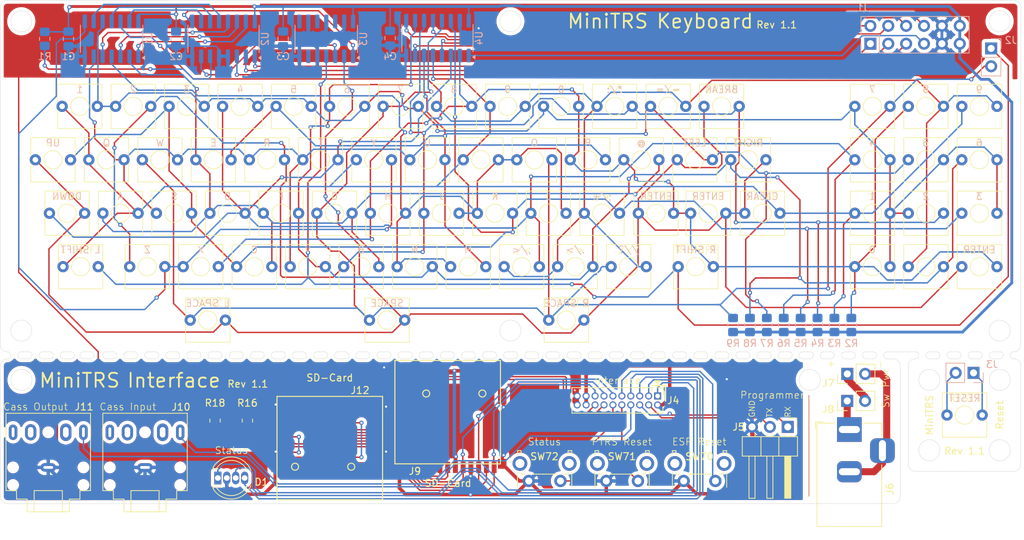
<source format=kicad_pcb>
(kicad_pcb (version 20241229) (generator "pcbnew") (generator_version "9.0")
  (layers (0 "F.Cu" signal) (2 "B.Cu" signal) (13 "F.Paste" user) (15 "B.Paste" user) (5 "F.SilkS" user "F.Silkscreen") (7 "B.SilkS" user "B.Silkscreen") (1 "F.Mask" user) (3 "B.Mask" user) (25 "Edge.Cuts" user))
  (net 0 "")
  (net 1 "+3.3V")
  (net 2 "Net-(J2-Pin_2)")
  (net 3 "GND")
  (net 4 "Net-(J2-Pin_1)")
  (net 5 "Net-(J3-Pin_2)")
  (net 6 "Net-(J3-Pin_1)")
  (net 7 "Net-(U2-E3)")
  (net 8 "Net-(U4-I0a)")
  (net 9 "Net-(U4-I0b)")
  (net 10 "Net-(U4-I0c)")
  (net 11 "Net-(U4-I0d)")
  (net 12 "Net-(U4-I1a)")
  (net 13 "Net-(U4-I1b)")
  (net 14 "Net-(U4-I1c)")
  (net 15 "Net-(SW1-Pad2)")
  (net 16 "Net-(SW10-Pad2)")
  (net 17 "Net-(SW17-Pad2)")
  (net 18 "PMOD_IO3")
  (net 19 "PMOD_IO4")
  (net 20 "PMOD_IO6")
  (net 21 "PMOD_IO1")
  (net 22 "PMOD_IO7")
  (net 23 "PMOD_IO5")
  (net 24 "PMOD_IO2")
  (net 25 "PMOD_IO8")
  (net 26 "Net-(SW25-Pad1)")
  (net 27 "Net-(SW28-Pad2)")
  (net 28 "Net-(SW44-Pad2)")
  (net 29 "Net-(SW55-Pad1)")
  (net 30 "Net-(U2-O3)")
  (net 31 "Net-(U2-O1)")
  (net 32 "Net-(U2-O5)")
  (net 33 "Net-(U2-O0)")
  (net 34 "Net-(U2-O2)")
  (net 35 "Net-(U2-O4)")
  (net 36 "Net-(U2-O6)")
  (net 37 "Net-(U2-O7)")
  (net 42 "IF_LED_BLUE")
  (net 43 "IF_LED_RED")
  (net 44 "IF_LED_GREEN")
  (net 45 "IF_BTN_TRSIO_STATUS")
  (net 46 "+3V3")
  (net 47 "IF_SD_MISO")
  (net 48 "IF_SD_SCK")
  (net 49 "IF_TXD0")
  (net 50 "IF_CASS_IN")
  (net 51 "IF_RXD0")
  (net 52 "IF_BTN_PTRS_RST")
  (net 53 "IF_SD_CD")
  (net 54 "IF_SD_CS")
  (net 55 "IF_BTN__ESP_RST")
  (net 56 "IF_SD_MOSI")
  (net 57 "Net-(J12-DAT2)")
  (net 58 "Net-(J12-DAT1)")
  (net 60 "IF_CASS_OUT")
  (net 66 "Net-(J7-Pin_2)")
  (net 67 "Net-(J8-Pin_1)")
  (net 68 "Net-(J7-Pin_1)")
  (footprint "Library:SW_SPST_Push" (layer "F.Cu") (at 208.4 96.2)
    (property "Reference" "SW34" (hide yes))
    (property "Value" "6")
  )
  (footprint "Library:SW_SPST_Push" (layer "F.Cu") (at 143.37 111.4)
    (property "Reference" "SW51" (hide yes))
    (property "Value" ",")
  )
  (footprint "Library:SW_SPST_Push" (layer "F.Cu") (at 84.37 96.2)
    (property "Reference" "SW18" (hide yes))
    (property "Value" "Q")
  )
  (footprint "Library:SW_SPST_Push" (layer "F.Cu") (at 78.77 103.8)
    (property "Reference" "SW60" (hide yes))
    (property "Value" "DOWN")
  )
  (footprint "Library:SW_SPST_Push" (layer "F.Cu") (at 141.37 88.6)
    (property "Reference" "SW48" (hide yes))
    (property "Value" "9")
  )
  (footprint "Button_Switch_THT:SW_Tactile_SPST_Angled_PTS645Vx83-2LFS" (layer "F.Cu") (at 170.885 141.875 180)
    (property "Reference" "SW70")
    (property "Value" "ESP_RESET")
  )
  (footprint "Resistor_SMD:R_0805_2012Metric_Pad1.20x1.40mm_HandSolder" (layer "F.Cu") (at 99.8 133.2875 -90)
    (property "Reference" "R18")
    (property "Value" "10K")
  )
  (footprint "Connector_PinHeader_2.54mm:PinHeader_1x03_P2.54mm_Horizontal" (layer "F.Cu") (at 181.17 134.1875 -90)
    (property "Reference" "J5")
    (property "Value" "Programmer")
  )
  (footprint "Library:SW_SPST_Push" (layer "F.Cu") (at 162.45 103.8)
    (property "Reference" "SW55" (hide yes))
    (property "Value" "ENTER")
  )
  (footprint "Library:SW_SPST_Push" (layer "F.Cu") (at 169.87 103.8)
    (property "Reference" "SW56" (hide yes))
    (property "Value" "ENTER")
  )
  (footprint "Library:SW_SPST_Push" (layer "F.Cu") (at 107.17 96.2)
    (property "Reference" "SW19" (hide yes))
    (property "Value" "R")
  )
  (footprint "Library:SW_SPST_Push" (layer "F.Cu") (at 168.1 111.4)
    (property "Reference" "SW65" (hide yes))
    (property "Value" "RSHIFT")
  )
  (footprint "Library:SW_SPST_Push" (layer "F.Cu") (at 98.77 119)
    (property "Reference" "SW67" (hide yes))
    (property "Value" "SPACE")
  )
  (footprint "Connector_PinHeader_1.27mm:PinHeader_2x10_P1.27mm_Vertical" (layer "F.Cu") (at 162.68 129.7875 -90)
    (property "Reference" "J4")
    (property "Value" "Interface Connector")
  )
  (footprint "Library:SW_SPST_Push" (layer "F.Cu") (at 120.57 111.4)
    (property "Reference" "SW3" (hide yes))
    (property "Value" "B")
  )
  (footprint "Library:SW_SPST_Push" (layer "F.Cu") (at 124.24 119)
    (property "Reference" "SW63" (hide yes))
    (property "Value" "SPACE")
  )
  (footprint "Library:SW_SPST_Push" (layer "F.Cu") (at 86.37 103.8)
    (property "Reference" "SW2" (hide yes))
    (property "Value" "A")
  )
  (footprint "Connector_PinHeader_2.54mm:PinHeader_1x02_P2.54mm_Vertical" (layer "F.Cu") (at 189.62 130.49 90)
    (property "Reference" "J8")
    (property "Value" "Pwr Switch")
  )
  (footprint "Library:SW_SPST_Push" (layer "F.Cu") (at 80.57 88.6)
    (property "Reference" "SW37" (hide yes))
    (property "Value" "1")
  )
  (footprint "Library:SW_SPST_Push" (layer "F.Cu") (at 116.77 103.8)
    (property "Reference" "SW8" (hide yes))
    (property "Value" "G")
  )
  (footprint "Library:SW_SPST_Push" (layer "F.Cu") (at 110.97 88.6)
    (property "Reference" "SW41" (hide yes))
    (property "Value" "5")
  )
  (footprint "Library:TFP09-2-12B" (layer "F.Cu") (at 132.85 129.4375 180)
    (property "Reference" "J9")
    (property "Value" "SD_Card")
  )
  (footprint "Library:SW_SPST_Push" (layer "F.Cu") (at 152.77 96.2)
    (property "Reference" "SW17" (hide yes))
    (property "Value" "P")
  )
  (footprint "Library:SW_SPST_Push" (layer "F.Cu") (at 177.57 103.8)
    (property "Reference" "SW57" (hide yes))
    (property "Value" "CLEAR")
  )
  (footprint "Library:SW_SPST_Push" (layer "F.Cu") (at 118.57 88.6)
    (property "Reference" "SW42" (hide yes))
    (property "Value" "6")
  )
  (footprint "Library:SW_SPST_Push" (layer "F.Cu") (at 128.17 111.4)
    (property "Reference" "SW15" (hide yes))
    (property "Value" "N")
  )
  (footprint "Library:SW_SPST_Push" (layer "F.Cu") (at 88.17 88.6)
    (property "Reference" "SW38" (hide yes))
    (property "Value" "2")
  )
  (footprint "Library:SW_SPST_Push" (layer "F.Cu") (at 112.97 111.4)
    (property "Reference" "SW23" (hide yes))
    (property "Value" "V")
  )
  (footprint "Library:SW_SPST_Push" (layer "F.Cu") (at 175.57 96.2)
    (property "Reference" "SW62" (hide yes))
    (property "Value" "RIGHT")
  )
  (footprint "Library:SW_SPST_Push" (layer "F.Cu") (at 139.57 103.8)
    (property "Reference" "SW12" (hide yes))
    (property "Value" "K")
  )
  (footprint "Library:SW_SPST_Push" (layer "F.Cu") (at 129.97 96.2)
    (property "Reference" "SW22" (hide yes))
    (property "Value" "U")
  )
  (footprint "Library:SW_SPST_Push" (layer "F.Cu") (at 206.292893 132.5)
    (property "Reference" "SW64" (hide yes))
    (property "Value" "RESET")
  )
  (footprint "Library:SW_SPST_Push" (layer "F.Cu") (at 208.4 88.6)
    (property "Reference" "SW45" (hide yes))
    (property "Value" "9")
  )
  (footprint "Library:SW_SPST_Push" (layer "F.Cu") (at 133.77 88.6)
    (property "Reference" "SW47" (hide yes))
    (property "Value" "8")
  )
  (footprint "Library:SW_SPST_Push" (layer "F.Cu") (at 109.17 103.8)
    (property "Reference" "SW7" (hide yes))
    (property "Value" "F")
  )
  (footprint "Library:SW_SPST_Push" (layer "F.Cu") (at 208.4 111.4)
    (property "Reference" "SW69" (hide yes))
    (property "Value" "ENTER")
  )
  (footprint "Library:SW_SPST_Push" (layer "F.Cu") (at 76.77 96.2)
    (property "Reference" "SW59" (hide yes))
    (property "Value" "UP")
  )
  (footprint "Library:SW_SPST_Push" (layer "F.Cu") (at 200.8 103.8)
    (property "Reference" "SW30" (hide yes))
    (property "Value" "2")
  )
  (footprint "Library:SW_SPST_Push" (layer "F.Cu") (at 124.37 103.8)
    (property "Reference" "SW9" (hide yes))
    (property "Value" "H")
  )
  (footprint "Library:SW_SPST_Push" (layer "F.Cu") (at 193.2 111.4)
    (property "Reference" "SW28" (hide yes))
    (property "Value" "0")
  )
  (footprint "Library:SW_SPST_Push" (layer "F.Cu") (at 91.97 96.2)
    (property "Reference" "SW24" (hide yes))
    (property "Value" "W")
  )
  (footprint "Library:SW_SPST_Push" (layer "F.Cu") (at 149.71 119)
    (property "Reference" "SW68" (hide yes))
    (property "Value" "SPACE")
  )
  (footprint "Button_Switch_THT:SW_Tactile_SPST_Angled_PTS645Vx83-2LFS" (layer "F.Cu") (at 159.885 141.875 180)
    (property "Reference" "SW71")
    (property "Value" "PTRS_RESET")
  )
  (footprint "Library:SW_SPST_Push" (layer "F.Cu") (at 145.17 96.2)
    (property "Reference" "SW16" (hide yes))
    (property "Value" "O")
  )
  (footprint "LED_THT:LED_D5.0mm-4_RGB" (layer "F.Cu") (at 100.195 141.45)
    (property "Reference" "D1")
    (property "Value" "LED_RKBG")
  )
  (footprint "Library:SW_SPST_Push" (layer "F.Cu") (at 147.17 103.8)
    (property "Reference" "SW13" (hide yes))
    (property "Value" "L")
  )
  (footprint "Library:SW_SPST_Push" (layer "F.Cu") (at 193.2 96.2)
    (property "Reference" "SW32" (hide yes))
    (property "Value" "4")
  )
  (footprint "Library:SW_SPST_Push" (layer "F.Cu") (at 193.2 103.8)
    (property "Reference" "SW29" (hide yes))
    (property "Value" "1")
  )
  (footprint "Library:SW_SPST_Push" (layer "F.Cu") (at 171.77 88.6)
    (property "Reference" "SW58" (hide yes))
    (property "Value" "BREAK")
  )
  (footprint "Library:SW_SPST_Push" (layer "F.Cu") (at 99.57 96.2)
    (property "Reference" "SW6" (hide yes))
    (property "Value" "E")
  )
  (footprint "Library:SW_SPST_Push" (layer "F.Cu") (at 200.8 88.6)
    (property "Reference" "SW44" (hide yes))
    (property "Value" "8")
  )
  (footprint "Library:SW_SPST_Push" (layer "F.Cu") (at 148.97 88.6)
    (property "Reference" "SW36" (hide yes))
    (property "Value" "0")
  )
  (footprint "Library:SW_SPST_Push" (layer "F.Cu") (at 105.37 111.4)
    (property "Reference" "SW4" (hide yes))
    (property "Value" "C")
  )
  (footprint "Library:SW_SPST_Push" (layer "F.Cu") (at 158.57 111.4)
    (property "Reference" "SW54" (hide yes))
    (property "Value" "/")
  )
  (footprint "Library:SW_SPST_Push" (layer "F.Cu") (at 114.77 96.2)
    (property "Reference" "SW21" (hide yes))
    (property "Value" "T")
  )
  (footprint "Library:SW_SPST_Push" (layer "F.Cu") (at 160.37 96.2)
    (property "Reference" "SW1" (hide yes))
    (property "Value" "@")
  )
  (footprint "Library:SW_SPST_Push" (layer "F.Cu") (at 154.77 103.8)
    (property "Reference" "SW50" (hide yes))
    (property "Value" ";")
  )
  (footprint "Library:SW_SPST_Push" (layer "F.Cu") (at 164.17 88.6)
    (property "Reference" "SW52" (hide yes))
    (property "Value" "-")
  )
  (footprint "Library:SW_SPST_Push" (layer "F.Cu") (at 103.37 88.6)
    (property "Reference" "SW40" (hide yes))
    (property "Value" "4")
  )
  (footprint "Resistor_SMD:R_0805_2012Metric_Pad1.20x1.40mm_HandSolder" (layer "F.Cu") (at 104.4 133.2875 -90)
    (property "Reference" "R16")
    (property "Value" "10K")
  )
  (footprint "Library:SW_SPST_Push" (layer "F.Cu") (at 95.77 88.6)
    (property "Reference" "SW39" (hide yes))
    (property "Value" "3")
  )
  (footprint "Library:SW_SPST_Push" (layer "F.Cu") (at 200.8 96.2)
    (property "Reference" "SW33" (hide yes))
    (property "Value" "5")
  )
  (footprint "Library:SW_SPST_Push" (layer "F.Cu") (at 137.57 96.2)
    (property "Reference" "SW10" (hide yes))
    (property "Value" "I")
  )
  (footprint "Connector_Audio:Jack_3.5mm_CUI_SJ1-3525N_Horizontal" (layer "F.Cu") (at 76.1 139.95)
    (property "Reference" "J11")
    (property "Value" "Cassette Output")
  )
  (footprint "Library:SW_SPST_Push" (layer "F.Cu") (at 122.37 96.2)
    (property "Reference" "SW26" (hide yes))
    (property "Value" "Y")
  )
  (footprint "Button_Switch_THT:SW_Tactile_SPST_Angled_PTS645Vx83-2LFS" (layer "F.Cu") (at 148.875 141.875 180)
    (property "Reference" "SW72")
    (property "Value" "TRS_IO_STATUS")
  )
  (footprint "Library:SW_SPST_Push" (layer "F.Cu") (at 126.17 88.6)
    (property "Reference" "SW43" (hide yes))
    (property "Value" "7")
  )
  (footprint "Library:SW_SPST_Push" (layer "F.Cu") (at 200.8 111.4)
    (property "Reference" "SW46" (hide yes))
    (property "Value" ".")
  )
  (footprint "Connector_BarrelJack:BarrelJack_Horizontal" (layer "F.Cu") (at 189.9225 134.56 90)
    (property "Reference" "J6")
    (property "Value" "Barrel_Jack_Switch")
  )
  (footprint "Library:SW_SPST_Push" (layer "F.Cu") (at 193.2 88.6)
    (property "Reference" "SW35" (hide yes))
    (property "Value" "7")
  )
  (footprint "Library:SW_SPST_Push" (layer "F.Cu") (at 97.77 111.4)
    (property "Reference" "SW25" (hide yes))
    (property "Value" "X")
  )
  (footprint "Library:SW_SPST_Push" (layer "F.Cu") (at 131.97 103.8)
    (property "Reference" "SW11" (hide yes))
    (property "Value" "J")
  )
  (footprint "Library:TFP09-2-12B" (layer "F.Cu") (at 116.1 139.85)
    (property "Reference" "J12")
    (property "Value" "SD_Card")
  )
  (footprint "Library:SW_SPST_Push" (layer "F.Cu") (at 101.57 103.8)
    (property "Reference" "SW5" (hide yes))
    (property "Value" "D")
  )
  (footprint "Library:SW_SPST_Push" (layer "F.Cu") (at 208.4 103.8)
    (property "Reference" "SW31" (hide yes))
    (property "Value" "3")
  )
  (footprint "Library:SW_SPST_Push" (layer "F.Cu") (at 93.97 103.8)
    (property "Reference" "SW20" (hide yes))
    (property "Value" "S")
  )
  (footprint "Connector_PinHeader_2.54mm:PinHeader_1x02_P2.54mm_Vertical" (layer "F.Cu") (at 189.63 126.65 90)
    (property "Reference" "J7")
    (property "Value" "Pwr Supply")
  )
  (footprint "Library:SW_SPST_Push" (layer "F.Cu") (at 156.57 88.6)
    (property "Reference" "SW49" (hide yes))
    (property "Value" ":")
  )
  (footprint "Library:SW_SPST_Push" (layer "F.Cu") (at 167.97 96.2)
    (property "Reference" "SW61" (hide yes))
    (property "Value" "LEFT")
  )
  (footprint "Library:SW_SPST_Push" (layer "F.Cu") (at 135.77 111.4)
    (property "Reference" "SW14" (hide yes))
    (property "Value" "M")
  )
  (footprint "Connector_Audio:Jack_3.5mm_CUI_SJ1-3525N_Horizontal" (layer "F.Cu") (at 89.85 139.95)
    (property "Reference" "J10")
    (property "Value" "Cassette Input")
  )
  (footprint "Library:SW_SPST_Push" (layer "F.Cu") (at 90.17 111.4)
    (property "Reference" "SW27" (hide yes))
    (property "Value" "Z")
  )
  (footprint "Library:SW_SPST_Push" (layer "F.Cu") (at 150.97 111.4)
    (property "Reference" "SW53" (hide yes))
    (property "Value" ".")
  )
  (footprint "Library:SW_SPST_Push" (layer "F.Cu") (at 80.7 111.4)
    (property "Reference" "SW66" (hide yes))
    (property "Value" "LSHIFT")
  )
  (footprint "Resistor_SMD:R_0805_2012Metric_Pad1.20x1.40mm_HandSolder" (layer "B.Cu") (at 175.8 119.7 90)
    (property "Reference" "R8")
    (property "Value" "1k")
  )
  (footprint "Resistor_SMD:R_0805_2012Metric_Pad1.20x1.40mm_HandSolder" (layer "B.Cu") (at 180.6 119.7 90)
    (property "Reference" "R6")
    (property "Value" "1k")
  )
  (footprint "Capacitor_SMD:C_0805_2012Metric_Pad1.18x1.45mm_HandSolder" (layer "B.Cu") (at 78.97 79 -90)
    (property "Reference" "C1")
    (property "Value" "0.1uF")
  )
  (footprint "Resistor_SMD:R_0805_2012Metric_Pad1.20x1.40mm_HandSolder" (layer "B.Cu") (at 75.6 79 -90)
    (property "Reference" "R1")
    (property "Value" "1k")
  )
  (footprint "Resistor_SMD:R_0805_2012Metric_Pad1.20x1.40mm_HandSolder" (layer "B.Cu") (at 187.8 119.7 90)
    (property "Reference" "R3")
    (property "Value" "1k")
  )
  (footprint "Connector_PinHeader_2.54mm:PinHeader_1x02_P2.54mm_Vertical" (layer "B.Cu") (at 207.567893 126.5 90)
    (property "Reference" "J3")
    (property "Value" "Conn_01x02")
  )
  (footprint "Resistor_SMD:R_0805_2012Metric_Pad1.20x1.40mm_HandSolder" (layer "B.Cu") (at 185.4 119.7 90)
    (property "Reference" "R4")
    (property "Value" "1k")
  )
  (footprint "Resistor_SMD:R_0805_2012Metric_Pad1.20x1.40mm_HandSolder" (layer "B.Cu") (at 183 119.7 90)
    (property "Reference" "R5")
    (property "Value" "1k")
  )
  (footprint "Capacitor_SMD:C_0805_2012Metric_Pad1.18x1.45mm_HandSolder" (layer "B.Cu") (at 124.67 78.9 -90)
    (property "Reference" "C4")
    (property "Value" "0.1uF")
  )
  (footprint "Connector_PinHeader_2.54mm:PinHeader_1x02_P2.54mm_Vertical" (layer "B.Cu") (at 210.07 80.36 180)
    (property "Reference" "J2")
    (property "Value" "Conn_01x02")
  )
  (footprint "Package_SO:SOIC-16_3.9x9.9mm_P1.27mm" (layer "B.Cu") (at 131.4 78.9 90)
    (property "Reference" "U4")
    (property "Value" "74LS157")
  )
  (footprint "Resistor_SMD:R_0805_2012Metric_Pad1.20x1.40mm_HandSolder" (layer "B.Cu") (at 178.2 119.7 90)
    (property "Reference" "R7")
    (property "Value" "1k")
  )
  (footprint "Capacitor_SMD:C_0805_2012Metric_Pad1.18x1.45mm_HandSolder" (layer "B.Cu") (at 94.27 79 -90)
    (property "Reference" "C2")
    (property "Value" "0.1uF")
  )
  (footprint "Package_SO:SOIC-14_3.9x8.7mm_P1.27mm" (layer "B.Cu") (at 85.1 79 90)
    (property "Reference" "U1")
    (property "Value" "74LS07")
  )
  (footprint "Capacitor_SMD:C_0805_2012Metric_Pad1.18x1.45mm_HandSolder" (layer "B.Cu") (at 109.47 79 -90)
    (property "Reference" "C3")
    (property "Value" "0.1uF")
  )
  (footprint "Resistor_SMD:R_0805_2012Metric_Pad1.20x1.40mm_HandSolder" (layer "B.Cu") (at 190.2 119.7 90)
    (property "Reference" "R2")
    (property "Value" "1k")
  )
  (footprint "Package_SO:SOIC-14_3.9x8.7mm_P1.27mm" (layer "B.Cu") (at 115.6 79 90)
    (property "Reference" "U3")
    (property "Value" "74LS07")
  )
  (footprint "Package_SO:SOIC-16_3.9x9.9mm_P1.27mm" (layer "B.Cu") (at 101 79 90)
    (property "Reference" "U2")
    (property "Value" "74LS138")
  )
  (footprint "Connector_PinSocket_2.54mm:PinSocket_2x06_P2.54mm_Vertical" (layer "B.Cu") (at 192.91 79.69 -90)
    (property "Reference" "J1")
    (property "Value" "PMOD")
  )
  (footprint "Resistor_SMD:R_0805_2012Metric_Pad1.20x1.40mm_HandSolder" (layer "B.Cu") (at 173.4 119.7 90)
    (property "Reference" "R9")
    (property "Value" "1k")
  )
  (gr_line (start 184.17 129.73) (end 184.17 144) (stroke (width 0.2)) (layer "F.SilkS"))
  (gr_poly (pts (xy 162.7 128.1) (xy 162.3 127.6) (xy 163.1 127.6)) (stroke (width 0.1)) (fill yes) (layer "F.SilkS"))
  (gr_line (start 163.8 128.3) (end 162 128.3) (stroke (width 0.2)) (layer "F.SilkS"))
  (gr_line (start 163.8 130.5) (end 163.8 128.3) (stroke (width 0.2)) (layer "F.SilkS"))
  (gr_line (start 184.17 129.76) (end 184.17 144) (stroke (width 0.2)) (layer "B.SilkS"))
  (gr_arc (start 70.3 123.5) (mid 70.8 124) (end 70.3 124.5) (stroke (width 0.05)) (layer "Edge.Cuts"))
  (gr_arc (start 84.3 124.5) (mid 83.8 124) (end 84.3 123.5) (stroke (width 0.05)) (layer "Edge.Cuts"))
  (gr_arc (start 187.3 123.51) (mid 187.8 124.01) (end 187.3 124.51) (stroke (width 0.05)) (layer "Edge.Cuts"))
  (gr_line (start 82.1 124.5) (end 81.1 124.5) (stroke (width 0.05)) (layer "Edge.Cuts"))
  (gr_line (start 184.3 124.5) (end 183.3 124.5) (stroke (width 0.05)) (layer "Edge.Cuts"))
  (gr_line (start 94.3 124.5) (end 93.3 124.5) (stroke (width 0.05)) (layer "Edge.Cuts"))
  (gr_line (start 120.3 123.5) (end 121.3 123.5) (stroke (width 0.05)) (layer "Edge.Cuts"))
  (gr_line (start 183.3 123.5) (end 184.3 123.5) (stroke (width 0.05)) (layer "Edge.Cuts"))
  (gr_circle (center 211.292893 127.5) (end 212.792893 127.5) (stroke (width 0.05)) (fill no) (layer "Edge.Cuts"))
  (gr_line (start 181.3 124.5) (end 180.3 124.5) (stroke (width 0.05)) (layer "Edge.Cuts"))
  (gr_line (start 145.3 124.5) (end 144.3 124.5) (stroke (width 0.05)) (layer "Edge.Cuts"))
  (gr_arc (start 76.3 123.5) (mid 76.8 124) (end 76.3 124.5) (stroke (width 0.05)) (layer "Edge.Cuts"))
  (gr_line (start 159.3 123.5) (end 160.3 123.5) (stroke (width 0.05)) (layer "Edge.Cuts"))
  (gr_arc (start 133.3 123.5) (mid 133.8 124) (end 133.3 124.5) (stroke (width 0.05)) (layer "Edge.Cuts"))
  (gr_line (start 84.3 123.5) (end 85.3 123.5) (stroke (width 0.05)) (layer "Edge.Cuts"))
  (gr_arc (start 199.292893 123.507082) (mid 199.785811 124.000023) (end 199.292846 124.492918) (stroke (width 0.05)) (layer "Edge.Cuts"))
  (gr_circle (center 72.27 120.5) (end 73.77 120.5) (stroke (width 0.05)) (fill no) (layer "Edge.Cuts"))
  (gr_arc (start 145.3 123.5) (mid 145.8 124) (end 145.3 124.5) (stroke (width 0.05)) (layer "Edge.Cuts"))
  (gr_line (start 138.3 123.5) (end 139.3 123.5) (stroke (width 0.05)) (layer "Edge.Cuts"))
  (gr_line (start 154.3 124.5) (end 153.3 124.5) (stroke (width 0.05)) (layer "Edge.Cuts"))
  (gr_arc (start 192.3 124.51) (mid 191.8 124.01) (end 192.3 123.51) (stroke (width 0.05)) (layer "Edge.Cuts"))
  (gr_circle (center 211.292893 137.5) (end 212.792893 137.5) (stroke (width 0.05)) (fill no) (layer "Edge.Cuts"))
  (gr_line (start 81.1 123.5) (end 82.1 123.5) (stroke (width 0.05)) (layer "Edge.Cuts"))
  (gr_arc (start 151.3 123.5) (mid 151.8 124) (end 151.3 124.5) (stroke (width 0.05)) (layer "Edge.Cuts"))
  (gr_arc (start 156.3 124.5) (mid 155.8 124) (end 156.3 123.5) (stroke (width 0.05)) (layer "Edge.Cuts"))
  (gr_arc (start 178.3 123.5) (mid 178.8 124) (end 178.3 124.5) (stroke (width 0.05)) (layer "Edge.Cuts"))
  (gr_line (start 130.3 124.5) (end 129.3 124.5) (stroke (width 0.05)) (layer "Edge.Cuts"))
  (gr_line (start 174.3 123.5) (end 175.3 123.5) (stroke (width 0.05)) (layer "Edge.Cuts"))
  (gr_arc (start 142.3 123.5) (mid 142.8 124) (end 142.3 124.5) (stroke (width 0.05)) (layer "Edge.Cuts"))
  (gr_arc (start 126.3 124.5) (mid 125.8 124) (end 126.3 123.5) (stroke (width 0.05)) (layer "Edge.Cuts"))
  (gr_line (start 193.3 124.51) (end 192.3 124.51) (stroke (width 0.05)) (layer "Edge.Cuts"))
  (gr_line (start 132.3 123.5) (end 133.3 123.5) (stroke (width 0.05)) (layer "Edge.Cuts"))
  (gr_arc (start 85.3 123.5) (mid 85.8 124) (end 85.3 124.5) (stroke (width 0.05)) (layer "Edge.Cuts"))
  (gr_line (start 142.3 124.5) (end 141.3 124.5) (stroke (width 0.05)) (layer "Edge.Cuts"))
  (gr_arc (start 165.3 124.5) (mid 164.8 124) (end 165.3 123.5) (stroke (width 0.05)) (layer "Edge.Cuts"))
  (gr_circle (center 201.292893 137.5) (end 202.792893 137.5) (stroke (width 0.05)) (fill no) (layer "Edge.Cuts"))
  (gr_arc (start 166.3 123.5) (mid 166.8 124) (end 166.3 124.5) (stroke (width 0.05)) (layer "Edge.Cuts"))
  (gr_arc (start 213.3 73.5) (mid 214.007107 73.792893) (end 214.3 74.5) (stroke (width 0.05)) (layer "Edge.Cuts"))
  (gr_arc (start 138.3 124.5) (mid 137.8 124) (end 138.3 123.5) (stroke (width 0.05)) (layer "Edge.Cuts"))
  (gr_line (start 178.3 124.5) (end 177.3 124.5) (stroke (width 0.05)) (layer "Edge.Cuts"))
  (gr_arc (start 120.3 124.5) (mid 119.8 124) (end 120.3 123.5) (stroke (width 0.05)) (layer "Edge.Cuts"))
  (gr_line (start 124.3 124.5) (end 123.3 124.5) (stroke (width 0.05)) (layer "Edge.Cuts"))
  (gr_arc (start 159.3 124.5) (mid 158.8 124) (end 159.3 123.5) (stroke (width 0.05)) (layer "Edge.Cuts"))
  (gr_arc (start 193.3 123.51) (mid 193.8 124.01) (end 193.3 124.51) (stroke (width 0.05)) (layer "Edge.Cuts"))
  (gr_line (start 190.3 124.51) (end 189.3 124.51) (stroke (width 0.05)) (layer "Edge.Cuts"))
  (gr_line (start 171.3 123.5) (end 172.3 123.5) (stroke (width 0.05)) (layer "Edge.Cuts"))
  (gr_arc (start 153.3 124.5) (mid 152.8 124) (end 153.3 123.5) (stroke (width 0.05)) (layer "Edge.Cuts"))
  (gr_line (start 135.3 123.5) (end 136.3 123.5) (stroke (width 0.05)) (layer "Edge.Cuts"))
  (gr_line (start 117.3 123.5) (end 118.3 123.5) (stroke (width 0.05)) (layer "Edge.Cuts"))
  (gr_line (start 103.3 124.5) (end 102.3 124.5) (stroke (width 0.05)) (layer "Edge.Cuts"))
  (gr_arc (start 214.270262 122.5) (mid 213.985343 123.199149) (end 213.2929 123.5) (stroke (width 0.05)) (layer "Edge.Cuts"))
  (gr_arc (start 168.3 124.5) (mid 167.8 124) (end 168.3 123.5) (stroke (width 0.05)) (layer "Edge.Cuts"))
  (gr_line (start 172.3 124.5) (end 171.3 124.5) (stroke (width 0.05)) (layer "Edge.Cuts"))
  (gr_arc (start 210.292893 124.5) (mid 209.792893 124) (end 210.292893 123.5) (stroke (width 0.05)) (layer "Edge.Cuts"))
  (gr_arc (start 70.27 123.5) (mid 69.562893 123.207107) (end 69.27 122.5) (stroke (width 0.05)) (layer "Edge.Cuts"))
  (gr_circle (center 141.77 76.5) (end 143.27 76.5) (stroke (width 0.05)) (fill no) (layer "Edge.Cuts"))
  (gr_arc (start 154.3 123.5) (mid 154.8 124) (end 154.3 124.5) (stroke (width 0.05)) (layer "Edge.Cuts"))
  (gr_arc (start 213.292893 124.5) (mid 212.792893 124) (end 213.292893 123.5) (stroke (width 0.05)) (layer "Edge.Cuts"))
  (gr_circle (center 201.292893 127.5) (end 202.792893 127.5) (stroke (width 0.05)) (fill no) (layer "Edge.Cuts"))
  (gr_line (start 78.3 123.5) (end 79.3 123.5) (stroke (width 0.05)) (layer "Edge.Cuts"))
  (gr_line (start 129.3 123.5) (end 130.3 123.5) (stroke (width 0.05)) (layer "Edge.Cuts"))
  (gr_arc (start 81.1 124.5) (mid 80.6 124) (end 81.1 123.5) (stroke (width 0.05)) (layer "Edge.Cuts"))
  (gr_arc (start 72.3 124.5) (mid 71.8 124) (end 72.3 123.5) (stroke (width 0.05)) (layer "Edge.Cuts"))
  (gr_arc (start 111.3 124.5) (mid 110.8 124) (end 111.3 123.5) (stroke (width 0.05)) (layer "Edge.Cuts"))
  (gr_arc (start 148.3 123.5) (mid 148.8 124) (end 148.3 124.5) (stroke (width 0.05)) (layer "Edge.Cuts"))
  (gr_arc (start 162.3 124.5) (mid 161.8 124) (end 162.3 123.5) (stroke (width 0.05)) (layer "Edge.Cuts"))
  (gr_arc (start 171.3 124.5) (mid 170.8 124) (end 171.3 123.5) (stroke (width 0.05)) (layer "Edge.Cuts"))
  (gr_arc (start 127.3 123.5) (mid 127.8 124) (end 127.3 124.5) (stroke (width 0.05)) (layer "Edge.Cuts"))
  (gr_line (start 108.3 123.5) (end 109.3 123.5) (stroke (width 0.05)) (layer "Edge.Cuts"))
  (gr_arc (start 70.3 145.1) (mid 69.592893 144.807107) (end 69.3 144.1) (stroke (width 0.05)) (layer "Edge.Cuts"))
  (gr_arc (start 79.3 123.5) (mid 79.8 124) (end 79.3 124.5) (stroke (width 0.05)) (layer "Edge.Cuts"))
  (gr_line (start 136.3 124.5) (end 135.3 124.5) (stroke (width 0.05)) (layer "Edge.Cuts"))
  (gr_arc (start 211.292893 123.5) (mid 211.792893 124) (end 211.292893 124.5) (stroke (width 0.05)) (layer "Edge.Cuts"))
  (gr_line (start 198.292893 125.5) (end 198.292893 139.5) (stroke (width 0.05)) (layer "Edge.Cuts"))
  (gr_line (start 93.3 123.5) (end 94.3 123.5) (stroke (width 0.05)) (layer "Edge.Cuts"))
  (gr_line (start 100.3 124.5) (end 99.3 124.5) (stroke (width 0.05)) (layer "Edge.Cuts"))
  (gr_line (start 157.3 124.5) (end 156.3 124.5) (stroke (width 0.05)) (layer "Edge.Cuts"))
  (gr_arc (start 102.3 124.5) (mid 101.8 124) (end 102.3 123.5) (stroke (width 0.05)) (layer "Edge.Cuts"))
  (gr_arc (start 96.3 124.5) (mid 95.8 124) (end 96.3 123.5) (stroke (width 0.05)) (layer "Edge.Cuts"))
  (gr_arc (start 186.3 124.51) (mid 185.8 124.01) (end 186.3 123.51) (stroke (width 0.05)) (layer "Edge.Cuts"))
  (gr_circle (center 72.3 127.5) (end 73.8 127.5) (stroke (width 0.05)) (fill no) (layer "Edge.Cuts"))
  (gr_line (start 96.3 123.5) (end 97.3 123.5) (stroke (width 0.05)) (layer "Edge.Cuts"))
  (gr_arc (start 213.292893 124.5) (mid 214 124.792893) (end 214.292893 125.5) (stroke (width 0.05)) (layer "Edge.Cuts"))
  (gr_arc (start 109.3 123.5) (mid 109.8 124) (end 109.3 124.5) (stroke (width 0.05)) (layer "Edge.Cuts"))
  (gr_circle (center 211.27 120.5) (end 212.77 120.5) (stroke (width 0.05)) (fill no) (layer "Edge.Cuts"))
  (gr_line (start 90.3 123.5) (end 91.3 123.5) (stroke (width 0.05)) (layer "Edge.Cuts"))
  (gr_arc (start 93.3 124.5) (mid 92.8 124) (end 93.3 123.5) (stroke (width 0.05)) (layer "Edge.Cuts"))
  (gr_line (start 207.292893 123.5) (end 208.292893 123.5) (stroke (width 0.05)) (layer "Edge.Cuts"))
  (gr_line (start 168.3 123.5) (end 169.3 123.5) (stroke (width 0.05)) (layer "Edge.Cuts"))
  (gr_line (start 76.3 124.5) (end 75.3 124.5) (stroke (width 0.05)) (layer "Edge.Cuts"))
  (gr_line (start 195.3 124.51) (end 196.14 124.507107) (stroke (width 0.05)) (layer "Edge.Cuts"))
  (gr_line (start 85.3 124.5) (end 84.3 124.5) (stroke (width 0.05)) (layer "Edge.Cuts"))
  (gr_arc (start 180.3 124.5) (mid 179.8 124) (end 180.3 123.5) (stroke (width 0.05)) (layer "Edge.Cuts"))
  (gr_line (start 166.3 124.5) (end 165.3 124.5) (stroke (width 0.05)) (layer "Edge.Cuts"))
  (gr_line (start 160.3 124.5) (end 159.3 124.5) (stroke (width 0.05)) (layer "Edge.Cuts"))
  (gr_arc (start 169.3 123.5) (mid 169.8 124) (end 169.3 124.5) (stroke (width 0.05)) (layer "Edge.Cuts"))
  (gr_line (start 199.292893 140.5) (end 213.292893 140.492893) (stroke (width 0.05)) (layer "Edge.Cuts"))
  (gr_arc (start 103.3 123.5) (mid 103.8 124) (end 103.3 124.5) (stroke (width 0.05)) (layer "Edge.Cuts"))
  (gr_line (start 175.3 124.5) (end 174.3 124.5) (stroke (width 0.05)) (layer "Edge.Cuts"))
  (gr_circle (center 211.27 76.5) (end 212.77 76.5) (stroke (width 0.05)) (fill no) (layer "Edge.Cuts"))
  (gr_line (start 87.3 123.5) (end 88.3 123.5) (stroke (width 0.05)) (layer "Edge.Cuts"))
  (gr_arc (start 201.292893 124.5) (mid 200.792893 124) (end 201.292893 123.5) (stroke (width 0.05)) (layer "Edge.Cuts"))
  (gr_arc (start 214.292893 139.492893) (mid 214 140.2) (end 213.292893 140.492893) (stroke (width 0.05)) (layer "Edge.Cuts"))
  (gr_arc (start 197.14 144.09) (mid 196.847107 144.797107) (end 196.14 145.09) (stroke (width 0.05)) (layer "Edge.Cuts"))
  (gr_line (start 189.3 123.51) (end 190.3 123.51) (stroke (width 0.05)) (layer "Edge.Cuts"))
  (gr_line (start 214.292893 139.492893) (end 214.292893 125.5) (stroke (width 0.05)) (layer "Edge.Cuts"))
  (gr_arc (start 157.3 123.5) (mid 157.8 124) (end 157.3 124.5) (stroke (width 0.05)) (layer "Edge.Cuts"))
  (gr_arc (start 189.3 124.51) (mid 188.8 124.01) (end 189.3 123.51) (stroke (width 0.05)) (layer "Edge.Cuts"))
  (gr_arc (start 124.3 123.5) (mid 124.8 124) (end 124.3 124.5) (stroke (width 0.05)) (layer "Edge.Cuts"))
  (gr_arc (start 196.14 124.507107) (mid 196.847107 124.8) (end 197.14 125.507107) (stroke (width 0.05)) (layer "Edge.Cuts"))
  (gr_line (start 69.27 122.5) (end 69.27 74.5) (stroke (width 0.05)) (layer "Edge.Cuts"))
  (gr_line (start 111.3 123.5) (end 112.3 123.5) (stroke (width 0.05)) (layer "Edge.Cuts"))
  (gr_line (start 192.3 123.51) (end 193.3 123.51) (stroke (width 0.05)) (layer "Edge.Cuts"))
  (gr_line (start 99.3 123.5) (end 100.3 123.5) (stroke (width 0.05)) (layer "Edge.Cuts"))
  (gr_arc (start 207.292893 124.5) (mid 206.792893 124) (end 207.292893 123.5) (stroke (width 0.05)) (layer "Edge.Cuts"))
  (gr_line (start 169.3 124.5) (end 168.3 124.5) (stroke (width 0.05)) (layer "Edge.Cuts"))
  (gr_arc (start 205.292893 123.5) (mid 205.792893 124) (end 205.292893 124.5) (stroke (width 0.05)) (layer "Edge.Cuts"))
  (gr_line (start 118.3 124.5) (end 117.3 124.5) (stroke (width 0.05)) (layer "Edge.Cuts"))
  (gr_line (start 196.14 145.09) (end 70.3 145.1) (stroke (width 0.05)) (layer "Edge.Cuts"))
  (gr_arc (start 198.292893 125.5) (mid 198.585343 124.790401) (end 199.292846 124.492918) (stroke (width 0.05)) (layer "Edge.Cuts"))
  (gr_arc (start 150.3 124.5) (mid 149.8 124) (end 150.3 123.5) (stroke (width 0.05)) (layer "Edge.Cuts"))
  (gr_arc (start 177.3 124.5) (mid 176.8 124) (end 177.3 123.5) (stroke (width 0.05)) (layer "Edge.Cuts"))
  (gr_line (start 72.3 123.5) (end 73.3 123.5) (stroke (width 0.05)) (layer "Edge.Cuts"))
  (gr_line (start 73.3 124.5) (end 72.3 124.5) (stroke (width 0.05)) (layer "Edge.Cuts"))
  (gr_line (start 133.3 124.5) (end 132.3 124.5) (stroke (width 0.05)) (layer "Edge.Cuts"))
  (gr_arc (start 88.3 123.5) (mid 88.8 124) (end 88.3 124.5) (stroke (width 0.05)) (layer "Edge.Cuts"))
  (gr_line (start 163.3 124.5) (end 162.3 124.5) (stroke (width 0.05)) (layer "Edge.Cuts"))
  (gr_line (start 139.3 124.5) (end 138.3 124.5) (stroke (width 0.05)) (layer "Edge.Cuts"))
  (gr_line (start 148.3 124.5) (end 147.3 124.5) (stroke (width 0.05)) (layer "Edge.Cuts"))
  (gr_line (start 69.3 144.1) (end 69.3 125.5) (stroke (width 0.05)) (layer "Edge.Cuts"))
  (gr_arc (start 97.3 123.5) (mid 97.8 124) (end 97.3 124.5) (stroke (width 0.05)) (layer "Edge.Cuts"))
  (gr_circle (center 184.3 127.5) (end 185.8 127.5) (stroke (width 0.05)) (fill no) (layer "Edge.Cuts"))
  (gr_arc (start 112.3 123.5) (mid 112.8 124) (end 112.3 124.5) (stroke (width 0.05)) (layer "Edge.Cuts"))
  (gr_arc (start 135.3 124.5) (mid 134.8 124) (end 135.3 123.5) (stroke (width 0.05)) (layer "Edge.Cuts"))
  (gr_arc (start 147.3 124.5) (mid 146.8 124) (end 147.3 123.5) (stroke (width 0.05)) (layer "Edge.Cuts"))
  (gr_arc (start 75.3 124.5) (mid 74.8 124) (end 75.3 123.5) (stroke (width 0.05)) (layer "Edge.Cuts"))
  (gr_line (start 106.3 124.5) (end 105.3 124.5) (stroke (width 0.05)) (layer "Edge.Cuts"))
  (gr_arc (start 141.3 124.5) (mid 140.8 124) (end 141.3 123.5) (stroke (width 0.05)) (layer "Edge.Cuts"))
  (gr_line (start 208.292893 124.5) (end 207.292893 124.5) (stroke (width 0.05)) (layer "Edge.Cuts"))
  (gr_line (start 147.3 123.5) (end 148.3 123.5) (stroke (width 0.05)) (layer "Edge.Cuts"))
  (gr_arc (start 115.3 123.5) (mid 115.8 124) (end 115.3 124.5) (stroke (width 0.05)) (layer "Edge.Cuts"))
  (gr_arc (start 105.3 124.5) (mid 104.8 124) (end 105.3 123.5) (stroke (width 0.05)) (layer "Edge.Cuts"))
  (gr_line (start 114.3 123.5) (end 115.3 123.5) (stroke (width 0.05)) (layer "Edge.Cuts"))
  (gr_line (start 70.27 73.5) (end 213.3 73.5) (stroke (width 0.05)) (layer "Edge.Cuts"))
  (gr_arc (start 136.3 123.5) (mid 136.8 124) (end 136.3 124.5) (stroke (width 0.05)) (layer "Edge.Cuts"))
  (gr_line (start 79.3 124.5) (end 78.3 124.5) (stroke (width 0.05)) (layer "Edge.Cuts"))
  (gr_line (start 150.3 123.5) (end 151.3 123.5) (stroke (width 0.05)) (layer "Edge.Cuts"))
  (gr_arc (start 117.3 124.5) (mid 116.8 124) (end 117.3 123.5) (stroke (width 0.05)) (layer "Edge.Cuts"))
  (gr_arc (start 82.1 123.5) (mid 82.6 124) (end 82.1 124.5) (stroke (width 0.05)) (layer "Edge.Cuts"))
  (gr_arc (start 78.3 124.5) (mid 77.8 124) (end 78.3 123.5) (stroke (width 0.05)) (layer "Edge.Cuts"))
  (gr_line (start 156.3 123.5) (end 157.3 123.5) (stroke (width 0.05)) (layer "Edge.Cuts"))
  (gr_arc (start 129.3 124.5) (mid 128.8 124) (end 129.3 123.5) (stroke (width 0.05)) (layer "Edge.Cuts"))
  (gr_arc (start 108.3 124.5) (mid 107.8 124) (end 108.3 123.5) (stroke (width 0.05)) (layer "Edge.Cuts"))
  (gr_arc (start 174.3 124.5) (mid 173.8 124) (end 174.3 123.5) (stroke (width 0.05)) (layer "Edge.Cuts"))
  (gr_arc (start 199.292893 140.5) (mid 198.585786 140.207107) (end 198.292893 139.5) (stroke (width 0.05)) (layer "Edge.Cuts"))
  (gr_line (start 153.3 123.5) (end 154.3 123.5) (stroke (width 0.05)) (layer "Edge.Cuts"))
  (gr_arc (start 106.3 123.5) (mid 106.8 124) (end 106.3 124.5) (stroke (width 0.05)) (layer "Edge.Cuts"))
  (gr_arc (start 69.27 74.5) (mid 69.562893 73.792893) (end 70.27 73.5) (stroke (width 0.05)) (layer "Edge.Cuts"))
  (gr_line (start 214.27 122.5) (end 214.3 74.5) (stroke (width 0.05)) (layer "Edge.Cuts"))
  (gr_arc (start 208.292893 123.5) (mid 208.792893 124) (end 208.292893 124.5) (stroke (width 0.05)) (layer "Edge.Cuts"))
  (gr_line (start 151.3 124.5) (end 150.3 124.5) (stroke (width 0.05)) (layer "Edge.Cuts"))
  (gr_arc (start 181.3 123.5) (mid 181.8 124) (end 181.3 124.5) (stroke (width 0.05)) (layer "Edge.Cuts"))
  (gr_arc (start 132.3 124.5) (mid 131.8 124) (end 132.3 123.5) (stroke (width 0.05)) (layer "Edge.Cuts"))
  (gr_line (start 144.3 123.5) (end 145.3 123.5) (stroke (width 0.05)) (layer "Edge.Cuts"))
  (gr_line (start 121.3 124.5) (end 120.3 124.5) (stroke (width 0.05)) (layer "Edge.Cuts"))
  (gr_arc (start 90.3 124.5) (mid 89.8 124) (end 90.3 123.5) (stroke (width 0.05)) (layer "Edge.Cuts"))
  (gr_arc (start 144.3 124.5) (mid 143.8 124) (end 144.3 123.5) (stroke (width 0.05)) (layer "Edge.Cuts"))
  (gr_arc (start 183.3 124.5) (mid 182.8 124) (end 183.3 123.5) (stroke (width 0.05)) (layer "Edge.Cuts"))
  (gr_line (start 141.3 123.5) (end 142.3 123.5) (stroke (width 0.05)) (layer "Edge.Cuts"))
  (gr_arc (start 121.3 123.5) (mid 121.8 124) (end 121.3 124.5) (stroke (width 0.05)) (layer "Edge.Cuts"))
  (gr_circle (center 141.77 120.5) (end 143.27 120.5) (stroke (width 0.05)) (fill no) (layer "Edge.Cuts"))
  (gr_arc (start 202.292893 123.5) (mid 202.792893 124) (end 202.292893 124.5) (stroke (width 0.05)) (layer "Edge.Cuts"))
  (gr_line (start 195.3 123.51) (end 199.292893 123.507083) (stroke (width 0.05)) (layer "Edge.Cuts"))
  (gr_arc (start 184.3 123.5) (mid 184.8 124) (end 184.3 124.5) (stroke (width 0.05)) (layer "Edge.Cuts"))
  (gr_arc (start 91.3 123.5) (mid 91.8 124) (end 91.3 124.5) (stroke (width 0.05)) (layer "Edge.Cuts"))
  (gr_arc (start 204.292893 124.5) (mid 203.792893 124) (end 204.292893 123.5) (stroke (width 0.05)) (layer "Edge.Cuts"))
  (gr_arc (start 123.3 124.5) (mid 122.8 124) (end 123.3 123.5) (stroke (width 0.05)) (layer "Edge.Cuts"))
  (gr_line (start 177.3 123.5) (end 178.3 123.5) (stroke (width 0.05)) (layer "Edge.Cuts"))
  (gr_arc (start 100.3 123.5) (mid 100.8 124) (end 100.3 124.5) (stroke (width 0.05)) (layer "Edge.Cuts"))
  (gr_line (start 105.3 123.5) (end 106.3 123.5) (stroke (width 0.05)) (layer "Edge.Cuts"))
  (gr_line (start 127.3 124.5) (end 126.3 124.5) (stroke (width 0.05)) (layer "Edge.Cuts"))
  (gr_arc (start 175.3 123.5) (mid 175.8 124) (end 175.3 124.5) (stroke (width 0.05)) (layer "Edge.Cuts"))
  (gr_line (start 165.3 123.5) (end 166.3 123.5) (stroke (width 0.05)) (layer "Edge.Cuts"))
  (gr_line (start 115.3 124.5) (end 114.3 124.5) (stroke (width 0.05)) (layer "Edge.Cuts"))
  (gr_line (start 180.3 123.5) (end 181.3 123.5) (stroke (width 0.05)) (layer "Edge.Cuts"))
  (gr_line (start 204.292893 124.5) (end 205.292893 124.5) (stroke (width 0.05)) (layer "Edge.Cuts"))
  (gr_line (start 201.292893 123.5) (end 202.292893 123.5) (stroke (width 0.05)) (layer "Edge.Cuts"))
  (gr_arc (start 73.3 123.5) (mid 73.8 124) (end 73.3 124.5) (stroke (width 0.05)) (layer "Edge.Cuts"))
  (gr_arc (start 87.3 124.5) (mid 86.8 124) (end 87.3 123.5) (stroke (width 0.05)) (layer "Edge.Cuts"))
  (gr_line (start 70.27 123.5) (end 70.3 123.5) (stroke (width 0.05)) (layer "Edge.Cuts"))
  (gr_line (start 202.292893 124.5) (end 201.292893 124.5) (stroke (width 0.05)) (layer "Edge.Cuts"))
  (gr_arc (start 172.3 123.5) (mid 172.8 124) (end 172.3 124.5) (stroke (width 0.05)) (layer "Edge.Cuts"))
  (gr_arc (start 114.3 124.5) (mid 113.8 124) (end 114.3 123.5) (stroke (width 0.05)) (layer "Edge.Cuts"))
  (gr_line (start 210.292893 123.5) (end 211.292893 123.5) (stroke (width 0.05)) (layer "Edge.Cuts"))
  (gr_line (start 109.3 124.5) (end 108.3 124.5) (stroke (width 0.05)) (layer "Edge.Cuts"))
  (gr_arc (start 99.3 124.5) (mid 98.8 124) (end 99.3 123.5) (stroke (width 0.05)) (layer "Edge.Cuts"))
  (gr_line (start 123.3 123.5) (end 124.3 123.5) (stroke (width 0.05)) (layer "Edge.Cuts"))
  (gr_line (start 205.292893 123.5) (end 204.292893 123.5) (stroke (width 0.05)) (layer "Edge.Cuts"))
  (gr_arc (start 94.3 123.5) (mid 94.8 124) (end 94.3 124.5) (stroke (width 0.05)) (layer "Edge.Cuts"))
  (gr_arc (start 118.3 123.5) (mid 118.8 124) (end 118.3 124.5) (stroke (width 0.05)) (layer "Edge.Cuts"))
  (gr_circle (center 72.27 76.5) (end 73.77 76.5) (stroke (width 0.05)) (fill no) (layer "Edge.Cuts"))
  (gr_line (start 211.292893 124.5) (end 210.292893 124.5) (stroke (width 0.05)) (layer "Edge.Cuts"))
  (gr_arc (start 190.3 123.51) (mid 190.8 124.01) (end 190.3 124.51) (stroke (width 0.05)) (layer "Edge.Cuts"))
  (gr_line (start 91.3 124.5) (end 90.3 124.5) (stroke (width 0.05)) (layer "Edge.Cuts"))
  (gr_line (start 102.3 123.5) (end 103.3 123.5) (stroke (width 0.05)) (layer "Edge.Cuts"))
  (gr_line (start 187.3 124.51) (end 186.3 124.51) (stroke (width 0.05)) (layer "Edge.Cuts"))
  (gr_arc (start 195.3 124.51) (mid 194.8 124.01) (end 195.3 123.51) (stroke (width 0.05)) (layer "Edge.Cuts"))
  (gr_line (start 112.3 124.5) (end 111.3 124.5) (stroke (width 0.05)) (layer "Edge.Cuts"))
  (gr_line (start 97.3 124.5) (end 96.3 124.5) (stroke (width 0.05)) (layer "Edge.Cuts"))
  (gr_arc (start 139.3 123.5) (mid 139.8 124) (end 139.3 124.5) (stroke (width 0.05)) (layer "Edge.Cuts"))
  (gr_arc (start 163.3 123.5) (mid 163.8 124) (end 163.3 124.5) (stroke (width 0.05)) (layer "Edge.Cuts"))
  (gr_line (start 186.3 123.51) (end 187.3 123.51) (stroke (width 0.05)) (layer "Edge.Cuts"))
  (gr_arc (start 160.3 123.5) (mid 160.8 124) (end 160.3 124.5) (stroke (width 0.05)) (layer "Edge.Cuts"))
  (gr_arc (start 69.3 125.5) (mid 69.592893 124.792893) (end 70.3 124.5) (stroke (width 0.05)) (layer "Edge.Cuts"))
  (gr_line (start 162.3 123.5) (end 163.3 123.5) (stroke (width 0.05)) (layer "Edge.Cuts"))
  (gr_line (start 197.14 144.09) (end 197.14 125.507107) (stroke (width 0.05)) (layer "Edge.Cuts"))
  (gr_line (start 126.3 123.5) (end 127.3 123.5) (stroke (width 0.05)) (layer "Edge.Cuts"))
  (gr_line (start 88.3 124.5) (end 87.3 124.5) (stroke (width 0.05)) (layer "Edge.Cuts"))
  (gr_arc (start 130.3 123.5) (mid 130.8 124) (end 130.3 124.5) (stroke (width 0.05)) (layer "Edge.Cuts"))
  (gr_line (start 75.3 123.5) (end 76.3 123.5) (stroke (width 0.05)) (layer "Edge.Cuts"))
  (gr_text "Y" (at 122.37 93.8 0) (layer "F.SilkS") (effects (font (size 1 1) (thickness 0.1))))
  (gr_text "Pwr" (at 195.675 128.65 90) (layer "F.SilkS") (effects (font (size 1 1) (thickness 0.1)) (justify left bottom)))
  (gr_text "Rev 1.1" (at 179.6 77 0) (layer "F.SilkS") (effects (font (size 1 1))))
  (gr_text "D" (at 101.57 101.4 0) (layer "F.SilkS") (effects (font (size 1 1) (thickness 0.1))))
  (gr_text "C" (at 105.37 109 0) (layer "F.SilkS") (effects (font (size 1 1) (thickness 0.1))))
  (gr_text "8" (at 200.7 86.2 0) (layer "F.SilkS") (effects (font (size 1 1) (thickness 0.1))))
  (gr_text "N" (at 128.17 109 0) (layer "F.SilkS") (effects (font (size 1 1) (thickness 0.1))))
  (gr_text "PTRS Reset" (at 157.6 136.3 0) (layer "F.SilkS") (effects (font (size 1 1) (thickness 0.1))))
  (gr_text "3" (at 95.77 86.2 0) (layer "F.SilkS") (effects (font (size 1 1) (thickness 0.1))))
  (gr_text "5" (at 200.7 93.8 0) (layer "F.SilkS") (effects (font (size 1 1) (thickness 0.1))))
  (gr_text "E" (at 99.57 93.8 0) (layer "F.SilkS") (effects (font (size 1 1) (thickness 0.1))))
  (gr_text ",/<" (at 143.37 109 0) (layer "F.SilkS") (effects (font (size 1 1) (thickness 0.1))))
  (gr_text "T" (at 114.77 93.8 0) (layer "F.SilkS") (effects (font (size 1 1) (thickness 0.1))))
  (gr_text "Cass Output" (at 74.29 131.32 0) (layer "F.SilkS") (effects (font (size 1 1) (thickness 0.1))))
  (gr_text "S" (at 93.97 101.4 0) (layer "F.SilkS") (effects (font (size 1 1) (thickness 0.1))))
  (gr_text "MiniTRS" (at 201.3 132.5 90) (layer "F.SilkS") (effects (font (size 1 1))))
  (gr_text "Sw" (at 195.675 131.55 90) (layer "F.SilkS") (effects (font (size 1 1) (thickness 0.1)) (justify left bottom)))
  (gr_text "Interface" (at 93.95 127.58 0) (layer "F.SilkS") (effects (font (size 2 2) (thickness 0.25))))
  (gr_text "Z" (at 90.17 109 0) (layer "F.SilkS") (effects (font (size 1 1) (thickness 0.1))))
  (gr_text "V" (at 112.97 109 0) (layer "F.SilkS") (effects (font (size 1 1) (thickness 0.1))))
  (gr_text "+" (at 186.635 125.77 0) (layer "F.SilkS") (effects (font (size 1 1) (thickness 0.1)) (justify left bottom)))
  (gr_text "BREAK" (at 171.8 86.2 0) (layer "F.SilkS") (effects (font (size 1 1) (thickness 0.1))))
  (gr_text "Interface" (at 157 127.5875 0) (layer "F.SilkS") (effects (font (size 1 1) (thickness 0.1))))
  (gr_text "@" (at 160.37 93.8 0) (layer "F.SilkS") (effects (font (size 1 1) (thickness 0.1))))
  (gr_text "Status" (at 102.13 137.54 0) (layer "F.SilkS") (effects (font (size 1 1) (thickness 0.1))))
  (gr_text "M" (at 135.77 109 0) (layer "F.SilkS") (effects (font (size 1 1) (thickness 0.1))))
  (gr_text "I" (at 137.57 93.8 0) (layer "F.SilkS") (effects (font (size 1 1) (thickness 0.1))))
  (gr_text "J" (at 131.97 101.4 0) (layer "F.SilkS") (effects (font (size 1 1) (thickness 0.1))))
  (gr_text "K" (at 139.57 101.4 0) (layer "F.SilkS") (effects (font (size 1 1) (thickness 0.1))))
  (gr_text "GND" (at 176.09 132.9 90) (layer "F.SilkS") (effects (font (size 0.8 0.8) (thickness 0.1)) (justify left)))
  (gr_text "8" (at 133.77 86.2 0) (layer "F.SilkS") (effects (font (size 1 1) (thickness 0.1))))
  (gr_text "3" (at 208.3 101.4 0) (layer "F.SilkS") (effects (font (size 1 1) (thickness 0.1))))
  (gr_text "4" (at 103.37 86.2 0) (layer "F.SilkS") (effects (font (size 1 1) (thickness 0.1))))
  (gr_text "ENTER" (at 162.47 101.4 0) (layer "F.SilkS") (effects (font (size 1 1) (thickness 0.1))))
  (gr_text "*/:" (at 156.6 86.2 0) (layer "F.SilkS") (effects (font (size 1 1) (thickness 0.1))))
  (gr_text "6" (at 208.3 93.8 0) (layer "F.SilkS") (effects (font (size 1 1) (thickness 0.1))))
  (gr_text "P" (at 152.77 93.8 0) (layer "F.SilkS") (effects (font (size 1 1) (thickness 0.1))))
  (gr_text "Q" (at 84.37 93.8 0) (layer "F.SilkS") (effects (font (size 1 1) (thickness 0.1))))
  (gr_text "Rev 1.1" (at 104.45 128.08 0) (layer "F.SilkS") (effects (font (size 1 1))))
  (gr_text "Keyboard" (at 169.4 76.5 0) (layer "F.SilkS") (effects (font (size 2 2) (thickness 0.25))))
  (gr_text "UP" (at 76.77 93.8 0) (layer "F.SilkS") (effects (font (size 1 1) (thickness 0.1))))
  (gr_text "7" (at 193.1 86.2 0) (layer "F.SilkS") (effects (font (size 1 1) (thickness 0.1))))
  (gr_text "MiniTRS" (at 80.55 127.58 0) (layer "F.SilkS") (effects (font (size 2 2) (thickness 0.25))))
  (gr_text "Status" (at 146.6 136.3 0) (layer "F.SilkS") (effects (font (size 1 1) (thickness 0.1))))
  (gr_text "RX" (at 181.19 132.9 90) (layer "F.SilkS") (effects (font (size 0.8 0.8) (thickness 0.1)) (justify left)))
  (gr_text "7" (at 126.17 86.2 0) (layer "F.SilkS") (effects (font (size 1 1) (thickness 0.1))))
  (gr_text "U" (at 129.97 93.8 0) (layer "F.SilkS") (effects (font (size 1 1) (thickness 0.1))))
  (gr_text "Rev 1.1" (at 206.292893 137.6 0) (layer "F.SilkS") (effects (font (size 1 1))))
  (gr_text "G" (at 116.77 101.4 0) (layer "F.SilkS") (effects (font (size 1 1) (thickness 0.1))))
  (gr_text "L SHIFT" (at 80.7 109 0) (layer "F.SilkS") (effects (font (size 1 1) (thickness 0.1))))
  (gr_text "R SPACE" (at 149.71 116.6 0) (layer "F.SilkS") (effects (font (size 1 1) (thickness 0.1))))
  (gr_text "CLEAR" (at 177.57 101.4 0) (layer "F.SilkS") (effects (font (size 1 1) (thickness 0.1))))
  (gr_text "SD-Card" (at 132.9 142.2 0) (layer "F.SilkS") (effects (font (size 1 1))))
  (gr_text "DOWN" (at 78.77 101.4 0) (layer "F.SilkS") (effects (font (size 1 1) (thickness 0.1))))
  (gr_text "6" (at 118.57 86.2 0) (layer "F.SilkS") (effects (font (size 1 1) (thickness 0.1))))
  (gr_text "Programmer" (at 178.96 129.66 0) (layer "F.SilkS") (effects (font (size 1 1) (thickness 0.1))))
  (gr_text "Reset" (at 211.3 132.5 90) (layer "F.SilkS") (effects (font (size 1 1))))
  (gr_text "5" (at 110.97 86.2 0) (layer "F.SilkS") (effects (font (size 1 1) (thickness 0.1))))
  (gr_text "0" (at 193.1 109 0) (layer "F.SilkS") (effects (font (size 1 1) (thickness 0.1))))
  (gr_text "L SPACE" (at 98.77 116.6 0) (layer "F.SilkS") (effects (font (size 1 1) (thickness 0.1))))
  (gr_text "./>" (at 150.97 109 0) (layer "F.SilkS") (effects (font (size 1 1) (thickness 0.1))))
  (gr_text "//?" (at 158.57 109 0) (layer "F.SilkS") (effects (font (size 1 1) (thickness 0.1))))
  (gr_text "R" (at 107.17 93.8 0) (layer "F.SilkS") (effects (font (size 1 1) (thickness 0.1))))
  (gr_text "ENTER" (at 169.87 101.4 0) (layer "F.SilkS") (effects (font (size 1 1) (thickness 0.1))))
  (gr_text "0" (at 149 86.2 0) (layer "F.SilkS") (effects (font (size 1 1) (thickness 0.1))))
  (gr_text "L" (at 147.17 101.4 0) (layer "F.SilkS") (effects (font (size 1 1) (thickness 0.1))))
  (gr_text "TX" (at 178.59 132.9 90) (layer "F.SilkS") (effects (font (size 0.8 0.8) (thickness 0.1)) (justify left)))
  (gr_text "H" (at 124.37 101.4 0) (layer "F.SilkS") (effects (font (size 1 1) (thickness 0.1))))
  (gr_text "2" (at 88.17 86.2 0) (layer "F.SilkS") (effects (font (size 1 1) (thickness 0.1))))
  (gr_text "A" (at 86.37 101.4 0) (layer "F.SilkS") (effects (font (size 1 1) (thickness 0.1))))
  (gr_text "W" (at 91.97 93.8 0) (layer "F.SilkS") (effects (font (size 1 1) (thickness 0.1))))
  (gr_text "Cass Input" (at 87.41 131.32 0) (layer "F.SilkS") (effects (font (size 1 1) (thickness 0.1))))
  (gr_text "RESET" (at 206.292893 130.1 0) (layer "F.SilkS") (effects (font (size 1 1) (thickness 0.1))))
  (gr_text "X" (at 97.77 109 0) (layer "F.SilkS") (effects (font (size 1 1) (thickness 0.1))))
  (gr_text "1" (at 80.57 86.2 0) (layer "F.SilkS") (effects (font (size 1 1) (thickness 0.1))))
  (gr_text "2" (at 200.7 101.4 0) (layer "F.SilkS") (effects (font (size 1 1) (thickness 0.1))))
  (gr_text "1" (at 193.1 101.4 0) (layer "F.SilkS") (effects (font (size 1 1) (thickness 0.1))))
  (gr_text "." (at 200.7 109 0) (layer "F.SilkS") (effects (font (size 1 1) (thickness 0.1))))
  (gr_text "-" (at 194.875 126.01 90) (layer "F.SilkS") (effects (font (size 1 1) (thickness 0.1)) (justify left bottom)))
  (gr_text "4" (at 193.1 93.8 0) (layer "F.SilkS") (effects (font (size 1 1) (thickness 0.1))))
  (gr_text "SPACE" (at 124.24 116.6 0) (layer "F.SilkS") (effects (font (size 1 1) (thickness 0.1))))
  (gr_text "ENTER" (at 208.3 109 0) (layer "F.SilkS") (effects (font (size 1 1) (thickness 0.1))))
  (gr_text "9" (at 141.37 86.2 0) (layer "F.SilkS") (effects (font (size 1 1) (thickness 0.1))))
  (gr_text ";/+" (at 154.77 101.4 0) (layer "F.SilkS") (effects (font (size 1 1) (thickness 0.1))))
  (gr_text "RIGHT" (at 175.57 93.8 0) (layer "F.SilkS") (effects (font (size 1 1) (thickness 0.1))))
  (gr_text "-/=" (at 164.2 86.2 0) (layer "F.SilkS") (effects (font (size 1 1) (thickness 0.1))))
  (gr_text "SD-Card" (at 116.1 127.2 0) (layer "F.SilkS") (effects (font (size 1 1))))
  (gr_text "MiniTRS" (at 155.6 76.5 0) (layer "F.SilkS") (effects (font (size 2 2) (thickness 0.25))))
  (gr_text "9" (at 208.3 86.2 0) (layer "F.SilkS") (effects (font (size 1 1) (thickness 0.1))))
  (gr_text "LEFT" (at 167.97 93.8 0) (layer "F.SilkS") (effects (font (size 1 1) (thickness 0.1))))
  (gr_text "O" (at 145.17 93.8 0) (layer "F.SilkS") (effects (font (size 1 1) (thickness 0.1))))
  (gr_text "R SHIFT" (at 168.1 109 0) (layer "F.SilkS") (effects (font (size 1 1) (thickness 0.1))))
  (gr_text "F" (at 109.17 101.4 0) (layer "F.SilkS") (effects (font (size 1 1) (thickness 0.1))))
  (gr_text "B" (at 120.57 109 0) (layer "F.SilkS") (effects (font (size 1 1) (thickness 0.1))))
  (gr_text "ESP Reset" (at 168.6 136.3 0) (layer "F.SilkS") (effects (font (size 1 1) (thickness 0.1))))
  (gr_text "BREAK" (at 171.77 86.2 -0) (layer "B.SilkS") (effects (font (size 1 1) (thickness 0.1)) (justify mirror)))
  (gr_text "0" (at 193.2 109 -0) (layer "B.SilkS") (effects (font (size 1 1) (thickness 0.1)) (justify mirror)))
  (gr_text "M" (at 135.77 109 -0) (layer "B.SilkS") (effects (font (size 1 1) (thickness 0.1)) (justify mirror)))
  (gr_text "F" (at 109.17 101.4 -0) (layer "B.SilkS") (effects (font (size 1 1) (thickness 0.1)) (justify mirror)))
  (gr_text "LEFT" (at 167.97 93.8 -0) (layer "B.SilkS") (effects (font (size 1 1) (thickness 0.1)) (justify mirror)))
  (gr_text "D" (at 101.57 101.4 -0) (layer "B.SilkS") (effects (font (size 1 1) (thickness 0.1)) (justify mirror)))
  (gr_text "E" (at 99.57 93.8 -0) (layer "B.SilkS") (effects (font (size 1 1) (thickness 0.1)) (justify mirror)))
  (gr_text "9" (at 141.37 86.2 -0) (layer "B.SilkS") (effects (font (size 1 1) (thickness 0.1)) (justify mirror)))
  (gr_text "T" (at 114.77 93.8 -0) (layer "B.SilkS") (effects (font (size 1 1) (thickness 0.1)) (justify mirror)))
  (gr_text "V" (at 112.97 109 -0) (layer "B.SilkS") (effects (font (size 1 1) (thickness 0.1)) (justify mirror)))
  (gr_text "4" (at 193.2 93.8 -0) (layer "B.SilkS") (effects (font (size 1 1) (thickness 0.1)) (justify mirror)))
  (gr_text "2" (at 88.17 86.2 -0) (layer "B.SilkS") (effects (font (size 1 1) (thickness 0.1)) (justify mirror)))
  (gr_text "5" (at 110.97 86.2 -0) (layer "B.SilkS") (effects (font (size 1 1) (thickness 0.1)) (justify mirror)))
  (gr_text "8" (at 133.77 86.2 -0) (layer "B.SilkS") (effects (font (size 1 1) (thickness 0.1)) (justify mirror)))
  (gr_text "7" (at 193.2 86.2 -0) (layer "B.SilkS") (effects (font (size 1 1) (thickness 0.1)) (justify mirror)))
  (gr_text "RESET" (at 206.292893 130.1 -0) (layer "B.SilkS") (effects (font (size 1 1) (thickness 0.1)) (justify mirror)))
  (gr_text "L" (at 147.17 101.4 -0) (layer "B.SilkS") (effects (font (size 1 1) (thickness 0.1)) (justify mirror)))
  (gr_text "N" (at 128.17 109 -0) (layer "B.SilkS") (effects (font (size 1 1) (thickness 0.1)) (justify mirror)))
  (gr_text "C" (at 105.37 109 -0) (layer "B.SilkS") (effects (font (size 1 1) (thickness 0.1)) (justify mirror)))
  (gr_text "3" (at 95.77 86.2 -0) (layer "B.SilkS") (effects (font (size 1 1) (thickness 0.1)) (justify mirror)))
  (gr_text "4" (at 103.37 86.2 -0) (layer "B.SilkS") (effects (font (size 1 1) (thickness 0.1)) (justify mirror)))
  (gr_text "K" (at 139.57 101.4 -0) (layer "B.SilkS") (effects (font (size 1 1) (thickness 0.1)) (justify mirror)))
  (gr_text "1" (at 193.2 101.4 -0) (layer "B.SilkS") (effects (font (size 1 1) (thickness 0.1)) (justify mirror)))
  (gr_text "1" (at 80.57 86.2 -0) (layer "B.SilkS") (effects (font (size 1 1) (thickness 0.1)) (justify mirror)))
  (gr_text "3" (at 208.4 101.4 -0) (layer "B.SilkS") (effects (font (size 1 1) (thickness 0.1)) (justify mirror)))
  (gr_text "B" (at 120.57 109 -0) (layer "B.SilkS") (effects (font (size 1 1) (thickness 0.1)) (justify mirror)))
  (gr_text "S" (at 93.97 101.4 -0) (layer "B.SilkS") (effects (font (size 1 1) (thickness 0.1)) (justify mirror)))
  (gr_text "-/=" (at 164.17 86.2 -0) (layer "B.SilkS") (effects (font (size 1 1) (thickness 0.1)) (justify mirror)))
  (gr_text "P" (at 152.77 93.8 -0) (layer "B.SilkS") (effects (font (size 1 1) (thickness 0.1)) (justify mirror)))
  (gr_text "J" (at 131.97 101.4 -0) (layer "B.SilkS") (effects (font (size 1 1) (thickness 0.1)) (justify mirror)))
  (gr_text "A" (at 86.37 101.4 -0) (layer "B.SilkS") (effects (font (size 1 1) (thickness 0.1)) (justify mirror)))
  (gr_text "L SHIFT" (at 80.7 109 -0) (layer "B.SilkS") (effects (font (size 1 1) (thickness 0.1)) (justify mirror)))
  (gr_text "G" (at 116.77 101.4 -0) (layer "B.SilkS") (effects (font (size 1 1) (thickness 0.1)) (justify mirror)))
  (gr_text "SPACE" (at 124.24 116.6 -0) (layer "B.SilkS") (effects (font (size 1 1) (thickness 0.1)) (justify mirror)))
  (gr_text "RIGHT" (at 175.57 93.8 -0) (layer "B.SilkS") (effects (font (size 1 1) (thickness 0.1)) (justify mirror)))
  (gr_text "7" (at 126.17 86.2 -0) (layer "B.SilkS") (effects (font (size 1 1) (thickness 0.1)) (justify mirror)))
  (gr_text "2" (at 200.8 101.4 -0) (layer "B.SilkS") (effects (font (size 1 1) (thickness 0.1)) (justify mirror)))
  (gr_text "6" (at 208.4 93.8 -0) (layer "B.SilkS") (effects (font (size 1 1) (thickness 0.1)) (justify mirror)))
  (gr_text "@" (at 160.37 93.8 -0) (layer "B.SilkS") (effects (font (size 1 1) (thickness 0.1)) (justify mirror)))
  (gr_text "0" (at 148.97 86.2 -0) (layer "B.SilkS") (effects (font (size 1 1) (thickness 0.1)) (justify mirror)))
  (gr_text "ENTER" (at 208.4 109 -0) (layer "B.SilkS") (effects (font (size 1 1) (thickness 0.1)) (justify mirror)))
  (gr_text "Q" (at 84.37 93.8 -0) (layer "B.SilkS") (effects (font (size 1 1) (thickness 0.1)) (justify mirror)))
  (gr_text "X" (at 97.77 109 -0) (layer "B.SilkS") (effects (font (size 1 1) (thickness 0.1)) (justify mirror)))
  (gr_text "//?" (at 158.57 109 -0) (layer "B.SilkS") (effects (font (size 1 1) (thickness 0.1)) (justify mirror)))
  (gr_text "." (at 200.8 109 -0) (layer "B.SilkS") (effects (font (size 1 1) (thickness 0.1)) (justify mirror)))
  (gr_text ",/<" (at 143.37 109 -0) (layer "B.SilkS") (effects (font (size 1 1) (thickness 0.1)) (justify mirror)))
  (gr_text ";/+" (at 154.77 101.4 -0) (layer "B.SilkS") (effects (font (size 1 1) (thickness 0.1)) (justify mirror)))
  (gr_text "R SHIFT" (at 168.1 109 -0) (layer "B.SilkS") (effects (font (size 1 1) (thickness 0.1)) (justify mirror)))
  (gr_text "O" (at 145.17 93.8 -0) (layer "B.SilkS") (effects (font (size 1 1) (thickness 0.1)) (justify mirror)))
  (gr_text "R SPACE" (at 149.71 116.6 -0) (layer "B.SilkS") (effects (font (size 1 1) (thickness 0.1)) (justify mirror)))
  (gr_text "R" (at 107.17 93.8 -0) (layer "B.SilkS") (effects (font (size 1 1) (thickness 0.1)) (justify mirror)))
  (gr_text "6" (at 118.57 86.2 -0) (layer "B.SilkS") (effects (font (size 1 1) (thickness 0.1)) (justify mirror)))
  (gr_text "DOWN" (at 78.77 101.4 -0) (layer "B.SilkS") (effects (font (size 1 1) (thickness 0.1)) (justify mirror)))
  (gr_text "ENTER" (at 169.87 101.4 -0) (layer "B.SilkS") (effects (font (size 1 1) (thickness 0.1)) (justify mirror)))
  (gr_text "ENTER" (at 162.47 101.4 -0) (layer "B.SilkS") (effects (font (size 1 1) (thickness 0.1)) (justify mirror)))
  (gr_text "./>" (at 150.97 109 -0) (layer "B.SilkS") (effects (font (size 1 1) (thickness 0.1)) (justify mirror)))
  (gr_text "I" (at 137.57 93.8 -0) (layer "B.SilkS") (effects (font (size 1 1) (thickness 0.1)) (justify mirror)))
  (gr_text "L SPACE" (at 98.77 116.6 -0) (layer "B.SilkS") (effects (font (size 1 1) (thickness 0.1)) (justify mirror)))
  (gr_text "UP" (at 76.77 93.8 -0) (layer "B.SilkS") (effects (font (size 1 1) (thickness 0.1)) (justify mirror)))
  (gr_text "H" (at 124.37 101.4 -0) (layer "B.SilkS") (effects (font (size 1 1) (thickness 0.1)) (justify mirror)))
  (gr_text "U" (at 129.97 93.8 -0) (layer "B.SilkS") (effects (font (size 1 1) (thickness 0.1)) (justify mirror)))
  (gr_text "5" (at 200.8 93.8 -0) (layer "B.SilkS") (effects (font (size 1 1) (thickness 0.1)) (justify mirror)))
  (gr_text "*/:" (at 156.57 86.2 -0) (layer "B.SilkS") (effects (font (size 1 1) (thickness 0.1)) (justify mirror)))
  (gr_text "Z" (at 90.17 109 -0) (layer "B.SilkS") (effects (font (size 1 1) (thickness 0.1)) (justify mirror)))
  (gr_text "CLEAR" (at 177.57 101.4 -0) (layer "B.SilkS") (effects (font (size 1 1) (thickness 0.1)) (justify mirror)))
  (gr_text "9" (at 208.4 86.2 -0) (layer "B.SilkS") (effects (font (size 1 1) (thickness 0.1)) (justify mirror)))
  (gr_text "Y" (at 122.37 93.8 -0) (layer "B.SilkS") (effects (font (size 1 1) (thickness 0.1)) (justify mirror)))
  (gr_text "W" (at 91.97 93.8 -0) (layer "B.SilkS") (effects (font (size 1 1) (thickness 0.1)) (justify mirror)))
  (gr_text "8" (at 200.8 86.2 -0) (layer "B.SilkS") (effects (font (size 1 1) (thickness 0.1)) (justify mirror)))
  (segment (start 94.27 74.43) (end 94.3 74.4) (width 0.2) (layer "F.Cu") (net 1))
  (segment (start 94.27 75.503) (end 94.27 74.43) (width 0.2) (layer "F.Cu") (net 1))
  (segment (start 94.3 74.4) (end 105.4 74.4) (width 0.4) (layer "F.Cu") (net 1))
  (segment (start 79.2 74.4) (end 94.3 74.4) (width 0.4) (layer "F.Cu") (net 1))
  (via (at 79.1 74.5) (size 0.6) (drill 0.3) (layers "F.Cu" "B.Cu") (net 1))
  (via (at 94.27 75.503) (size 0.6) (drill 0.3) (layers "F.Cu" "B.Cu") (net 1))
  (via (at 105.4 74.4) (size 0.6) (drill 0.3) (layers "F.Cu" "B.Cu") (net 1))
  (segment (start 205.61 79.69) (end 205.61 81.75104) (width 0.4) (layer "B.Cu") (net 1))
  (segment (start 124.75 74.399) (end 109.5 74.399) (width 0.4) (layer "B.Cu") (net 1))
  (segment (start 88.935 76.5) (end 88.91 76.525) (width 0.2) (layer "B.Cu") (net 1))
  (segment (start 208.60896 84.75) (end 209.75 84.75) (width 0.4) (layer "B.Cu") (net 1))
  (segment (start 135.845 76.425) (end 135.845 74.455) (width 0.2) (layer "B.Cu") (net 1))
  (segment (start 143.25 74.399) (end 204.149 74.399) (width 0.4) (layer "B.Cu") (net 1))
  (segment (start 79.1 74.5) (end 78.97 74.63) (width 0.2) (layer "B.Cu") (net 1))
  (segment (start 173.4 120.7) (end 190.2 120.7) (width 0.4) (layer "B.Cu") (net 1))
  (segment (start 206 120.7) (end 190.2 120.7) (width 0.4) (layer "B.Cu") (net 1))
  (segment (start 78.9325 78) (end 78.97 77.9625) (width 0.2) (layer "B.Cu") (net 1))
  (segment (start 143.15 74.299) (end 143.25 74.399) (width 0.4) (layer "B.Cu") (net 1))
  (segment (start 205.61 81.75104) (end 208.60896 84.75) (width 0.4) (layer "B.Cu") (net 1))
  (segment (start 213 113.7) (end 206 120.7) (width 0.4) (layer "B.Cu") (net 1))
  (segment (start 124.67 77.8625) (end 124.67 74.479) (width 0.2) (layer "B.Cu") (net 1))
  (segment (start 75.6 78) (end 78.9325 78) (width 0.2) (layer "B.Cu") (net 1))
  (segment (start 140.25 74.399) (end 140.35 74.299) (width 0.4) (layer "B.Cu") (net 1))
  (segment (start 204.149 74.399) (end 205.61 75.86) (width 0.4) (layer "B.Cu") (net 1))
  (segment (start 124.75 74.399) (end 140.25 74.399) (width 0.4) (layer "B.Cu") (net 1))
  (segment (start 94.27 75.503) (end 94.27 77.9625) (width 0.2) (layer "B.Cu") (net 1))
  (segment (start 105.445 76.525) (end 105.445 74.445) (width 0.2) (layer "B.Cu") (net 1))
  (segment (start 205.61 77.15) (end 205.61 79.69) (width 0.4) (layer "B.Cu") (net 1))
  (segment (start 105.401 74.399) (end 105.4 74.4) (width 0.2) (layer "B.Cu") (net 1))
  (segment (start 109.47 74.429) (end 109.5 74.399) (width 0.2) (layer "B.Cu") (net 1))
  (segment (start 88.935 75.503) (end 88.935 76.5) (width 0.2) (layer "B.Cu") (net 1))
  (segment (start 213 88) (end 213 113.7) (width 0.4) (layer "B.Cu") (net 1))
  (segment (start 78.97 74.63) (end 78.97 77.9625) (width 0.2) (layer "B.Cu") (net 1))
  (segment (start 124.67 74.479) (end 124.75 74.399) (width 0.2) (layer "B.Cu") (net 1))
  (segment (start 209.75 84.75) (end 213 88) (width 0.4) (layer "B.Cu") (net 1))
  (segment (start 105.445 74.445) (end 105.4 74.4) (width 0.2) (layer "B.Cu") (net 1))
  (segment (start 140.35 74.299) (end 143.15 74.299) (width 0.4) (layer "B.Cu") (net 1))
  (segment (start 94.27 75.503) (end 88.935 75.503) (width 0.2) (layer "B.Cu") (net 1))
  (segment (start 119.41 76.525) (end 119.41 74.41) (width 0.2) (layer "B.Cu") (net 1))
  (segment (start 205.61 75.86) (end 205.61 77.15) (width 0.4) (layer "B.Cu") (net 1))
  (segment (start 109.47 77.9625) (end 109.47 74.429) (width 0.2) (layer "B.Cu") (net 1))
  (segment (start 109.5 74.399) (end 105.401 74.399) (width 0.4) (layer "B.Cu") (net 1))
  (segment (start 147.21 96.66) (end 147.67 96.2) (width 0.2) (layer "F.Cu") (net 2))
  (segment (start 207.25 84.75) (end 209.1 82.9) (width 0.2) (layer "F.Cu") (net 2))
  (segment (start 118.5 95.2) (end 123.67 90.03) (width 0.2) (layer "F.Cu") (net 2))
  (segment (start 186.9 97.4) (end 195.7 88.6) (width 0.2) (layer "F.Cu") (net 2))
  (segment (start 147.21 119) (end 147.21 96.66) (width 0.2) (layer "F.Cu") (net 2))
  (segment (start 116.3 109.2) (end 114.27 107.17) (width 0.2) (layer "F.Cu") (net 2))
  (segment (start 209.1 82.9) (end 210.07 82.9) (width 0.2) (layer "F.Cu") (net 2))
  (segment (start 93.9 116.63) (end 93.9 100.63) (width 0.2) (layer "F.Cu") (net 2))
  (segment (start 114.27 107.17) (end 114.27 103.8) (width 0.2) (layer "F.Cu") (net 2))
  (segment (start 126.2 88.6) (end 123.67 88.6) (width 0.2) (layer "F.Cu") (net 2))
  (segment (start 116.3 109.2) (end 117.5 109.2) (width 0.2) (layer "F.Cu") (net 2))
  (segment (start 117.5 109.2) (end 119.6 111.3) (width 0.2) (layer "F.Cu") (net 2))
  (segment (start 119.6 116.86) (end 121.74 119) (width 0.2) (layer "F.Cu") (net 2))
  (segment (start 96.27 119) (end 93.9 116.63) (width 0.2) (layer "F.Cu") (net 2))
  (segment (start 118.5 99.57) (end 118.5 95.2) (width 0.2) (layer "F.Cu") (net 2))
  (segment (start 186.9 114.5) (end 186.9 97.4) (width 0.2) (layer "F.Cu") (net 2))
  (segment (start 119.6 111.3) (end 119.6 116.86) (width 0.2) (layer "F.Cu") (net 2))
  (segment (start 130.5 86.5) (end 130.4 86.6) (width 0.2) (layer "F.Cu") (net 2))
  (segment (start 93.9 100.63) (end 89.47 96.2) (width 0.2) (layer "F.Cu") (net 2))
  (segment (start 114.27 103.8) (end 118.5 99.57) (width 0.2) (layer "F.Cu") (net 2))
  (segment (start 130.4 86.6) (end 128.2 86.6) (width 0.2) (layer "F.Cu") (net 2))
  (segment (start 128.2 86.6) (end 126.2 88.6) (width 0.2) (layer "F.Cu") (net 2))
  (segment (start 123.67 90.03) (end 123.67 88.6) (width 0.2) (layer "F.Cu") (net 2))
  (via (at 130.5 86.5) (size 0.6) (drill 0.3) (layers "F.Cu" "B.Cu") (net 2))
  (via (at 186.9 114.5) (size 0.6) (drill 0.3) (layers "F.Cu" "B.Cu") (net 2))
  (via (at 207.25 84.75) (size 0.6) (drill 0.3) (layers "F.Cu" "B.Cu") (net 2))
  (segment (start 171 116.8) (end 149.41 116.8) (width 0.2) (layer "B.Cu") (net 2))
  (segment (start 186.9 114.5) (end 173.9 114.5) (width 0.2) (layer "B.Cu") (net 2))
  (segment (start 207.25 84.75) (end 199.55 84.75) (width 0.2) (layer "B.Cu") (net 2))
  (segment (start 132.035 77.615943) (end 132.035 76.425) (width 0.2) (layer "B.Cu") (net 2))
  (segment (start 130.5 86.5) (end 130.095 86.095) (width 0.2) (layer "B.Cu") (net 2))
  (segment (start 173.9 114.5) (end 171.6 116.8) (width 0.2) (layer "B.Cu") (net 2))
  (segment (start 154.571 111.639) (end 154.81 111.4) (width 0.2) (layer "B.Cu") (net 2))
  (segment (start 97.97 117.3) (end 96.27 119) (width 0.2) (layer "B.Cu") (net 2))
  (segment (start 154.571 111.85605) (end 154.571 111.639) (width 0.2) (layer "B.Cu") (net 2))
  (segment (start 121.74 119) (end 120.04 117.3) (width 0.2) (layer "B.Cu") (net 2))
  (segment (start 153.709 112.501) (end 153.92605 112.501) (width 0.2) (layer "B.Cu") (net 2))
  (segment (start 130.095 79.555943) (end 132.035 77.615943) (width 0.2) (layer "B.Cu") (net 2))
  (segment (start 123.44 117.3) (end 121.74 119) (width 0.2) (layer "B.Cu") (net 2))
  (segment (start 171.5 116.8) (end 171 116.8) (width 0.2) (layer "B.Cu") (net 2))
  (segment (start 149.41 116.8) (end 147.21 119) (width 0.2) (layer "B.Cu") (net 2))
  (segment (start 171.6 116.8) (end 171 116.8) (width 0.2) (layer "B.Cu") (net 2))
  (segment (start 145.51 117.3) (end 123.44 117.3) (width 0.2) (layer "B.Cu") (net 2))
  (segment (start 147.21 119) (end 153.709 112.501) (width 0.2) (layer "B.Cu") (net 2))
  (segment (start 153.92605 112.501) (end 154.571 111.85605) (width 0.2) (layer "B.Cu") (net 2))
  (segment (start 199.55 84.75) (end 195.7 88.6) (width 0.2) (layer "B.Cu") (net 2))
  (segment (start 173.4 118.7) (end 171.5 116.8) (width 0.2) (layer "B.Cu") (net 2))
  (segment (start 154.81 111.4) (end 156.07 111.4) (width 0.2) (layer "B.Cu") (net 2))
  (segment (start 130.095 86.095) (end 130.095 79.555943) (width 0.2) (layer "B.Cu") (net 2))
  (segment (start 120.04 117.3) (end 97.97 117.3) (width 0.2) (layer "B.Cu") (net 2))
  (segment (start 147.21 119) (end 145.51 117.3) (width 0.2) (layer "B.Cu") (net 2))
  (segment (start 180.19 129.07) (end 180.19 126.17) (width 0.5) (layer "F.Cu") (net 3))
  (segment (start 102.475 143.76) (end 106.74 143.76) (width 0.5) (layer "F.Cu") (net 3))
  (segment (start 122.54 125.71) (end 122.081 125.251) (width 0.5) (layer "F.Cu") (net 3))
  (segment (start 180.19 126.17) (end 179.52 125.5) (width 0.5) (layer "F.Cu") (net 3))
  (segment (start 172.5 125.5) (end 164.4 125.5) (width 0.5) (layer "F.Cu") (net 3))
  (segment (start 152.52 126.78) (end 152.52 131.0575) (width 0.5) (layer "F.Cu") (net 3))
  (segment (start 108.35 127.45) (end 108.7 127.1) (width 0.5) (layer "F.Cu") (net 3))
  (segment (start 140.8 131.4) (end 140.8 130.0375) (width 0.5) (layer "F.Cu") (net 3))
  (segment (start 77.25 136.25) (end 76.1 137.4) (width 0.5) (layer "F.Cu") (net 3))
  (segment (start 83.2 123.5) (end 83.2 124.502) (width 0.2) (layer "F.Cu") (net 3))
  (segment (start 164.4 125.5) (end 153.8 125.5) (width 0.5) (layer "F.Cu") (net 3))
  (segment (start 153.8 125.5) (end 152.52 126.78) (width 0.5) (layer "F.Cu") (net 3))
  (segment (start 123.83 125.72) (end 123.82 125.71) (width 0.5) (layer "F.Cu") (net 3))
  (segment (start 126 142.9) (end 126 139.4375) (width 0.5) (layer "F.Cu") (net 3))
  (segment (start 125.0875 129.85) (end 125.1 129.8375) (width 0.5) (layer "F.Cu") (net 3))
  (segment (start 162.68 131.0575) (end 163.387106 131.0575) (width 0.5) (layer "F.Cu") (net 3))
  (segment (start 72.7 81.1) (end 71.9 81.9) (width 0.2) (layer "F.Cu") (net 3))
  (segment (start 178.3 137.3) (end 181.44 137.3) (width 0.5) (layer "F.Cu") (net 3))
  (segment (start 82.449 125.251) (end 77.25 130.45) (width 0.5) (layer "F.Cu") (net 3))
  (segment (start 108.35 139.45) (end 112.8 139.45) (width 0.5) (layer "F.Cu") (net 3))
  (segment (start 155.4 143.7) (end 164.56 143.7) (width 0.5) (layer "F.Cu") (net 3))
  (segment (start 108.35 142.15) (end 108.35 139.45) (width 0.5) (layer "F.Cu") (net 3))
  (segment (start 183 135.74) (end 183 131.88) (width 0.5) (layer "F.Cu") (net 3))
  (segment (start 108.35 137.75) (end 108.4 137.7) (width 0.5) (layer "F.Cu") (net 3))
  (segment (start 108.4 129.9) (end 108.35 129.85) (width 0.5) (layer "F.Cu") (net 3))
  (segment (start 163.387106 131.0575) (end 164.4 130.044606) (width 0.5) (layer "F.Cu") (net 3))
  (segment (start 146.2 143.7) (end 146.5 143.7) (width 0.5) (layer "F.Cu") (net 3))
  (segment (start 164.4 130.044606) (end 164.4 125.5) (width 0.5) (layer "F.Cu") (net 3))
  (segment (start 168.21 143.7) (end 174.5 143.7) (width 0.5) (layer "F.Cu") (net 3))
  (segment (start 146.5 143.7) (end 155.4 143.7) (width 0.5) (layer "F.Cu") (net 3))
  (segment (start 136.15 141.15) (end 136.1 141.2) (width 0.5) (layer "F.Cu") (net 3))
  (segment (start 136.1 143.8) (end 142.45 143.8) (width 0.5) (layer "F.Cu") (net 3))
  (segment (start 144.375 141.875) (end 146.2 143.7) (width 0.5) (layer "F.Cu") (net 3))
  (segment (start 122.95 129.85) (end 125.0875 129.85) (width 0.5) (layer "F.Cu") (net 3))
  (segment (start 155.385 141.875) (end 155.385 143.685) (width 0.5) (layer "F.Cu") (net 3))
  (segment (start 155.385 143.685) (end 155.4 143.7) (width 0.5) (layer "F.Cu") (net 3))
  (segment (start 142.45 143.8) (end 144.375 141.875) (width 0.5) (layer "F.Cu") (net 3))
  (segment (start 179.52 125.5) (end 172.5 125.5) (width 0.5) (layer "F.Cu") (net 3))
  (segment (start 108.7 127.1) (end 112.5 127.1) (width 0.5) (layer "F.Cu") (net 3))
  (segment (start 181.44 137.3) (end 183 135.74) (width 0.5) (layer "F.Cu") (net 3))
  (segment (start 101.465 141.45) (end 101.465 142.75) (width 0.5) (layer "F.Cu") (net 3))
  (segment (start 125.9875 139.45) (end 126 139.4375) (width 0.5) (layer "F.Cu") (net 3))
  (segment (start 101.465 142.75) (end 102.475 143.76) (width 0.5) (layer "F.Cu") (net 3))
  (segment (start 176.09 134.1875) (end 176.09 135.09) (width 0.5) (layer "F.Cu") (net 3))
  (segment (start 136.15 139.9375) (end 136.15 141.15) (width 0.5) (layer "F.Cu") (net 3))
  (segment (start 71.9 81.9) (end 71.9 112.2) (width 0.2) (layer "F.Cu") (net 3))
  (segment (start 122.081 125.251) (end 82.449 125.251) (width 0.5) (layer "F.Cu") (net 3))
  (segment (start 112.5 127.1) (end 112.8 127.4) (width 0.5) (layer "F.Cu") (net 3))
  (segment (start 140.6 139.4375) (end 143.0375 141.875) (width 0.5) (layer "F.Cu") (net 3))
  (segment (start 126.15 125.74) (end 126.639 125.251) (width 0.5) (layer "F.Cu") (net 3))
  (segment (start 112.8 127.4) (end 112.8 129.35) (width 0.5) (layer "F.Cu") (net 3))
  (segment (start 140.8 130.0375) (end 140.6 129.8375) (width 0.5) (layer "F.Cu") (net 3))
  (segment (start 79.215 81.475) (end 78.84 81.1) (width 0.2) (layer "F.Cu") (net 3))
  (segment (start 126.639 125.251) (end 153.551 125.251) (width 0.5) (layer "F.Cu") (net 3))
  (segment (start 124.1 131.3) (end 124.1 130.8375) (width 0.5) (layer "F.Cu") (net 3))
  (segment (start 153.551 125.251) (end 153.8 125.5) (width 0.5) (layer "F.Cu") (net 3))
  (segment (start 140.6 139.4375) (end 140.6 138.4) (width 0.5) (layer "F.Cu") (net 3))
  (segment (start 183 131.88) (end 180.19 129.07) (width 0.5) (layer "F.Cu") (net 3))
  (segment (start 166.385 141.875) (end 168.21 143.7) (width 0.5) (layer "F.Cu") (net 3))
  (segment (start 108.35 129.85) (end 108.35 127.45) (width 0.5) (layer "F.Cu") (net 3))
  (segment (start 123.85 125.74) (end 126.15 125.74) (width 0.5) (layer "F.Cu") (net 3))
  (segment (start 123.85 137.95) (end 124.1 137.7) (width 0.5) (layer "F.Cu") (net 3))
  (segment (start 176.09 142.11) (end 176.09 134.1875) (width 0.5) (layer "F.Cu") (net 3))
  (segment (start 126.9 143.8) (end 126 142.9) (width 0.5) (layer "F.Cu") (net 3))
  (segment (start 108.4 131) (end 108.4 129.9) (width 0.5) (layer "F.Cu") (net 3))
  (segment (start 123.82 125.71) (end 122.54 125.71) (width 0.5) (layer "F.Cu") (net 3))
  (segment (start 106.74 143.76) (end 108.35 142.15) (width 0.5) (layer "F.Cu") (net 3))
  (segment (start 77.25 130.45) (end 77.25 136.25) (width 0.5) (layer "F.Cu") (net 3))
  (segment (start 123.85 139.45) (end 123.85 137.95) (width 0.5) (layer "F.Cu") (net 3))
  (segment (start 78.84 81.1) (end 72.7 81.1) (width 0.2) (layer "F.Cu") (net 3))
  (segment (start 164.56 143.7) (end 166.385 141.875) (width 0.5) (layer "F.Cu") (net 3))
  (segment (start 174.5 143.7) (end 176.09 142.11) (width 0.5) (layer "F.Cu") (net 3))
  (segment (start 172.5 127.4) (end 172.5 125.5) (width 0.5) (layer "F.Cu") (net 3))
  (segment (start 176.09 135.09) (end 178.3 137.3) (width 0.5) (layer "F.Cu") (net 3))
  (segment (start 112.8 139.45) (end 123.85 139.45) (width 0.5) (layer "F.Cu") (net 3))
  (segment (start 123.85 139.45) (end 125.9875 139.45) (width 0.5) (layer "F.Cu") (net 3))
  (segment (start 124.1 130.8375) (end 125.1 129.8375) (width 0.5) (layer "F.Cu") (net 3))
  (segment (start 76.1 137.4) (end 76.1 139.95) (width 0.5) (layer "F.Cu") (net 3))
  (segment (start 140.6 138.4) (end 140.8 138.2) (width 0.5) (layer "F.Cu") (net 3))
  (segment (start 71.9 112.2) (end 83.2 123.5) (width 0.2) (layer "F.Cu") (net 3))
  (segment (start 83.2 124.502) (end 83.949 125.251) (width 0.2) (layer "F.Cu") (net 3))
  (segment (start 123.83 125.72) (end 123.85 125.74) (width 0.5) (layer "F.Cu") (net 3))
  (segment (start 136.1 143.8) (end 126.9 143.8) (width 0.5) (layer "F.Cu") (net 3))
  (segment (start 108.35 139.45) (end 108.35 137.75) (width 0.5) (layer "F.Cu") (net 3))
  (segment (start 143.0375 141.875) (end 144.375 141.875) (width 0.5) (layer "F.Cu") (net 3))
  (via (at 172.5 127.4) (size 0.6) (drill 0.3) (layers "F.Cu" "B.Cu") (net 3))
  (via (at 140.8 131.4) (size 0.6) (drill 0.3) (layers "F.Cu" "B.Cu") (net 3))
  (via (at 137.25 77.5) (size 0.6) (drill 0.3) (layers "F.Cu" "B.Cu") (net 3))
  (via (at 124.1 137.7) (size 0.6) (drill 0.3) (layers "F.Cu" "B.Cu") (net 3))
  (via (at 140.8 138.2) (size 0.6) (drill 0.3) (layers "F.Cu" "B.Cu") (net 3))
  (via (at 124.75 81.375) (size 0.6) (drill 0.3) (layers "F.Cu" "B.Cu") (net 3))
  (via (at 108.4 131) (size 0.6) (drill 0.3) (layers "F.Cu" "B.Cu") (net 3))
  (via (at 79.215 81.475) (size 0.6) (drill 0.3) (layers "F.Cu" "B.Cu") (net 3))
  (via (at 109.5 81.475) (size 0.6) (drill 0.3) (layers "F.Cu" "B.Cu") (net 3))
  (via (at 123.83 125.72) (size 0.6) (drill 0.3) (layers "F.Cu" "B.Cu") (net 3))
  (via (at 108.4 137.7) (size 0.6) (drill 0.3) (layers "F.Cu" "B.Cu") (net 3))
  (via (at 94.75 81.475) (size 0.6) (drill 0.3) (layers "F.Cu" "B.Cu") (net 3))
  (via (at 136.1 141.2) (size 0.6) (drill 0.3) (layers "F.Cu" "B.Cu") (net 3))
  (via (at 136.1 143.8) (size 0.6) (drill 0.3) (layers "F.Cu" "B.Cu") (net 3))
  (via (at 124.1 131.3) (size 0.6) (drill 0.3) (layers "F.Cu" "B.Cu") (net 3))
  (segment (start 134.575 77.575) (end 135 78) (width 0.2) (layer "B.Cu") (net 3))
  (segment (start 155.385 141.875) (end 153.375 141.875) (width 0.5) (layer "B.Cu") (net 3))
  (segment (start 124.67 81.375) (end 124.75 81.375) (width 0.2) (layer "B.Cu") (net 3))
  (segment (start 77.3 141.2) (end 88.6 141.2) (width 0.5) (layer "B.Cu") (net 3))
  (segment (start 172.5 129.5875) (end 172.5 127.4) (width 0.5) (layer "B.Cu") (net 3))
  (segment (start 114.33 80.500001) (end 113.867499 80.0375) (width 0.2) (layer "B.Cu") (net 3))
  (segment (start 109.47 81.47) (end 109.475 81.475) (width 0.2) (layer "B.Cu") (net 3))
  (segment (start 113.867499 80.0375) (end 113.062499 80.0375) (width 0.2) (layer "B.Cu") (net 3))
  (segment (start 79.215 81.475) (end 81.29 81.475) (width 0.2) (layer "B.Cu") (net 3))
  (segment (start 166.385 141.875) (end 164.275 141.875) (width 0.5) (layer "B.Cu") (net 3))
  (segment (start 94.27 80.995) (end 94.27 80.0375) (width 0.2) (layer "B.Cu") (net 3))
  (segment (start 144.375 141.875) (end 146.225 141.875) (width 0.5) (layer "B.Cu") (net 3))
  (segment (start 109.47 80.0375) (end 109.47 81.47) (width 0.2) (layer "B.Cu") (net 3))
  (segment (start 113.06 77.74) (end 110.7625 80.0375) (width 0.2) (layer "B.Cu") (net 3))
  (segment (start 155.385 141.875) (end 157.525 141.875) (width 0.5) (layer "B.Cu") (net 3))
  (segment (start 115.6 76.525) (end 115.6 77.499999) (width 0.2) (layer "B.Cu") (net 3))
  (segment (start 109.475 81.475) (end 109.5 81.475) (width 0.2) (layer "B.Cu") (net 3))
  (segment (start 110.7625 80.0375) (end 109.47 80.0375) (width 0.2) (layer "B.Cu") (net 3))
  (segment (start 101.465 142.85) (end 101.465 141.45) (width 0.5) (layer "B.Cu") (net 3))
  (segment (start 114.33 81.475) (end 114.33 80.500001) (width 0.2) (layer "B.Cu") (net 3))
  (segment (start 145.7 140.55) (end 145.7 140.2) (width 0.5) (layer "B.Cu") (net 3))
  (segment (start 203.07 77.15) (end 203.07 79.69) (width 0.4) (layer "B.Cu") (net 3))
  (segment (start 134.575 76.425) (end 134.575 77.575) (width 0.2) (layer "B.Cu") (net 3))
  (segment (start 79.215 81.475) (end 78.97 81.23) (width 0.2) (layer "B.Cu") (net 3))
  (segment (start 100.115 144.2) (end 101.465 142.85) (width 0.5) (layer "B.Cu") (net 3))
  (segment (start 124.1 131.3) (end 124.1 125.99) (width 0.5) (layer "B.Cu") (net 3))
  (segment (start 111.79 81.475) (end 111.79 80.0475) (width 0.2) (layer "B.Cu") (net 3))
  (segment (start 109.5 81.475) (end 111.79 81.475) (width 0.2) (layer "B.Cu") (net 3))
  (segment (start 115.602499 80.0375) (end 113.867499 80.0375) (width 0.2) (layer "B.Cu") (net 3))
  (segment (start 124.67 79.9375) (end 124.67 81.375) (width 0.2) (layer "B.Cu") (net 3))
  (segment (start 96.555 81.475) (end 94.75 81.475) (width 0.2) (layer "B.Cu") (net 3))
  (segment (start 118.14 76.525) (end 118.14 77.499999) (width 0.2) (layer "B.Cu") (net 3))
  (segment (start 99.902499 80.0375) (end 94.27 80.0375) (width 0.2) (layer "B.Cu") (net 3))
  (segment (start 156.4 140.86) (end 156.4 140.3) (width 0.5) (layer "B.Cu") (net 3))
  (segment (start 136.75 78) (end 137.25 77.5) (width 0.2) (layer "B.Cu") (net 3))
  (segment (start 101.635 81.475) (end 100.365 81.475) (width 0.2) (layer "B.Cu") (net 3))
  (segment (start 113.06 76.525) (end 113.06 77.74) (width 0.2) (layer "B.Cu") (net 3))
  (segment (start 89.85 139.95) (end 94.1 144.2) (width 0.5) (layer "B.Cu") (net 3))
  (segment (start 146.225 141.875) (end 146.6 141.5) (width 0.5) (layer "B.Cu") (net 3))
  (segment (start 100.365 80.500001) (end 99.902499 80.0375) (width 0.2) (layer "B.Cu") (net 3))
  (segment (start 88.6 141.2) (end 89.85 139.95) (width 0.5) (layer "B.Cu") (net 3))
  (segment (start 78.97 81.23) (end 78.97 80.0375) (width 0.2) (layer "B.Cu") (net 3))
  (segment (start 153.375 141.875) (end 153.3 141.8) (width 0.5) (layer "B.Cu") (net 3))
  (segment (start 176.09 134.1875) (end 176.09 133.1775) (width 0.5) (layer "B.Cu") (net 3))
  (segment (start 76.1 139.95) (end 76.1 140) (width 0.5) (layer "B.Cu") (net 3))
  (segment (start 100.365 81.475) (end 100.365 80.500001) (width 0.2) (layer "B.Cu") (net 3))
  (segment (start 157.525 141.875) (end 157.6 141.8) (width 0.5) (layer "B.Cu") (net 3))
  (segment (start 118.14 77.499999) (end 115.602499 80.0375) (width 0.2) (layer "B.Cu") (net 3))
  (segment (start 135 78) (end 136.75 78) (width 0.2) (layer "B.Cu") (net 3))
  (segment (start 94.1 144.2) (end 100.115 144.2) (width 0.5) (layer "B.Cu") (net 3))
  (segment (start 108.4 137.7) (end 108.4 131) (width 0.5) (layer "B.Cu") (net 3))
  (segment (start 111.79 80.0475) (end 111.8 80.0375) (width 0.2) (layer "B.Cu") (net 3))
  (segment (start 144.375 141.875) (end 145.7 140.55) (width 0.5) (layer "B.Cu") (net 3))
  (segment (start 124.1 137.7) (end 124.1 131.3) (width 0.5) (layer "B.Cu") (net 3))
  (segment (start 111.8 80.0375) (end 110.7625 80.0375) (width 0.2) (layer "B.Cu") (net 3))
  (segment (start 113.062499 80.0375) (end 111.8 80.0375) (width 0.2) (layer "B.Cu") (net 3))
  (segment (start 124.1 125.99) (end 123.83 125.72) (width 0.5) (layer "B.Cu") (net 3))
  (segment (start 136.1 141.2) (end 136.1 143.8) (width 0.5) (layer "B.Cu") (net 3))
  (segment (start 124.75 81.375) (end 126.955 81.375) (width 0.2) (layer "B.Cu") (net 3))
  (segment (start 176.09 133.1775) (end 172.5 129.5875) (width 0.5) (layer "B.Cu") (net 3))
  (segment (start 115.6 77.499999) (end 113.062499 80.0375) (width 0.2) (layer "B.Cu") (net 3))
  (segment (start 76.1 140) (end 77.3 141.2) (width 0.5) (layer "B.Cu") (net 3))
  (segment (start 164.275 141.875) (end 164.2 141.8) (width 0.5) (layer "B.Cu") (net 3))
  (segment (start 94.75 81.475) (end 94.27 80.995) (width 0.2) (layer "B.Cu") (net 3))
  (segment (start 155.385 141.875) (end 156.4 140.86) (width 0.5) (layer "B.Cu") (net 3))
  (segment (start 140.8 138.2) (end 140.8 131.4) (width 0.5) (layer "B.Cu") (net 3))
  (segment (start 167.91 119.71) (end 165.6 117.4) (width 0.2) (layer "F.Cu") (net 4))
  (segment (start 151.9 113.9) (end 153.7 115.7) (width 0.2) (layer "F.Cu") (net 4))
  (segment (start 114.8 97.6) (end 114.8 85.5) (width 0.2) (layer "F.Cu") (net 4))
  (segment (start 212.5 82.79) (end 212.5 112.8) (width 0.2) (layer "F.Cu") (net 4))
  (segment (start 113 109.4) (end 113 99.4) (width 0.2) (layer "F.Cu") (net 4))
  (segment (start 210.07 80.36) (end 212.5 82.79) (width 0.2) (layer "F.Cu") (net 4))
  (segment (start 150.5 113.9) (end 151.9 113.9) (width 0.2) (layer "F.Cu") (net 4))
  (segment (start 212.5 112.8) (end 205.59 119.71) (width 0.2) (layer "F.Cu") (net 4))
  (segment (start 113 99.4) (end 114.8 97.6) (width 0.2) (layer "F.Cu") (net 4))
  (segment (start 165.6 117.4) (end 165.6 111.4) (width 0.2) (layer "F.Cu") (net 4))
  (segment (start 205.59 119.71) (end 167.91 119.71) (width 0.2) (layer "F.Cu") (net 4))
  (via (at 114.8 85.5) (size 0.6) (drill 0.3) (layers "F.Cu" "B.Cu") (net 4))
  (via (at 153.7 115.7) (size 0.6) (drill 0.3) (layers "F.Cu" "B.Cu") (net 4))
  (via (at 150.5 113.9) (size 0.6) (drill 0.3) (layers "F.Cu" "B.Cu") (net 4))
  (via (at 113 109.4) (size 0.6) (drill 0.3) (layers "F.Cu" "B.Cu") (net 4))
  (segment (start 113 113) (end 112.1 113.9) (width 0.2) (layer "B.Cu") (net 4))
  (segment (start 114 113.9) (end 150.5 113.9) (width 0.2) (layer "B.Cu") (net 4))
  (segment (start 153.7 115.7) (end 161.3 115.7) (width 0.2) (layer "B.Cu") (net 4))
  (segment (start 112.1 113.9) (end 85.7 113.9) (width 0.2) (layer "B.Cu") (net 4))
  (segment (start 115.6 81.475) (end 115.6 84.7) (width 0.2) (layer "B.Cu") (net 4))
  (segment (start 113 112.9) (end 114 113.9) (width 0.2) (layer "B.Cu") (net 4))
  (segment (start 161.3 115.7) (end 165.6 111.4) (width 0.2) (layer "B.Cu") (net 4))
  (segment (start 113 109.4) (end 113 112.9) (width 0.2) (layer "B.Cu") (net 4))
  (segment (start 113 109.4) (end 113 113) (width 0.2) (layer "B.Cu") (net 4))
  (segment (start 115.6 84.7) (end 114.8 85.5) (width 0.2) (layer "B.Cu") (net 4))
  (segment (start 85.7 113.9) (end 83.2 111.4) (width 0.2) (layer "B.Cu") (net 4))
  (segment (start 203.792893 127.735) (end 205.027893 126.5) (width 0.2) (layer "B.Cu") (net 5))
  (segment (start 203.792893 132.5) (end 203.792893 127.735) (width 0.2) (layer "B.Cu") (net 5))
  (segment (start 208.792893 132.5) (end 208.792893 127.725) (width 0.2) (layer "B.Cu") (net 6))
  (segment (start 208.792893 127.725) (end 207.567893 126.5) (width 0.2) (layer "B.Cu") (net 6))
  (segment (start 90.6 83.3) (end 76.1 83.3) (width 0.2) (layer "F.Cu") (net 7))
  (segment (start 76.1 83.3) (end 75.6 82.8) (width 0.2) (layer "F.Cu") (net 7))
  (via (at 90.6 83.3) (size 0.6) (drill 0.3) (layers "F.Cu" "B.Cu") (net 7))
  (via (at 75.6 82.8) (size 0.6) (drill 0.3) (layers "F.Cu" "B.Cu") (net 7))
  (segment (start 98.848943 84.701) (end 96.701 84.701) (width 0.2) (layer "B.Cu") (net 7))
  (segment (start 95.3 83.3) (end 90.6 83.3) (width 0.2) (layer "B.Cu") (net 7))
  (segment (start 96.701 84.701) (end 95.3 83.3) (width 0.2) (layer "B.Cu") (net 7))
  (segment (start 99.095 81.475) (end 99.201 81.581) (width 0.2) (layer "B.Cu") (net 7))
  (segment (start 99.201 81.581) (end 99.201 84.348943) (width 0.2) (layer "B.Cu") (net 7))
  (segment (start 99.201 84.348943) (end 98.848943 84.701) (width 0.2) (layer "B.Cu") (net 7))
  (segment (start 75.6 82.8) (end 75.6 80) (width 0.2) (layer "B.Cu") (net 7))
  (segment (start 159.4 97.73) (end 157.87 96.2) (width 0.2) (layer "F.Cu") (net 8))
  (segment (start 159.4 98.7) (end 159.4 97.73) (width 0.2) (layer "F.Cu") (net 8))
  (segment (start 193.6 108.5) (end 190.7 111.4) (width 0.2) (layer "F.Cu") (net 8))
  (segment (start 131.8 89.8) (end 133 88.6) (width 0.2) (layer "F.Cu") (net 8))
  (segment (start 121.87 107.27) (end 121.87 103.8) (width 0.2) (layer "F.Cu") (net 8))
  (segment (start 151.47 87.17) (end 151.47 88.6) (width 0.2) (layer "F.Cu") (net 8))
  (segment (start 164.95 100.05) (end 164.2 99.3) (width 0.2) (layer "F.Cu") (net 8))
  (segment (start 198.3 88.6) (end 193.6 93.3) (width 0.2) (layer "F.Cu") (net 8))
  (segment (start 190.6 115.1) (end 190.7 115) (width 0.2) (layer "F.Cu") (net 8))
  (segment (start 159.6 98.9) (end 159.4 98.7) (width 0.2) (layer "F.Cu") (net 8))
  (segment (start 121.87 96.380057) (end 121.87 103.8) (width 0.2) (layer "F.Cu") (net 8))
  (segment (start 127.250057 91) (end 121.87 96.380057) (width 0.2) (layer "F.Cu") (net 8))
  (segment (start 164.95 103.8) (end 167.37 103.8) (width 0.2) (layer "F.Cu") (net 8))
  (segment (start 164.95 103.8) (end 164.95 100.05) (width 0.2) (layer "F.Cu") (net 8))
  (segment (start 129.8 91) (end 127.250057 91) (width 0.2) (layer "F.Cu") (net 8))
  (segment (start 190.7 115) (end 190.7 111.4) (width 0.2) (layer "F.Cu") (net 8))
  (segment (start 133 88.6) (end 136.27 88.6) (width 0.2) (layer "F.Cu") (net 8))
  (segment (start 122.1 107.5) (end 121.87 107.27) (width 0.2) (layer "F.Cu") (net 8))
  (segment (start 151.47 95) (end 150.27 96.2) (width 0.2) (layer "F.Cu") (net 8))
  (segment (start 193.6 93.3) (end 193.6 108.5) (width 0.2) (layer "F.Cu") (net 8))
  (segment (start 151.47 88.6) (end 151.47 95) (width 0.2) (layer "F.Cu") (net 8))
  (segment (start 150.5 86.2) (end 151.47 87.17) (width 0.2) (layer "F.Cu") (net 8))
  (segment (start 131.8 90.3) (end 131.8 89.8) (width 0.2) (layer "F.Cu") (net 8))
  (via (at 122.1 107.5) (size 0.6) (drill 0.3) (layers "F.Cu" "B.Cu") (net 8))
  (via (at 164.2 99.3) (size 0.6) (drill 0.3) (layers "F.Cu" "B.Cu") (net 8))
  (via (at 150.5 86.2) (size 0.6) (drill 0.3) (layers "F.Cu" "B.Cu") (net 8))
  (via (at 131.8 90.3) (size 0.6) (drill 0.3) (layers "F.Cu" "B.Cu") (net 8))
  (via (at 159.6 98.9) (size 0.6) (drill 0.3) (layers "F.Cu" "B.Cu") (net 8))
  (via (at 129.8 91) (size 0.6) (drill 0.3) (layers "F.Cu" "B.Cu") (net 8))
  (via (at 190.6 115.1) (size 0.6) (drill 0.3) (layers "F.Cu" "B.Cu") (net 8))
  (segment (start 136.27 88.6) (end 138.67 86.2) (width 0.2) (layer "B.Cu") (net 8))
  (segment (start 190.2 115.5) (end 190.6 115.1) (width 0.2) (layer "B.Cu") (net 8))
  (segment (start 164.2 99.3) (end 160 99.3) (width 0.2) (layer "B.Cu") (net 8))
  (segment (start 170.6 111.4) (end 190.7 111.4) (width 0.2) (layer "B.Cu") (net 8))
  (segment (start 160 99.3) (end 159.6 98.9) (width 0.2) (layer "B.Cu") (net 8))
  (segment (start 150.27 96.2) (end 151.87 97.8) (width 0.2) (layer "B.Cu") (net 8))
  (segment (start 193.4 111.4) (end 190.7 111.4) (width 0.2) (layer "B.Cu") (net 8))
  (segment (start 100.27 111.4) (end 104.17 107.5) (width 0.2) (layer "B.Cu") (net 8))
  (segment (start 134.575 86.905) (end 136.27 88.6) (width 0.2) (layer "B.Cu") (net 8))
  (segment (start 104.17 107.5) (end 122.1 107.5) (width 0.2) (layer "B.Cu") (net 8))
  (segment (start 198.8 113.3) (end 195.3 113.3) (width 0.2) (layer "B.Cu") (net 8))
  (segment (start 195.3 113.3) (end 193.4 111.4) (width 0.2) (layer "B.Cu") (net 8))
  (segment (start 210.9 111.4) (end 208.8 109.3) (width 0.2) (layer "B.Cu") (net 8))
  (segment (start 190.2 118.7) (end 190.2 115.5) (width 0.2) (layer "B.Cu") (net 8))
  (segment (start 151.87 97.8) (end 156.27 97.8) (width 0.2) (layer "B.Cu") (net 8))
  (segment (start 131.8 90.3) (end 130.5 90.3) (width 0.2) (layer "B.Cu") (net 8))
  (segment (start 167.37 108.17) (end 170.6 111.4) (width 0.2) (layer "B.Cu") (net 8))
  (segment (start 130.5 90.3) (end 129.8 91) (width 0.2) (layer "B.Cu") (net 8))
  (segment (start 202.8 109.3) (end 198.8 113.3) (width 0.2) (layer "B.Cu") (net 8))
  (segment (start 134.575 81.375) (end 134.575 86.905) (width 0.2) (layer "B.Cu") (net 8))
  (segment (start 208.8 109.3) (end 202.8 109.3) (width 0.2) (layer "B.Cu") (net 8))
  (segment (start 156.27 97.8) (end 157.87 96.2) (width 0.2) (layer "B.Cu") (net 8))
  (segment (start 138.67 86.2) (end 150.5 86.2) (width 0.2) (layer "B.Cu") (net 8))
  (segment (start 167.37 103.8) (end 167.37 108.17) (width 0.2) (layer "B.Cu") (net 8))
  (segment (start 138.87 88.6) (end 138.87 92.4) (width 0.2) (layer "F.Cu") (net 9))
  (segment (start 134.97 84.7) (end 138.87 88.6) (width 0.2) (layer "F.Cu") (net 9))
  (segment (start 81.87 96.8) (end 81.87 96.2) (width 0.2) (layer "F.Cu") (net 9))
  (segment (start 78.3 111.4) (end 85.9 103.8) (width 0.2) (layer "F.Cu") (net 9))
  (segment (start 88.87 103.8) (end 81.87 96.8) (width 0.2) (layer "F.Cu") (net 9))
  (segment (start 81.87 96.2) (end 81.87 92.4) (width 0.2) (layer "F.Cu") (net 9))
  (segment (start 81.87 92.4) (end 78.07 88.6) (width 0.2) (layer "F.Cu") (net 9))
  (segment (start 78.2 111.4) (end 78.3 111.4) (width 0.2) (layer "F.Cu") (net 9))
  (segment (start 85.9 103.8) (end 88.87 103.8) (width 0.2) (layer "F.Cu") (net 9))
  (segment (start 189.1 105.4) (end 190.7 103.8) (width 0.2) (layer "F.Cu") (net 9))
  (segment (start 189.1 115.6) (end 189.1 105.4) (width 0.2) (layer "F.Cu") (net 9))
  (segment (start 130.8 84.7) (end 134.97 84.7) (width 0.2) (layer "F.Cu") (net 9))
  (segment (start 138.87 92.4) (end 135.07 96.2) (width 0.2) (layer "F.Cu") (net 9))
  (via (at 189.1 115.6) (size 0.6) (drill 0.3) (layers "F.Cu" "B.Cu") (net 9))
  (via (at 130.8 84.7) (size 0.6) (drill 0.3) (layers "F.Cu" "B.Cu") (net 9))
  (segment (start 92.67 100) (end 116.07 100) (width 0.2) (layer "B.Cu") (net 9))
  (segment (start 131.27 100) (end 176.27 100) (width 0.2) (layer "B.Cu") (net 9))
  (segment (start 131.27 100) (end 135.07 96.2) (width 0.2) (layer "B.Cu") (net 9))
  (segment (start 176.27 100) (end 180.07 103.8) (width 0.2) (layer "B.Cu") (net 9))
  (segment (start 205.9 91.1) (end 205.9 88.6) (width 0.2) (layer "B.Cu") (net 9))
  (segment (start 88.87 103.8) (end 92.67 100) (width 0.2) (layer "B.Cu") (net 9))
  (segment (start 187.8 116.9) (end 189.1 115.6) (width 0.2) (layer "B.Cu") (net 9))
  (segment (start 190.7 103.8) (end 193.2 103.8) (width 0.2) (layer "B.Cu") (net 9))
  (segment (start 180.07 103.8) (end 190.7 103.8) (width 0.2) (layer "B.Cu") (net 9))
  (segment (start 130.765 81.375) (end 130.8 81.41) (width 0.2) (layer "B.Cu") (net 9))
  (segment (start 193.2 103.8) (end 205.9 91.1) (width 0.2) (layer "B.Cu") (net 9))
  (segment (start 116.07 100) (end 131.27 100) (width 0.2) (layer "B.Cu") (net 9))
  (segment (start 130.8 81.41) (end 130.8 84.7) (width 0.2) (layer "B.Cu") (net 9))
  (segment (start 116.07 100) (end 119.87 96.2) (width 0.2) (layer "B.Cu") (net 9))
  (segment (start 187.8 118.7) (end 187.8 116.9) (width 0.2) (layer "B.Cu") (net 9))
  (segment (start 129.37 92.3) (end 129.47 92.4) (width 0.2) (layer "F.Cu") (net 10))
  (segment (start 85.5 94.5) (end 85.5 93.77) (width 0.2) (layer "F.Cu") (net 10))
  (segment (start 109.901 99.199) (end 109.1 100) (width 0.2) (layer "F.Cu") (net 10))
  (segment (start 127.6 92.3) (end 129.37 92.3) (width 0.2) (layer "F.Cu") (net 10))
  (segment (start 109.1 100) (end 109.1 112.6) (width 0.2) (layer "F.Cu") (net 10))
  (segment (start 86.35 105.45) (end 87.67 106.77) (width 0.2) (layer "F.Cu") (net 10))
  (segment (start 129.47 92.4) (end 129.47 103.8) (width 0.2) (layer "F.Cu") (net 10))
  (segment (start 87.67 106.77) (end 87.67 111.4) (width 0.2) (layer "F.Cu") (net 10))
  (segment (start 185.5 116.6) (end 185.5 105.1) (width 0.2) (layer "F.Cu") (net 10))
  (segment (start 173.8 105.1) (end 173.8 97.02705) (width 0.2) (layer "F.Cu") (net 10))
  (segment (start 109.67 94.27) (end 109.67 96.2) (width 0.2) (layer "F.Cu") (net 10))
  (segment (start 129.47 109.13) (end 129.47 103.8) (width 0.2) (layer "F.Cu") (net 10))
  (segment (start 109.4 112.9) (end 116.57 112.9) (width 0.2) (layer "F.Cu") (net 10))
  (segment (start 109.901 96.431) (end 109.901 99.199) (width 0.2) (layer "F.Cu") (net 10))
  (segment (start 109.1 112.6) (end 109.4 112.9) (width 0.2) (layer "F.Cu") (net 10))
  (segment (start 109.67 96.2) (end 109.901 96.431) (width 0.2) (layer "F.Cu") (net 10))
  (segment (start 109.2 93.8) (end 109.67 94.27) (width 0.2) (layer "F.Cu") (net 10))
  (segment (start 174.27 96.55705) (end 174.27 88.6) (width 0.2) (layer "F.Cu") (net 10))
  (segment (start 85.5 93.77) (end 90.67 88.6) (width 0.2) (layer "F.Cu") (net 10))
  (segment (start 173.8 97.02705) (end 174.27 96.55705) (width 0.2) (layer "F.Cu") (net 10))
  (segment (start 116.57 112.9) (end 118.07 111.4) (width 0.2) (layer "F.Cu") (net 10))
  (segment (start 129.3 109.3) (end 129.47 109.13) (width 0.2) (layer "F.Cu") (net 10))
  (via (at 127.6 92.3) (size 0.6) (drill 0.3) (layers "F.Cu" "B.Cu") (net 10))
  (via (at 173.8 105.1) (size 0.6) (drill 0.3) (layers "F.Cu" "B.Cu") (net 10))
  (via (at 129.3 109.3) (size 0.6) (drill 0.3) (layers "F.Cu" "B.Cu") (net 10))
  (via (at 185.5 105.1) (size 0.6) (drill 0.3) (layers "F.Cu" "B.Cu") (net 10))
  (via (at 185.5 116.6) (size 0.6) (drill 0.3) (layers "F.Cu" "B.Cu") (net 10))
  (via (at 129.47 92.4) (size 0.6) (drill 0.3) (layers "F.Cu" "B.Cu") (net 10))
  (via (at 86.35 105.45) (size 0.6) (drill 0.3) (layers "F.Cu" "B.Cu") (net 10))
  (via (at 109.2 93.8) (size 0.6) (drill 0.3) (layers "F.Cu" "B.Cu") (net 10))
  (via (at 85.5 94.5) (size 0.6) (drill 0.3) (layers "F.Cu" "B.Cu") (net 10))
  (segment (start 143.7 91.2) (end 130.67 91.2) (width 0.2) (layer "B.Cu") (net 10))
  (segment (start 203.3 103.8) (end 202 105.1) (width 0.2) (layer "B.Cu") (net 10))
  (segment (start 185.5 105.1) (end 173.8 105.1) (width 0.2) (layer "B.Cu") (net 10))
  (segment (start 92.07 87.2) (end 94.4 87.2) (width 0.2) (layer "B.Cu") (net 10))
  (segment (start 173.169 89.701) (end 160.171 89.701) (width 0.2) (layer "B.Cu") (net 10))
  (segment (start 86.35 105.45) (end 85.5 104.6) (width 0.2) (layer "B.Cu") (net 10))
  (segment (start 185.4 116.7) (end 185.5 116.6) (width 0.2) (layer "B.Cu") (net 10))
  (segment (start 160.171 89.701) (end 159.07 88.6) (width 0.2) (layer "B.Cu") (net 10))
  (segment (start 94.4 87.2) (end 101 93.8) (width 0.2) (layer "B.Cu") (net 10))
  (segment (start 127.6 90.3) (end 127.569 90.269) (width 0.2) (layer "B.Cu") (net 10))
  (segment (start 130.67 91.2) (end 129.47 92.4) (width 0.2) (layer "B.Cu") (net 10))
  (segment (start 127.6 92.3) (end 127.6 90.3) (width 0.2) (layer "B.Cu") (net 10))
  (segment (start 185.4 118.7) (end 185.4 116.7) (width 0.2) (layer "B.Cu") (net 10))
  (segment (start 149.901 89.701) (end 147.699 87.499) (width 0.2) (layer "B.Cu") (net 10))
  (segment (start 101 93.8) (end 109.2 93.8) (width 0.2) (layer "B.Cu") (net 10))
  (segment (start 90.67 88.6) (end 92.07 87.2) (width 0.2) (layer "B.Cu") (net 10))
  (segment (start 129.495 77.505) (end 129.495 76.425) (width 0.2) (layer "B.Cu") (net 10))
  (segment (start 147.699 87.499) (end 146.01395 87.499) (width 0.2) (layer "B.Cu") (net 10))
  (segment (start 174.27 88.6) (end 173.169 89.701) (width 0.2) (layer "B.Cu") (net 10))
  (segment (start 144.971 88.54195) (end 144.971 89.929) (width 0.2) (layer "B.Cu") (net 10))
  (segment (start 118.07 111.4) (end 120.17 109.3) (width 0.2) (layer "B.Cu") (net 10))
  (segment (start 146.01395 87.499) (end 144.971 88.54195) (width 0.2) (layer "B.Cu") (net 10))
  (segment (start 127.569 87.931) (end 128.894 86.606) (width 0.2) (layer "B.Cu") (net 10))
  (segment (start 120.17 109.3) (end 129.3 109.3) (width 0.2) (layer "B.Cu") (net 10))
  (segment (start 85.5 104.6) (end 85.5 94.5) (width 0.2) (layer "B.Cu") (net 10))
  (segment (start 157.969 89.701) (end 149.901 89.701) (width 0.2) (layer "B.Cu") (net 10))
  (segment (start 128.894 78.106) (end 129.495 77.505) (width 0.2) (layer "B.Cu") (net 10))
  (segment (start 127.569 90.269) (end 127.569 87.931) (width 0.2) (layer "B.Cu") (net 10))
  (segment (start 159.07 88.6) (end 157.969 89.701) (width 0.2) (layer "B.Cu") (net 10))
  (segment (start 128.894 86.606) (end 128.894 78.106) (width 0.2) (layer "B.Cu") (net 10))
  (segment (start 202 105.1) (end 185.5 105.1) (width 0.2) (layer "B.Cu") (net 10))
  (segment (start 144.971 89.929) (end 143.7 91.2) (width 0.2) (layer "B.Cu") (net 10))
  (segment (start 184 106.1) (end 183.9 106) (width 0.2) (layer "F.Cu") (net 11))
  (segment (start 135.8 99.8) (end 135.8 104.7) (width 0.2) (layer "F.Cu") (net 11))
  (segment (start 93.27 97.77) (end 93.27 88.6) (width 0.2) (layer "F.Cu") (net 11))
  (segment (start 96.47 103.8) (end 96.47 100.97) (width 0.2) (layer "F.Cu") (net 11))
  (segment (start 137.6 106.5) (end 142.1 106.5) (width 0.2) (layer "F.Cu") (net 11))
  (segment (start 133.9 90.1) (end 133.9 97.9) (width 0.2) (layer "F.Cu") (net 11))
  (segment (start 133.9 97.9) (end 135.8 99.8) (width 0.2) (layer "F.Cu") (net 11))
  (segment (start 96.47 105) (end 102.87 111.4) (width 0.2) (layer "F.Cu") (net 11))
  (segment (start 96.47 103.8) (end 96.47 105) (width 0.2) (layer "F.Cu") (net 11))
  (segment (start 142.1 103.83) (end 142.07 103.8) (width 0.2) (layer "F.Cu") (net 11))
  (segment (start 142.1 106.5) (end 142.1 103.83) (width 0.2) (layer "F.Cu") (net 11))
  (segment (start 96.47 100.97) (end 93.27 97.77) (width 0.2) (layer "F.Cu") (net 11))
  (segment (start 135.8 104.7) (end 137.6 106.5) (width 0.2) (layer "F.Cu") (net 11))
  (segment (start 184 116.4) (end 184 106.1) (width 0.2) (layer "F.Cu") (net 11))
  (via (at 184 116.4) (size 0.6) (drill 0.3) (layers "F.Cu" "B.Cu") (net 11))
  (via (at 142.1 106.5) (size 0.6) (drill 0.3) (layers "F.Cu" "B.Cu") (net 11))
  (via (at 183.9 106) (size 0.6) (drill 0.3) (layers "F.Cu" "B.Cu") (net 11))
  (via (at 133.9 90.1) (size 0.6) (drill 0.3) (layers "F.Cu" "B.Cu") (net 11))
  (segment (start 133.906 89.194) (end 133.906 78) (width 0.2) (layer "B.Cu") (net 11))
  (segment (start 167.9 102.1) (end 158.97 102.1) (width 0.2) (layer "B.Cu") (net 11))
  (segment (start 203.7 106) (end 183.9 106) (width 0.2) (layer "B.Cu") (net 11))
  (segment (start 171.8 106) (end 167.9 102.1) (width 0.2) (layer "B.Cu") (net 11))
  (segment (start 133.9 90.1) (end 133.9 89.2) (width 0.2) (layer "B.Cu") (net 11))
  (segment (start 79.27 96.2) (end 82.87 92.6) (width 0.2) (layer "B.Cu") (net 11))
  (segment (start 133.906 78) (end 133.305 77.399) (width 0.2) (layer "B.Cu") (net 11))
  (segment (start 142.1 106.5) (end 141.101 106.5) (width 0.2) (layer "B.Cu") (net 11))
  (segment (start 82.87 92.6) (end 89.27 92.6) (width 0.2) (layer "B.Cu") (net 11))
  (segment (start 144.07 101.8) (end 155.27 101.8) (width 0.2) (layer "B.Cu") (net 11))
  (segment (start 183.9 106) (end 171.8 106) (width 0.2) (layer "B.Cu") (net 11))
  (segment (start 142.07 103.8) (end 144.07 101.8) (width 0.2) (layer "B.Cu") (net 11))
  (segment (start 105.67 108.6) (end 102.87 111.4) (width 0.2) (layer "B.Cu") (net 11))
  (segment (start 158.97 102.1) (end 157.27 103.8) (width 0.2) (layer "B.Cu") (net 11))
  (segment (start 133.9 89.2) (end 133.906 89.194) (width 0.2) (layer "B.Cu") (net 11))
  (segment (start 139.001 108.6) (end 105.67 108.6) (width 0.2) (layer "B.Cu") (net 11))
  (segment (start 205.9 103.8) (end 203.7 106) (width 0.2) (layer "B.Cu") (net 11))
  (segment (start 89.27 92.6) (end 93.27 88.6) (width 0.2) (layer "B.Cu") (net 11))
  (segment (start 155.27 101.8) (end 157.27 103.8) (width 0.2) (layer "B.Cu") (net 11))
  (segment (start 183 117.4) (end 184 116.4) (width 0.2) (layer "B.Cu") (net 11))
  (segment (start 133.305 77.399) (end 133.305 76.425) (width 0.2) (layer "B.Cu") (net 11))
  (segment (start 141.101 106.5) (end 139.001 108.6) (width 0.2) (layer "B.Cu") (net 11))
  (segment (start 183 118.7) (end 183 117.4) (width 0.2) (layer "B.Cu") (net 11))
  (segment (start 187.9 114.8) (end 187.6 115.1) (width 0.2) (layer "F.Cu") (net 12))
  (segment (start 117.27 94.33) (end 117.27 96.2) (width 0.2) (layer "F.Cu") (net 12))
  (segment (start 104.07 103.8) (end 109.17 98.7) (width 0.2) (layer "F.Cu") (net 12))
  (segment (start 144.7 98.6) (end 144.67 98.63) (width 0.2) (layer "F.Cu") (net 12))
  (segment (start 100.87 100.6) (end 100.87 88.6) (width 0.2) (layer "F.Cu") (net 12))
  (segment (start 190.7 96.2) (end 187.9 99) (width 0.2) (layer "F.Cu") (net 12))
  (segment (start 117.6 93.6) (end 117.6 94) (width 0.2) (layer "F.Cu") (net 12))
  (segment (start 187.9 99) (end 187.9 114.8) (width 0.2) (layer "F.Cu") (net 12))
  (segment (start 145.87 105) (end 144.67 103.8) (width 0.2) (layer "F.Cu") (net 12))
  (segment (start 117.6 94) (end 117.27 94.33) (width 0.2) (layer "F.Cu") (net 12))
  (segment (start 145.87 111.4) (end 145.87 105) (width 0.2) (layer "F.Cu") (net 12))
  (segment (start 144.67 98.63) (end 144.67 103.8) (width 0.2) (layer "F.Cu") (net 12))
  (segment (start 109.17 98.7) (end 109.3 98.7) (width 0.2) (layer "F.Cu") (net 12))
  (segment (start 104.07 103.8) (end 100.87 100.6) (width 0.2) (layer "F.Cu") (net 12))
  (via (at 187.6 115.1) (size 0.6) (drill 0.3) (layers "F.Cu" "B.Cu") (net 12))
  (via (at 144.7 98.6) (size 0.6) (drill 0.3) (layers "F.Cu" "B.Cu") (net 12))
  (via (at 109.3 98.7) (size 0.6) (drill 0.3) (layers "F.Cu" "B.Cu") (net 12))
  (via (at 117.6 93.6) (size 0.6) (drill 0.3) (layers "F.Cu" "B.Cu") (net 12))
  (segment (start 144.67 103.8) (end 142.57 105.9) (width 0.2) (layer "B.Cu") (net 12))
  (segment (start 190.7 96.2) (end 188.4 93.9) (width 0.2) (layer "B.Cu") (net 12))
  (segment (start 123.751057 105.699) (end 105.969 105.699) (width 0.2) (layer "B.Cu") (net 12))
  (segment (start 162 93.9) (end 157.3 98.6) (width 0.2) (layer "B.Cu") (net 12))
  (segment (start 76.27 103.8) (end 79.67 107.2) (width 0.2) (layer "B.Cu") (net 12))
  (segment (start 128.7 92.6) (end 128.7 90.4) (width 0.2) (layer "B.Cu") (net 12))
  (segment (start 114.77 98.7) (end 117.27 96.2) (width 0.2) (layer "B.Cu") (net 12))
  (segment (start 157.3 98.6) (end 144.7 98.6) (width 0.2) (layer "B.Cu") (net 12))
  (segment (start 124.448943 105.499) (end 123.951057 105.499) (width 0.2) (layer "B.Cu") (net 12))
  (segment (start 109.3 98.7) (end 114.77 98.7) (width 0.2) (layer "B.Cu") (net 12))
  (segment (start 124.801 105.9) (end 124.801 105.851057) (width 0.2) (layer "B.Cu") (net 12))
  (segment (start 180.6 118.7) (end 180.6 116.8) (width 0.2) (layer "B.Cu") (net 12))
  (segment (start 127.7 93.6) (end 128.7 92.6) (width 0.2) (layer "B.Cu") (net 12))
  (segment (start 130 87.905) (end 133.305 84.6) (width 0.2) (layer "B.Cu") (net 12))
  (segment (start 133.305 84.6) (end 133.305 81.375) (width 0.2) (layer "B.Cu") (net 12))
  (segment (start 130 89.1) (end 130 87.905) (width 0.2) (layer "B.Cu") (net 12))
  (segment (start 123.951057 105.499) (end 123.751057 105.699) (width 0.2) (layer "B.Cu") (net 12))
  (segment (start 180.6 116.8) (end 181.95 115.45) (width 0.2) (layer "B.Cu") (net 12))
  (segment (start 98.2 107.2) (end 101.6 103.8) (width 0.2) (layer "B.Cu") (net 12))
  (segment (start 117.6 93.6) (end 127.7 93.6) (width 0.2) (layer "B.Cu") (net 12))
  (segment (start 105.969 105.699) (end 104.07 103.8) (width 0.2) (layer "B.Cu") (net 12))
  (segment (start 188.4 93.9) (end 162 93.9) (width 0.2) (layer "B.Cu") (net 12))
  (segment (start 142.57 105.9) (end 124.801 105.9) (width 0.2) (layer "B.Cu") (net 12))
  (segment (start 79.67 107.2) (end 98.2 107.2) (width 0.2) (layer "B.Cu") (net 12))
  (segment (start 187.6 115.1) (end 187.25 115.45) (width 0.2) (layer "B.Cu") (net 12))
  (segment (start 124.801 105.851057) (end 124.448943 105.499) (width 0.2) (layer "B.Cu") (net 12))
  (segment (start 101.6 103.8) (end 104.07 103.8) (width 0.2) (layer "B.Cu") (net 12))
  (segment (start 187.25 115.45) (end 181.95 115.45) (width 0.2) (layer "B.Cu") (net 12))
  (segment (start 128.7 90.4) (end 130 89.1) (width 0.2) (layer "B.Cu") (net 12))
  (segment (start 169.27 96.2) (end 161.67 88.6) (width 0.2) (layer "F.Cu") (net 13))
  (segment (start 175.199 107.501) (end 178.1 104.6) (width 0.2) (layer "F.Cu") (net 13))
  (segment (start 132.47 91.97) (end 132.47 92.8) (width 0.2) (layer "F.Cu") (net 13))
  (segment (start 102.07 95) (end 108.47 88.6) (width 0.2) (layer "F.Cu") (net 13))
  (segment (start 170.47 96.2) (end 169.27 96.2) (width 0.2) (layer "F.Cu") (net 13))
  (segment (start 129.7 87.2) (end 129.9 87.4) (width 0.2) (layer "F.Cu") (net 13))
  (segment (start 132.47 105.6) (end 132.47 96.2) (width 0.2) (layer "F.Cu") (net 13))
  (segment (start 161.67 88.6) (end 161 89.27) (width 0.2) (layer "F.Cu") (net 13))
  (segment (start 138.27 111.4) (end 132.47 105.6) (width 0.2) (layer "F.Cu") (net 13))
  (segment (start 132.47 92.8) (end 132.47 96.2) (width 0.2) (layer "F.Cu") (net 13))
  (segment (start 161 89.27) (end 161 92.5) (width 0.2) (layer "F.Cu") (net 13))
  (segment (start 102.07 96.2) (end 102.07 95) (width 0.2) (layer "F.Cu") (net 13))
  (segment (start 176.150057 116.3) (end 175.199 115.348943) (width 0.2) (layer "F.Cu") (net 13))
  (segment (start 129.9 89.4) (end 132.47 91.97) (width 0.2) (layer "F.Cu") (net 13))
  (segment (start 175.199 115.348943) (end 175.199 107.501) (width 0.2) (layer "F.Cu") (net 13))
  (segment (start 129.9 87.4) (end 129.9 89.4) (width 0.2) (layer "F.Cu") (net 13))
  (segment (start 178.1 104.6) (end 178.1 98.099) (width 0.2) (layer "F.Cu") (net 13))
  (segment (start 176.8 116.3) (end 176.150057 116.3) (width 0.2) (layer "F.Cu") (net 13))
  (via (at 178.1 98.099) (size 0.6) (drill 0.3) (layers "F.Cu" "B.Cu") (net 13))
  (via (at 161 92.5) (size 0.6) (drill 0.3) (layers "F.Cu" "B.Cu") (net 13))
  (via (at 176.8 116.3) (size 0.6) (drill 0.3) (layers "F.Cu" "B.Cu") (net 13))
  (via (at 129.7 87.2) (size 0.6) (drill 0.3) (layers "F.Cu" "B.Cu") (net 13))
  (via (at 132.47 92.8) (size 0.6) (drill 0.3) (layers "F.Cu" "B.Cu") (net 13))
  (segment (start 171.571 95.099) (end 170.47 96.2) (width 0.2) (layer "B.Cu") (net 13))
  (segment (start 161 92.5) (end 132.77 92.5) (width 0.2) (layer "B.Cu") (net 13))
  (segment (start 198.3 96.2) (end 196.401 98.099) (width 0.2) (layer "B.Cu") (net 13))
  (segment (start 196.401 98.099) (end 178.1 98.099) (width 0.2) (layer "B.Cu") (net 13))
  (segment (start 177.099 98.099) (end 174.099 95.099) (width 0.2) (layer "B.Cu") (net 13))
  (segment (start 129.7 86.9) (end 129.495 86.695) (width 0.2) (layer "B.Cu") (net 13))
  (segment (start 108.47 88.6) (end 114.071 94.201) (width 0.2) (layer "B.Cu") (net 13))
  (segment (start 129.7 87.2) (end 129.7 86.9) (width 0.2) (layer "B.Cu") (net 13))
  (segment (start 174.099 95.099) (end 171.571 95.099) (width 0.2) (layer "B.Cu") (net 13))
  (segment (start 114.071 94.201) (end 128.9019 94.201) (width 0.2) (layer "B.Cu") (net 13))
  (segment (start 129.495 86.695) (end 129.495 81.375) (width 0.2) (layer "B.Cu") (net 13))
  (segment (start 178.1 98.099) (end 177.099 98.099) (width 0.2) (layer "B.Cu") (net 13))
  (segment (start 178.2 118.7) (end 178.2 117.7) (width 0.2) (layer "B.Cu") (net 13))
  (segment (start 128.9019 94.201) (end 130.3029 92.8) (width 0.2) (layer "B.Cu") (net 13))
  (segment (start 132.77 92.5) (end 132.47 92.8) (width 0.2) (layer "B.Cu") (net 13))
  (segment (start 178.2 117.7) (end 176.8 116.3) (width 0.2) (layer "B.Cu") (net 13))
  (segment (start 130.3029 92.8) (end 132.47 92.8) (width 0.2) (layer "B.Cu") (net 13))
  (segment (start 116.6 85.5) (end 116.07 86.03) (width 0.2) (layer "F.Cu") (net 14))
  (segment (start 111.67 108.919943) (end 114.150057 111.4) (width 0.2) (layer "F.Cu") (net 14))
  (segment (start 205.9 96.2) (end 204.6 97.5) (width 0.2) (layer "F.Cu") (net 14))
  (segment (start 158.6 100.9) (end 153.47 106.03) (width 0.2) (layer "F.Cu") (net 14))
  (segment (start 115.8 90.9) (end 116.07 90.63) (width 0.2) (layer "F.Cu") (net 14))
  (segment (start 182.9 101.9) (end 179.7 98.7) (width 0.2) (layer "F.Cu") (net 14))
  (segment (start 116.07 86.03) (end 116.07 88.6) (width 0.2) (layer "F.Cu") (net 14))
  (segment (start 116.07 90.63) (end 116.07 88.6) (width 0.2) (layer "F.Cu") (net 14))
  (segment (start 182.9 113) (end 182.9 101.9) (width 0.2) (layer "F.Cu") (net 14))
  (segment (start 115.8 91.4) (end 115.8 90.9) (width 0.2) (layer "F.Cu") (net 14))
  (segment (start 175.8 113.8) (end 176.6 113) (width 0.2) (layer "F.Cu") (net 14))
  (segment (start 204.6 97.5) (end 204.6 110.1) (width 0.2) (layer "F.Cu") (net 14))
  (segment (start 158.6 98.9) (end 158.6 100.9) (width 0.2) (layer "F.Cu") (net 14))
  (segment (start 114.150057 111.4) (end 115.47 111.4) (width 0.2) (layer "F.Cu") (net 14))
  (segment (start 111.67 103.8) (end 111.67 99.23) (width 0.2) (layer "F.Cu") (net 14))
  (segment (start 176.6 113) (end 182.9 113) (width 0.2) (layer "F.Cu") (net 14))
  (segment (start 127.624 85.5) (end 116.6 85.5) (width 0.2) (layer "F.Cu") (net 14))
  (segment (start 204.6 110.1) (end 203.3 111.4) (width 0.2) (layer "F.Cu") (net 14))
  (segment (start 153.47 106.03) (end 153.47 111.4) (width 0.2) (layer "F.Cu") (net 14))
  (segment (start 175.8 115.1) (end 175.8 113.8) (width 0.2) (layer "F.Cu") (net 14))
  (segment (start 111.67 103.8) (end 111.67 108.919943) (width 0.2) (layer "F.Cu") (net 14))
  (segment (start 111.67 99.23) (end 113.371 97.529) (width 0.2) (layer "F.Cu") (net 14))
  (segment (start 113.371 97.529) (end 113.371 91.6) (width 0.2) (layer "F.Cu") (net 14))
  (via (at 158.6 98.9) (size 0.6) (drill 0.3) (layers "F.Cu" "B.Cu") (net 14))
  (via (at 179.7 98.7) (size 0.6) (drill 0.3) (layers "F.Cu" "B.Cu") (net 14))
  (via (at 127.624 85.5) (size 0.6) (drill 0.3) (layers "F.Cu" "B.Cu") (net 14))
  (via (at 175.8 115.1) (size 0.6) (drill 0.3) (layers "F.Cu" "B.Cu") (net 14))
  (via (at 182.9 113) (size 0.6) (drill 0.3) (layers "F.Cu" "B.Cu") (net 14))
  (via (at 113.371 91.6) (size 0.6) (drill 0.3) (layers "F.Cu" "B.Cu") (net 14))
  (via (at 115.8 91.4) (size 0.6) (drill 0.3) (layers "F.Cu" "B.Cu") (net 14))
  (segment (start 183.601 113.701) (end 182.9 113) (width 0.2) (layer "B.Cu") (net 14))
  (segment (start 200.999 113.701) (end 183.601 113.701) (width 0.2) (layer "B.Cu") (net 14))
  (segment (start 179.7 98.7) (end 174.4 98.7) (width 0.2) (layer "B.Cu") (net 14))
  (segment (start 158.6 98.9) (end 159.2 98.3) (width 0.2) (layer "B.Cu") (net 14))
  (segment (start 127.624 78.676) (end 127.624 85.5) (width 0.2) (layer "B.Cu") (net 14))
  (segment (start 175.8 115.1) (end 175.8 118.7) (width 0.2) (layer "B.Cu") (net 14))
  (segment (start 151.669 113.201) (end 132.471 113.201) (width 0.2) (layer "B.Cu") (net 14))
  (segment (start 173.07 97.37) (end 173.07 96.2) (width 0.2) (layer "B.Cu") (net 14))
  (segment (start 128.225 76.425) (end 128.225 78.075) (width 0.2) (layer "B.Cu") (net 14))
  (segment (start 129.17 112.9) (end 130.67 111.4) (width 0.2) (layer "B.Cu") (net 14))
  (segment (start 115.47 111.4) (end 116.97 112.9) (width 0.2) (layer "B.Cu") (net 14))
  (segment (start 113.371 91.6) (end 113.571 91.4) (width 0.2) (layer "B.Cu") (net 14))
  (segment (start 159.2 98.3) (end 170.97 98.3) (width 0.2) (layer "B.Cu") (net 14))
  (segment (start 128.225 78.075) (end 127.624 78.676) (width 0.2) (layer "B.Cu") (net 14))
  (segment (start 153.47 111.4) (end 151.669 113.201) (width 0.2) (layer "B.Cu") (net 14))
  (segment (start 116.97 112.9) (end 129.17 112.9) (width 0.2) (layer "B.Cu") (net 14))
  (segment (start 203.3 111.4) (end 200.999 113.701) (width 0.2) (layer "B.Cu") (net 14))
  (segment (start 132.471 113.201) (end 130.67 111.4) (width 0.2) (layer "B.Cu") (net 14))
  (segment (start 170.97 98.3) (end 173.07 96.2) (width 0.2) (layer "B.Cu") (net 14))
  (segment (start 113.571 91.4) (end 115.8 91.4) (width 0.2) (layer "B.Cu") (net 14))
  (segment (start 174.4 98.7) (end 173.07 97.37) (width 0.2) (layer "B.Cu") (net 14))
  (segment (start 99.07 98.2) (end 97.07 96.2) (width 0.2) (layer "F.Cu") (net 15))
  (segment (start 97.212815 86.127185) (end 97.07 86.27) (width 0.2) (layer "F.Cu") (net 15))
  (segment (start 162.87 97.73) (end 162.87 96.2) (width 0.2) (layer "F.Cu") (net 15))
  (segment (start 97.07 86.27) (end 97.07 96.2) (width 0.2) (layer "F.Cu") (net 15))
  (segment (start 107.87 105) (end 106.67 103.8) (width 0.2) (layer "F.Cu") (net 15))
  (segment (start 123.07 110.26863) (end 119.27 106.46863) (width 0.2) (layer "F.Cu") (net 15))
  (segment (start 107.87 111.4) (end 107.87 105) (width 0.2) (layer "F.Cu") (net 15))
  (segment (start 123.07 111.4) (end 123.07 110.26863) (width 0.2) (layer "F.Cu") (net 15))
  (segment (start 119.27 106.46863) (end 119.27 103.8) (width 0.2) (layer "F.Cu") (net 15))
  (segment (start 99.07 103.8) (end 99.07 98.2) (width 0.2) (layer "F.Cu") (net 15))
  (segment (start 159.5 101.1) (end 162.87 97.73) (width 0.2) (layer "F.Cu") (net 15))
  (via (at 159.5 101.1) (size 0.6) (drill 0.3) (layers "F.Cu" "B.Cu") (net 15))
  (via (at 97.212815 86.127185) (size 0.6) (drill 0.3) (layers "F.Cu" "B.Cu") (net 15))
  (segment (start 83.87 103.8) (end 83.87 104.93137) (width 0.2) (layer "B.Cu") (net 15))
  (segment (start 106.67 103.8) (end 105.569 102.699) (width 0.2) (layer "B.Cu") (net 15))
  (segment (start 119.27 103.8) (end 122.071 100.999) (width 0.2) (layer "B.Cu") (net 15))
  (segment (start 87.64 82.39) (end 87.64 81.475) (width 0.2) (layer "B.Cu") (net 15))
  (segment (start 89.35 84.1) (end 87.64 82.39) (width 0.2) (layer "B.Cu") (net 15))
  (segment (start 100.171 102.699) (end 99.07 103.8) (width 0.2) (layer "B.Cu") (net 15))
  (segment (start 159.399 100.999) (end 159.5 101.1) (width 0.2) (layer "B.Cu") (net 15))
  (segment (start 119.27 103.8) (end 117.87 105.2) (width 0.2) (layer "B.Cu") (net 15))
  (segment (start 83.87 104.93137) (end 85.33863 106.4) (width 0.2) (layer "B.Cu") (net 15))
  (segment (start 117.87 105.2) (end 108.07 105.2) (width 0.2) (layer "B.Cu") (net 15))
  (segment (start 105.569 102.699) (end 100.171 102.699) (width 0.2) (layer "B.Cu") (net 15))
  (segment (start 97.212815 86.127185) (end 95.18563 84.1) (width 0.2) (layer "B.Cu") (net 15))
  (segment (start 108.07 105.2) (end 106.67 103.8) (width 0.2) (layer "B.Cu") (net 15))
  (segment (start 122.071 100.999) (end 159.399 100.999) (width 0.2) (layer "B.Cu") (net 15))
  (segment (start 85.33863 106.4) (end 96.47 106.4) (width 0.2) (layer "B.Cu") (net 15))
  (segment (start 96.47 106.4) (end 99.07 103.8) (width 0.2) (layer "B.Cu") (net 15))
  (segment (start 95.18563 84.1) (end 89.35 84.1) (width 0.2) (layer "B.Cu") (net 15))
  (segment (start 126.2 103.13) (end 126.87 103.8) (width 0.2) (layer "F.Cu") (net 16))
  (segment (start 137.07 99.2) (end 140.07 96.2) (width 0.2) (layer "F.Cu") (net 16))
  (segment (start 142.67 96.2) (end 144.27 94.6) (width 0.2) (layer "F.Cu") (net 16))
  (segment (start 149 95.3) (end 149 103.13) (width 0.2) (layer "F.Cu") (net 16))
  (segment (start 149 103.13) (end 149.67 103.8) (width 0.2) (layer "F.Cu") (net 16))
  (segment (start 148.3 94.6) (end 149 95.3) (width 0.2) (layer "F.Cu") (net 16))
  (segment (start 125.67 111.4) (end 125.67 105) (width 0.2) (layer "F.Cu") (net 16))
  (segment (start 137.07 103.8) (end 137.07 99.2) (width 0.2) (layer "F.Cu") (net 16))
  (segment (start 144.27 94.6) (end 148.3 94.6) (width 0.2) (layer "F.Cu") (net 16))
  (segment (start 126.2 92.9) (end 126.2 103.13) (width 0.2) (layer "F.Cu") (net 16))
  (segment (start 125.67 105) (end 126.87 103.8) (width 0.2) (layer "F.Cu") (net 16))
  (segment (start 126.8 92.3) (end 126.2 92.9) (width 0.2) (layer "F.Cu") (net 16))
  (via (at 126.8 92.3) (size 0.6) (drill 0.3) (layers "F.Cu" "B.Cu") (net 16))
  (segment (start 126.8 92.3) (end 126 91.5) (width 0.2) (layer "B.Cu") (net 16))
  (segment (start 132.169 110.299) (end 133.27 111.4) (width 0.2) (layer "B.Cu") (net 16))
  (segment (start 112.5351 87.098) (end 106.8049 87.098) (width 0.2) (layer "B.Cu") (net 16))
  (segment (start 134.47 103.8) (end 137.07 103.8) (width 0.2) (layer "B.Cu") (net 16))
  (segment (start 134.67 101.4) (end 129.27 101.4) (width 0.2) (layer "B.Cu") (net 16))
  (segment (start 137.07 103.8) (end 134.67 101.4) (width 0.2) (layer "B.Cu") (net 16))
  (segment (start 142.67 96.2) (end 140.07 96.2) (width 0.2) (layer "B.Cu") (net 16))
  (segment (start 126 88.1) (end 125 87.1) (width 0.2) (layer "B.Cu") (net 16))
  (segment (start 104.9351 87.098) (end 99.2049 87.098) (width 0.2) (layer "B.Cu") (net 16))
  (segment (start 125 87.1) (end 112.5371 87.1) (width 0.2) (layer "B.Cu") (net 16))
  (segment (start 99.2049 87.098) (end 99.2029 87.1) (width 0.2) (layer "B.Cu") (net 16))
  (segment (start 85.1 82.6) (end 85.1 81.475) (width 0.2) (layer "B.Cu") (net 16))
  (segment (start 106.8029 87.1) (end 104.9371 87.1) (width 0.2) (layer "B.Cu") (net 16))
  (segment (start 112.5371 87.1) (end 112.5351 87.098) (width 0.2) (layer "B.Cu") (net 16))
  (segment (start 99.2029 87.1) (end 97.3371 87.1) (width 0.2) (layer "B.Cu") (net 16))
  (segment (start 97.3371 87.1) (end 96.5361 86.299) (width 0.2) (layer "B.Cu") (net 16))
  (segment (start 126.771 110.299) (end 132.169 110.299) (width 0.2) (layer "B.Cu") (net 16))
  (segment (start 126 91.5) (end 126 88.1) (width 0.2) (layer "B.Cu") (net 16))
  (segment (start 125.67 111.4) (end 126.771 110.299) (width 0.2) (layer "B.Cu") (net 16))
  (segment (start 106.8049 87.098) (end 106.8029 87.1) (width 0.2) (layer "B.Cu") (net 16))
  (segment (start 129.27 101.4) (end 126.87 103.8) (width 0.2) (layer "B.Cu") (net 16))
  (segment (start 88.799 86.299) (end 85.1 82.6) (width 0.2) (layer "B.Cu") (net 16))
  (segment (start 96.5361 86.299) (end 88.799 86.299) (width 0.2) (layer "B.Cu") (net 16))
  (segment (start 104.9371 87.1) (end 104.9351 87.098) (width 0.2) (layer "B.Cu") (net 16))
  (segment (start 86.87 96.2) (end 86.87 99.2) (width 0.2) (layer "F.Cu") (net 17))
  (segment (start 110.47 98) (end 110.47 111.4) (width 0.2) (layer "F.Cu") (net 17))
  (segment (start 82.7 93.16137) (end 85.73863 96.2) (width 0.2) (layer "F.Cu") (net 17))
  (segment (start 82.7 90.9) (end 82.7 93.16137) (width 0.2) (layer "F.Cu") (net 17))
  (segment (start 85.73863 96.2) (end 86.87 96.2) (width 0.2) (layer "F.Cu") (net 17))
  (segment (start 86.87 99.2) (end 91.47 103.8) (width 0.2) (layer "F.Cu") (net 17))
  (segment (start 112.27 96.2) (end 110.47 98) (width 0.2) (layer "F.Cu") (net 17))
  (via (at 82.7 90.9) (size 0.6) (drill 0.3) (layers "F.Cu" "B.Cu") (net 17))
  (segment (start 129.57 94.1) (end 153.17 94.1) (width 0.2) (layer "B.Cu") (net 17))
  (segment (start 94.47 96.2) (end 95.97 94.7) (width 0.2) (layer "B.Cu") (net 17))
  (segment (start 103.17 94.7) (end 104.67 96.2) (width 0.2) (layer "B.Cu") (net 17))
  (segment (start 92.97 94.7) (end 94.47 96.2) (width 0.2) (layer "B.Cu") (net 17))
  (segment (start 127.47 96.2) (end 129.57 94.1) (width 0.2) (layer "B.Cu") (net 17))
  (segment (start 153.17 94.1) (end 155.27 96.2) (width 0.2) (layer "B.Cu") (net 17))
  (segment (start 104.67 96.2) (end 106.17 94.7) (width 0.2) (layer "B.Cu") (net 17))
  (segment (start 112.27 96.2) (end 113.77 94.7) (width 0.2) (layer "B.Cu") (net 17))
  (segment (start 95.97 94.7) (end 103.17 94.7) (width 0.2) (layer "B.Cu") (net 17))
  (segment (start 125.97 94.7) (end 127.47 96.2) (width 0.2) (layer "B.Cu") (net 17))
  (segment (start 106.17 94.7) (end 110.77 94.7) (width 0.2) (layer "B.Cu") (net 17))
  (segment (start 82.56 82.69) (end 81.969 83.281) (width 0.2) (layer "B.Cu") (net 17))
  (segment (start 110.77 94.7) (end 112.27 96.2) (width 0.2) (layer "B.Cu") (net 17))
  (segment (start 86.87 96.2) (end 88.37 94.7) (width 0.2) (layer "B.Cu") (net 17))
  (segment (start 88.37 94.7) (end 92.97 94.7) (width 0.2) (layer "B.Cu") (net 17))
  (segment (start 82.56 81.475) (end 82.56 82.69) (width 0.2) (layer "B.Cu") (net 17))
  (segment (start 81.969 83.281) (end 81.969 90.169) (width 0.2) (layer "B.Cu") (net 17))
  (segment (start 81.969 90.169) (end 82.7 90.9) (width 0.2) (layer "B.Cu") (net 17))
  (segment (start 113.77 94.7) (end 125.97 94.7) (width 0.2) (layer "B.Cu") (net 17))
  (segment (start 193.58 84.1) (end 197.99 79.69) (width 0.2) (layer "F.Cu") (net 18))
  (segment (start 102.9 84.1) (end 193.58 84.1) (width 0.2) (layer "F.Cu") (net 18))
  (via (at 102.9 84.1) (size 0.6) (drill 0.3) (layers "F.Cu" "B.Cu") (net 18))
  (segment (start 102.905 81.475) (end 102.905 84.095) (width 0.2) (layer "B.Cu") (net 18))
  (segment (start 102.905 84.095) (end 102.9 84.1) (width 0.2) (layer "B.Cu") (net 18))
  (segment (start 191.759 78.539) (end 188.923 81.375) (width 0.2) (layer "B.Cu") (net 19))
  (segment (start 188.923 81.375) (end 135.845 81.375) (width 0.2) (layer "B.Cu") (net 19))
  (segment (start 200.53 79.69) (end 199.379 78.539) (width 0.2) (layer "B.Cu") (net 19))
  (segment (start 199.379 78.539) (end 191.759 78.539) (width 0.2) (layer "B.Cu") (net 19))
  (segment (start 128.225 80) (end 187.6 80) (width 0.2) (layer "F.Cu") (net 20))
  (segment (start 189.3 78.3) (end 194.3 78.3) (width 0.2) (layer "F.Cu") (net 20))
  (segment (start 187.6 80) (end 189.3 78.3) (width 0.2) (layer "F.Cu") (net 20))
  (segment (start 194.3 78.3) (end 195.45 77.15) (width 0.2) (layer "F.Cu") (net 20))
  (via (at 128.225 80) (size 0.6) (drill 0.3) (layers "F.Cu" "B.Cu") (net 20))
  (segment (start 128.225 80) (end 128.225 81.375) (width 0.2) (layer "B.Cu") (net 20))
  (segment (start 192.91 79.69) (end 189.7 82.9) (width 0.2) (layer "F.Cu") (net 21))
  (segment (start 189.7 82.9) (end 105.5 82.9) (width 0.2) (layer "F.Cu") (net 21))
  (via (at 105.5 82.9) (size 0.6) (drill 0.3) (layers "F.Cu" "B.Cu") (net 21))
  (segment (start 105.5 82.9) (end 105.5 81.53) (width 0.2) (layer "B.Cu") (net 21))
  (segment (start 105.5 81.53) (end 105.445 81.475) (width 0.2) (layer "B.Cu") (net 21))
  (segment (start 132.448944 78.699) (end 127.899 78.699) (width 0.2) (layer "F.Cu") (net 22))
  (segment (start 187.1 79.1) (end 132.849944 79.1) (width 0.2) (layer "F.Cu") (net 22))
  (segment (start 190.201 75.999) (end 187.1 79.1) (width 0.2) (layer "F.Cu") (net 22))
  (segment (start 196.839 75.999) (end 190.201 75.999) (width 0.2) (layer "F.Cu") (net 22))
  (segment (start 127.899 78.699) (end 127 77.8) (width 0.2) (layer "F.Cu") (net 22))
  (segment (start 132.849944 79.1) (end 132.448944 78.699) (width 0.2) (layer "F.Cu") (net 22))
  (segment (start 197.99 77.15) (end 196.839 75.999) (width 0.2) (layer "F.Cu") (net 22))
  (via (at 127 77.8) (size 0.6) (drill 0.3) (layers "F.Cu" "B.Cu") (net 22))
  (segment (start 127 76.47) (end 126.955 76.425) (width 0.2) (layer "B.Cu") (net 22))
  (segment (start 127 77.8) (end 127 76.47) (width 0.2) (layer "B.Cu") (net 22))
  (segment (start 132.5 79.6) (end 132.2 79.3) (width 0.2) (layer "F.Cu") (net 23))
  (segment (start 187.4 79.6) (end 132.5 79.6) (width 0.2) (layer "F.Cu") (net 23))
  (segment (start 189.85 77.15) (end 187.4 79.6) (width 0.2) (layer "F.Cu") (net 23))
  (segment (start 192.91 77.15) (end 189.85 77.15) (width 0.2) (layer "F.Cu") (net 23))
  (via (at 132.2 79.3) (size 0.6) (drill 0.3) (layers "F.Cu" "B.Cu") (net 23))
  (segment (start 132.035 79.465) (end 132.035 81.375) (width 0.2) (layer "B.Cu") (net 23))
  (segment (start 132.2 79.3) (end 132.035 79.465) (width 0.2) (layer "B.Cu") (net 23))
  (segment (start 191.64 83.5) (end 195.45 79.69) (width 0.2) (layer "F.Cu") (net 24))
  (segment (start 104.2 83.5) (end 191.64 83.5) (width 0.2) (layer "F.Cu") (net 24))
  (via (at 104.2 83.5) (size 0.6) (drill 0.3) (layers "F.Cu" "B.Cu") (net 24))
  (segment (start 104.2 83.5) (end 104.2 83.45) (width 0.2) (layer "B.Cu") (net 24))
  (segment (start 104.175 83.425) (end 104.175 81.475) (width 0.2) (layer "B.Cu") (net 24))
  (segment (start 104.2 83.45) (end 104.175 83.425) (width 0.2) (layer "B.Cu") (net 24))
  (segment (start 133.016044 78.699) (end 132.615044 78.298) (width 0.2) (layer "F.Cu") (net 25))
  (segment (start 132.615044 78.298) (end 131.097 78.298) (width 0.2) (layer "F.Cu") (net 25))
  (segment (start 186.601 78.699) (end 133.016044 78.699) (width 0.2) (layer "F.Cu") (net 25))
  (segment (start 189.702 75.598) (end 186.601 78.699) (width 0.2) (layer "F.Cu") (net 25))
  (segment (start 198.978 75.598) (end 189.702 75.598) (width 0.2) (layer "F.Cu") (net 25))
  (segment (start 200.53 77.15) (end 198.978 75.598) (width 0.2) (layer "F.Cu") (net 25))
  (segment (start 131.097 78.298) (end 130.8 78.001) (width 0.2) (layer "F.Cu") (net 25))
  (via (at 130.8 78.001) (size 0.6) (drill 0.3) (layers "F.Cu" "B.Cu") (net 25))
  (segment (start 130.8 76.46) (end 130.765 76.425) (width 0.2) (layer "B.Cu") (net 25))
  (segment (start 130.8 78.001) (end 130.8 76.46) (width 0.2) (layer "B.Cu") (net 25))
  (segment (start 124.87 105.43) (end 124.87 96.2) (width 0.2) (layer "F.Cu") (net 26))
  (segment (start 92.67 114.63) (end 92.67 111.4) (width 0.2) (layer "F.Cu") (net 26))
  (segment (start 91.5 115.8) (end 92.67 114.63) (width 0.2) (layer "F.Cu") (net 26))
  (segment (start 124.2 106.1) (end 124.87 105.43) (width 0.2) (layer "F.Cu") (net 26))
  (via (at 124.2 106.1) (size 0.6) (drill 0.3) (layers "F.Cu" "B.Cu") (net 26))
  (via (at 91.5 115.8) (size 0.6) (drill 0.3) (layers "F.Cu" "B.Cu") (net 26))
  (segment (start 95.27 111.4) (end 100.57 106.1) (width 0.2) (layer "B.Cu") (net 26))
  (segment (start 71.9 111.5) (end 77.9 117.5) (width 0.2) (layer "B.Cu") (net 26))
  (segment (start 77.25 79.65) (end 77.25 87.15) (width 0.2) (layer "B.Cu") (net 26))
  (segment (start 80.26458 79) (end 77.9 79) (width 0.2) (layer "B.Cu") (net 26))
  (segment (start 71.9 92.5) (end 71.9 111.5) (width 0.2) (layer "B.Cu") (net 26))
  (segment (start 81.29 76.525) (end 81.29 77.97458) (width 0.2) (layer "B.Cu") (net 26))
  (segment (start 81.29 77.97458) (end 80.26458 79) (width 0.2) (layer "B.Cu") (net 26))
  (segment (start 92.67 111.4) (end 95.27 111.4) (width 0.2) (layer "B.Cu") (net 26))
  (segment (start 89.8 117.5) (end 91.5 115.8) (width 0.2) (layer "B.Cu") (net 26))
  (segment (start 77.9 117.5) (end 89.8 117.5) (width 0.2) (layer "B.Cu") (net 26))
  (segment (start 77.9 79) (end 77.25 79.65) (width 0.2) (layer "B.Cu") (net 26))
  (segment (start 100.57 106.1) (end 124.2 106.1) (width 0.2) (layer "B.Cu") (net 26))
  (segment (start 77.25 87.15) (end 71.9 92.5) (width 0.2) (layer "B.Cu") (net 26))
  (segment (start 121.07 88.6) (end 123.17 86.5) (width 0.2) (layer "F.Cu") (net 27))
  (segment (start 195.7 103.8) (end 195.7 111.4) (width 0.2) (layer "F.Cu") (net 27))
  (segment (start 210.9 103.8) (end 210.9 96.2) (width 0.2) (layer "F.Cu") (net 27))
  (segment (start 195.7 103.8) (end 198.3 103.8) (width 0.2) (layer "F.Cu") (net 27))
  (segment (start 128.37 88.9) (end 128.67 88.6) (width 0.2) (layer "F.Cu") (net 27))
  (segment (start 131.4 91.4671) (end 131.4 92.1) (width 0.2) (layer "F.Cu") (net 27))
  (segment (start 126.9 88.9) (end 128.37 88.9) (width 0.2) (layer "F.Cu") (net 27))
  (segment (start 128.67 88.7371) (end 131.4 91.4671) (width 0.2) (layer "F.Cu") (net 27))
  (segment (start 195.7 96.2) (end 195.7 103.8) (width 0.2) (layer "F.Cu") (net 27))
  (segment (start 123.17 86.5) (end 125.9 86.5) (width 0.2) (layer "F.Cu") (net 27))
  (segment (start 128.67 88.6) (end 128.67 88.7371) (width 0.2) (layer "F.Cu") (net 27))
  (segment (start 125.9 86.5) (end 126.4 87) (width 0.2) (layer "F.Cu") (net 27))
  (via (at 126.9 88.9) (size 0.6) (drill 0.3) (layers "F.Cu" "B.Cu") (net 27))
  (via (at 131.4 92.1) (size 0.6) (drill 0.3) (layers "F.Cu" "B.Cu") (net 27))
  (via (at 126.4 87) (size 0.6) (drill 0.3) (layers "F.Cu" "B.Cu") (net 27))
  (segment (start 113.47 88.6) (end 115.47 90.6) (width 0.2) (layer "B.Cu") (net 27))
  (segment (start 146.47 89.73137) (end 146.47 88.6) (width 0.2) (layer "B.Cu") (net 27))
  (segment (start 99.371 87.499) (end 104.769 87.499) (width 0.2) (layer "B.Cu") (net 27))
  (segment (start 144.10137 92.1) (end 146.47 89.73137) (width 0.2) (layer "B.Cu") (net 27))
  (segment (start 190.7 91.2) (end 195.7 96.2) (width 0.2) (layer "B.Cu") (net 27))
  (segment (start 105.87 88.6) (end 106.971 87.499) (width 0.2) (layer "B.Cu") (net 27))
  (segment (start 119.07 90.6) (end 121.07 88.6) (width 0.2) (layer "B.Cu") (net 27))
  (segment (start 112.369 87.499) (end 113.47 88.6) (width 0.2) (layer "B.Cu") (net 27))
  (segment (start 126.4 88.4) (end 126.9 88.9) (width 0.2) (layer "B.Cu") (net 27))
  (segment (start 190.7 88.6) (end 188.8 90.5) (width 0.2) (layer "B.Cu") (net 27))
  (segment (start 83.161 78.039) (end 83.161 88.509) (width 0.2) (layer "B.Cu") (net 27))
  (segment (start 83.83 76.525) (end 83.83 77.37) (width 0.2) (layer "B.Cu") (net 27))
  (segment (start 195.7 103.8) (end 203.3 96.2) (width 0.2) (layer "B.Cu") (net 27))
  (segment (start 104.769 87.499) (end 105.87 88.6) (width 0.2) (layer "B.Cu") (net 27))
  (segment (start 131.4 92.1) (end 144.10137 92.1) (width 0.2) (layer "B.Cu") (net 27))
  (segment (start 83.161 88.509) (end 83.07 88.6) (width 0.2) (layer "B.Cu") (net 27))
  (segment (start 98.27 88.6) (end 99.371 87.499) (width 0.2) (layer "B.Cu") (net 27))
  (segment (start 106.971 87.499) (end 112.369 87.499) (width 0.2) (layer "B.Cu") (net 27))
  (segment (start 87.57 86.7) (end 96.37 86.7) (width 0.2) (layer "B.Cu") (net 27))
  (segment (start 115.47 90.6) (end 119.07 90.6) (width 0.2) (layer "B.Cu") (net 27))
  (segment (start 148.37 90.5) (end 146.47 88.6) (width 0.2) (layer "B.Cu") (net 27))
  (segment (start 83.07 88.6) (end 85.67 88.6) (width 0.2) (layer "B.Cu") (net 27))
  (segment (start 85.67 88.6) (end 87.57 86.7) (width 0.2) (layer "B.Cu") (net 27))
  (segment (start 209.1 94.4) (end 210.9 96.2) (width 0.2) (layer "B.Cu") (net 27))
  (segment (start 96.37 86.7) (end 98.27 88.6) (width 0.2) (layer "B.Cu") (net 27))
  (segment (start 83.83 77.37) (end 83.161 78.039) (width 0.2) (layer "B.Cu") (net 27))
  (segment (start 190.7 88.6) (end 190.7 91.2) (width 0.2) (layer "B.Cu") (net 27))
  (segment (start 126.4 87) (end 126.4 88.4) (width 0.2) (layer "B.Cu") (net 27))
  (segment (start 205.1 94.4) (end 209.1 94.4) (width 0.2) (layer "B.Cu") (net 27))
  (segment (start 203.3 96.2) (end 205.1 94.4) (width 0.2) (layer "B.Cu") (net 27))
  (segment (start 188.8 90.5) (end 148.37 90.5) (width 0.2) (layer "B.Cu") (net 27))
  (segment (start 130.199 84.899) (end 130.199 84.948943) (width 0.2) (layer "F.Cu") (net 28))
  (segment (start 200.9 91) (end 200.9 108.8) (width 0.2) (layer "F.Cu") (net 28))
  (segment (start 199.6 84.9) (end 203.3 88.6) (width 0.2) (layer "F.Cu") (net 28))
  (segment (start 203.3 88.6) (end 200.9 91) (width 0.2) (layer "F.Cu") (net 28))
  (segment (start 152.27 90.4) (end 154.07 88.6) (width 0.2) (layer "F.Cu") (net 28))
  (segment (start 96.701 84.701) (end 130.001 84.701) (width 0.2) (layer "F.Cu") (net 28))
  (segment (start 148.47 111.4) (end 148.47 107.6) (width 0.2) (layer "F.Cu") (net 28))
  (segment (start 92 80) (end 96.701 84.701) (width 0.2) (layer "F.Cu") (net 28))
  (segment (start 131.9 86.6) (end 131.9 87.97) (width 0.2) (layer "F.Cu") (net 28))
  (segment (start 130.001 84.701) (end 130.199 84.899) (width 0.2) (layer "F.Cu") (net 28))
  (segment (start 166.67 88.6) (end 170.37 84.9) (width 0.2) (layer "F.Cu") (net 28))
  (segment (start 148.47 107.6) (end 152.27 103.8) (width 0.2) (layer "F.Cu") (net 28))
  (segment (start 152.27 103.8) (end 152.27 90.4) (width 0.2) (layer "F.Cu") (net 28))
  (segment (start 130.601 85.301) (end 131.9 86.6) (width 0.2) (layer "F.Cu") (net 28))
  (segment (start 130.199 84.948943) (end 130.551057 85.301) (width 0.2) (layer "F.Cu") (net 28))
  (segment (start 130.551057 85.301) (end 130.601 85.301) (width 0.2) (layer "F.Cu") (net 28))
  (segment (start 131.9 87.97) (end 131.27 88.6) (width 0.2) (layer "F.Cu") (net 28))
  (segment (start 200.9 108.8) (end 198.3 111.4) (width 0.2) (layer "F.Cu") (net 28))
  (segment (start 170.37 84.9) (end 199.6 84.9) (width 0.2) (layer "F.Cu") (net 28))
  (via (at 92 80) (size 0.6) (drill 0.3) (layers "F.Cu" "B.Cu") (net 28))
  (segment (start 92 80) (end 90.8 78.8) (width 0.2) (layer "B.Cu") (net 28))
  (segment (start 86.37 77.37) (end 86.37 76.525) (width 0.2) (layer "B.Cu") (net 28))
  (segment (start 210.9 88.6) (end 209.4 87.1) (width 0.2) (layer "B.Cu") (net 28))
  (segment (start 154.07 88.6) (end 152.27 86.8) (width 0.2) (layer "B.Cu") (net 28))
  (segment (start 148.47 111.4) (end 147.07 112.8) (width 0.2) (layer "B.Cu") (net 28))
  (segment (start 156.07 86.6) (end 164.67 86.6) (width 0.2) (layer "B.Cu") (net 28))
  (segment (start 152.27 86.8) (end 145.67 86.8) (width 0.2) (layer "B.Cu") (net 28))
  (segment (start 145.67 86.8) (end 143.87 88.6) (width 0.2) (layer "B.Cu") (net 28))
  (segment (start 159.87 111.4) (end 152.27 103.8) (width 0.2) (layer "B.Cu") (net 28))
  (segment (start 204.8 87.1) (end 203.3 88.6) (width 0.2) (layer "B.Cu") (net 28))
  (segment (start 164.67 86.6) (end 166.67 88.6) (width 0.2) (layer "B.Cu") (net 28))
  (segment (start 141.77 90.7) (end 133.37 90.7) (width 0.2) (layer "B.Cu") (net 28))
  (segment (start 133.37 90.7) (end 131.27 88.6) (width 0.2) (layer "B.Cu") (net 28))
  (segment (start 161.07 111.4) (end 159.87 111.4) (width 0.2) (layer "B.Cu") (net 28))
  (segment (start 143.87 88.6) (end 141.77 90.7) (width 0.2) (layer "B.Cu") (net 28))
  (segment (start 209.4 87.1) (end 204.8 87.1) (width 0.2) (layer "B.Cu") (net 28))
  (segment (start 87.8 78.8) (end 86.37 77.37) (width 0.2) (layer "B.Cu") (net 28))
  (segment (start 90.8 78.8) (end 87.8 78.8) (width 0.2) (layer "B.Cu") (net 28))
  (segment (start 142.27 112.8) (end 140.87 111.4) (width 0.2) (layer "B.Cu") (net 28))
  (segment (start 147.07 112.8) (end 142.27 112.8) (width 0.2) (layer "B.Cu") (net 28))
  (segment (start 154.07 88.6) (end 156.07 86.6) (width 0.2) (layer "B.Cu") (net 28))
  (segment (start 159.95 103.8) (end 159.95 101.72) (width 0.2) (layer "F.Cu") (net 29))
  (segment (start 124.99 120.75) (end 126.74 119) (width 0.2) (layer "F.Cu") (net 29))
  (segment (start 159.95 101.72) (end 165.47 96.2) (width 0.2) (layer "F.Cu") (net 29))
  (segment (start 127.61 118.13) (end 143.51 118.13) (width 0.2) (layer "F.Cu") (net 29))
  (segment (start 159.9 111.31) (end 159.9 103.85) (width 0.2) (layer "F.Cu") (net 29))
  (segment (start 119.3 86.4) (end 119.3 89.1) (width 0.2) (layer "F.Cu") (net 29))
  (segment (start 200.099 117.201) (end 175.301 117.201) (width 0.2) (layer "F.Cu") (net 29))
  (segment (start 175.301 117.201) (end 172.37 114.27) (width 0.2) (layer "F.Cu") (net 29))
  (segment (start 115.5 92.9) (end 115.5 101.4) (width 0.2) (layer "F.Cu") (net 29))
  (segment (start 120.3 108.3) (end 120.3 112.56) (width 0.2) (layer "F.Cu") (net 29))
  (segment (start 99.57 120.7) (end 101.27 119) (width 0.2) (layer "F.Cu") (net 29))
  (segment (start 103.02 120.75) (end 124.99 120.75) (width 0.2) (layer "F.Cu") (net 29))
  (segment (start 169.97 106.2) (end 162.35 106.2) (width 0.2) (layer "F.Cu") (net 29))
  (segment (start 162.35 106.2) (end 159.95 103.8) (width 0.2) (layer "F.Cu") (net 29))
  (segment (start 152.21 119) (end 159.9 111.31) (width 0.2) (layer "F.Cu") (net 29))
  (segment (start 171.8 96.82505) (end 171.8 95.5) (width 0.2) (layer "F.Cu") (net 29))
  (segment (start 81.27 103.8) (end 76.2 108.87) (width 0.2) (layer "F.Cu") (net 29))
  (segment (start 74.27 96.2) (end 81.27 103.2) (width 0.2) (layer "F.Cu") (net 29))
  (segment (start 101.27 119) (end 103.02 120.75) (width 0.2) (layer "F.Cu") (net 29))
  (segment (start 171.8 95.5) (end 169.27 92.97) (width 0.2) (layer "F.Cu") (net 29))
  (segment (start 166.571 97.301) (end 171.32405 97.301) (width 0.2) (layer "F.Cu") (net 29))
  (segment (start 81.5 120.7) (end 99.57 120.7) (width 0.2) (layer "F.Cu") (net 29))
  (segment (start 117.3 103.7) (end 117.3 105.3) (width 0.2) (layer "F.Cu") (net 29))
  (segment (start 119.3 89.1) (end 115.5 92.9) (width 0.2) (layer "F.Cu") (net 29))
  (segment (start 126.74 119) (end 127.61 118.13) (width 0.2) (layer "F.Cu") (net 29))
  (segment (start 146.21 120.83) (end 150.38 120.83) (width 0.2) (layer "F.Cu") (net 29))
  (segment (start 175.07 99.2) (end 178.07 96.2) (width 0.2) (layer "F.Cu") (net 29))
  (segment (start 76.2 108.87) (end 76.2 115.4) (width 0.2) (layer "F.Cu") (net 29))
  (segment (start 117.3 105.3) (end 120.3 108.3) (width 0.2) (layer "F.Cu") (net 29))
  (segment (start 169.27 92.97) (end 169.27 88.6) (width 0.2) (layer "F.Cu") (net 29))
  (segment (start 76.2 115.4) (end 81.5 120.7) (width 0.2) (layer "F.Cu") (net 29))
  (segment (start 81.27 103.2) (end 81.27 103.8) (width 0.2) (layer "F.Cu") (net 29))
  (segment (start 172.37 103.8) (end 169.97 106.2) (width 0.2) (layer "F.Cu") (net 29))
  (segment (start 165.47 96.2) (end 166.571 97.301) (width 0.2) (layer "F.Cu") (net 29))
  (segment (start 172.37 114.27) (end 172.37 103.8) (width 0.2) (layer "F.Cu") (net 29))
  (segment (start 143.51 118.13) (end 146.21 120.83) (width 0.2) (layer "F.Cu") (net 29))
  (segment (start 171.32405 97.301) (end 171.8 96.82505) (width 0.2) (layer "F.Cu") (net 29))
  (segment (start 205.9 111.4) (end 200.099 117.201) (width 0.2) (layer "F.Cu") (net 29))
  (segment (start 175.07 103.8) (end 175.07 99.2) (width 0.2) (layer "F.Cu") (net 29))
  (segment (start 150.38 120.83) (end 152.21 119) (width 0.2) (layer "F.Cu") (net 29))
  (segment (start 120.3 112.56) (end 126.74 119) (width 0.2) (layer "F.Cu") (net 29))
  (segment (start 159.9 103.85) (end 159.95 103.8) (width 0.2) (layer "F.Cu") (net 29))
  (via (at 117.3 103.7) (size 0.6) (drill 0.3) (layers "F.Cu" "B.Cu") (net 29))
  (via (at 115.5 101.4) (size 0.6) (drill 0.3) (layers "F.Cu" "B.Cu") (net 29))
  (via (at 119.3 86.4) (size 0.6) (drill 0.3) (layers "F.Cu" "B.Cu") (net 29))
  (segment (start 118.14 81.475) (end 118.14 85.24) (width 0.2) (layer "B.Cu") (net 29))
  (segment (start 118.14 85.24) (end 119.3 86.4) (width 0.2) (layer "B.Cu") (net 29))
  (segment (start 115.5 101.4) (end 115.5 101.9) (width 0.2) (layer "B.Cu") (net 29))
  (segment (start 172.37 103.8) (end 175.07 103.8) (width 0.2) (layer "B.Cu") (net 29))
  (segment (start 115.5 101.9) (end 117.3 103.7) (width 0.2) (layer "B.Cu") (net 29))
  (segment (start 98.915999 74.101) (end 100.365 75.550001) (width 0.2) (layer "B.Cu") (net 30))
  (segment (start 84.009001 74.101) (end 98.915999 74.101) (width 0.2) (layer "B.Cu") (net 30))
  (segment (start 82.56 75.550001) (end 84.009001 74.101) (width 0.2) (layer "B.Cu") (net 30))
  (segment (start 82.56 76.525) (end 82.56 75.550001) (width 0.2) (layer "B.Cu") (net 30))
  (segment (start 100.365 75.550001) (end 100.365 76.525) (width 0.2) (layer "B.Cu") (net 30))
  (segment (start 86.4 79.9) (end 86.4 79.6) (width 0.2) (layer "F.Cu") (net 31))
  (segment (start 87.3 78.7) (end 97.6 78.7) (width 0.2) (layer "F.Cu") (net 31))
  (segment (start 86.4 79.6) (end 87.3 78.7) (width 0.2) (layer "F.Cu") (net 31))
  (via (at 86.4 79.9) (size 0.6) (drill 0.3) (layers "F.Cu" "B.Cu") (net 31))
  (via (at 97.6 78.7) (size 0.6) (drill 0.3) (layers "F.Cu" "B.Cu") (net 31))
  (segment (start 97.6 78.7) (end 101.704999 78.7) (width 0.2) (layer "B.Cu") (net 31))
  (segment (start 102.905 77.499999) (end 102.905 76.525) (width 0.2) (layer "B.Cu") (net 31))
  (segment (start 86.4 79.9) (end 86.4 81.445) (width 0.2) (layer "B.Cu") (net 31))
  (segment (start 86.4 81.445) (end 86.37 81.475) (width 0.2) (layer "B.Cu") (net 31))
  (segment (start 101.704999 78.7) (end 102.905 77.499999) (width 0.2) (layer "B.Cu") (net 31))
  (segment (start 87.64 76.525) (end 87.64 75.550001) (width 0.2) (layer "B.Cu") (net 32))
  (segment (start 87.64 75.550001) (end 88.287001 74.903) (width 0.2) (layer "B.Cu") (net 32))
  (segment (start 97.825 75.550001) (end 97.825 76.525) (width 0.2) (layer "B.Cu") (net 32))
  (segment (start 97.177999 74.903) (end 97.825 75.550001) (width 0.2) (layer "B.Cu") (net 32))
  (segment (start 88.287001 74.903) (end 97.177999 74.903) (width 0.2) (layer "B.Cu") (net 32))
  (segment (start 89.5 79.4) (end 88.9 80) (width 0.2) (layer "F.Cu") (net 33))
  (segment (start 98.4 79.4) (end 89.5 79.4) (width 0.2) (layer "F.Cu") (net 33))
  (via (at 98.4 79.4) (size 0.6) (drill 0.3) (layers "F.Cu" "B.Cu") (net 33))
  (via (at 88.9 80) (size 0.6) (drill 0.3) (layers "F.Cu" "B.Cu") (net 33))
  (segment (start 102.274999 79.4) (end 104.175 77.499999) (width 0.2) (layer "B.Cu") (net 33))
  (segment (start 98.4 79.4) (end 102.274999 79.4) (width 0.2) (layer "B.Cu") (net 33))
  (segment (start 88.9 81.465) (end 88.91 81.475) (width 0.2) (layer "B.Cu") (net 33))
  (segment (start 88.9 80) (end 88.9 81.465) (width 0.2) (layer "B.Cu") (net 33))
  (segment (start 104.175 77.499999) (end 104.175 76.525) (width 0.2) (layer "B.Cu") (net 33))
  (segment (start 84.6 78.1) (end 96.6 78.1) (width 0.2) (layer "F.Cu") (net 34))
  (segment (start 83.83 78.87) (end 84.6 78.1) (width 0.2) (layer "F.Cu") (net 34))
  (segment (start 83.83 79.8) (end 83.83 78.87) (width 0.2) (layer "F.Cu") (net 34))
  (via (at 83.83 79.8) (size 0.6) (drill 0.3) (layers "F.Cu" "B.Cu") (net 34))
  (via (at 96.6 78.1) (size 0.6) (drill 0.3) (layers "F.Cu" "B.Cu") (net 34))
  (segment (start 101.635 77.499999) (end 101.635 76.525) (width 0.2) (layer "B.Cu") (net 34))
  (segment (start 101.134999 78) (end 101.635 77.499999) (width 0.2) (layer "B.Cu") (net 34))
  (segment (start 83.83 79.8) (end 83.83 81.475) (width 0.2) (layer "B.Cu") (net 34))
  (segment (start 96.7 78) (end 101.134999 78) (width 0.2) (layer "B.Cu") (net 34))
  (segment (start 96.6 78.1) (end 96.7 78) (width 0.2) (layer "B.Cu") (net 34))
  (segment (start 86.148001 74.502) (end 98.046999 74.502) (width 0.2) (layer "B.Cu") (net 35))
  (segment (start 85.1 75.550001) (end 86.148001 74.502) (width 0.2) (layer "B.Cu") (net 35))
  (segment (start 98.046999 74.502) (end 99.095 75.550001) (width 0.2) (layer "B.Cu") (net 35))
  (segment (start 85.1 76.525) (end 85.1 75.550001) (width 0.2) (layer "B.Cu") (net 35))
  (segment (start 99.095 75.550001) (end 99.095 76.525) (width 0.2) (layer "B.Cu") (net 35))
  (segment (start 114.5 75) (end 119.4 79.9) (width 0.2) (layer "F.Cu") (net 36))
  (segment (start 95.4 75.6) (end 96 75) (width 0.2) (layer "F.Cu") (net 36))
  (segment (start 96 75) (end 114.5 75) (width 0.2) (layer "F.Cu") (net 36))
  (via (at 95.4 75.6) (size 0.6) (drill 0.3) (layers "F.Cu" "B.Cu") (net 36))
  (via (at 119.4 79.9) (size 0.6) (drill 0.3) (layers "F.Cu" "B.Cu") (net 36))
  (segment (start 96.325 76.525) (end 95.4 75.6) (width 0.2) (layer "B.Cu") (net 36))
  (segment (start 119.4 81.465) (end 119.41 81.475) (width 0.2) (layer "B.Cu") (net 36))
  (segment (start 119.4 79.9) (end 119.4 81.465) (width 0.2) (layer "B.Cu") (net 36))
  (segment (start 96.555 76.525) (end 96.325 76.525) (width 0.2) (layer "B.Cu") (net 36))
  (segment (start 105.6 79.9) (end 116.8 79.9) (width 0.2) (layer "F.Cu") (net 37))
  (segment (start 98.6 84.1) (end 101.4 84.1) (width 0.2) (layer "F.Cu") (net 37))
  (segment (start 101.4 84.1) (end 105.6 79.9) (width 0.2) (layer "F.Cu") (net 37))
  (via (at 98.6 84.1) (size 0.6) (drill 0.3) (layers "F.Cu" "B.Cu") (net 37))
  (via (at 116.8 79.9) (size 0.6) (drill 0.3) (layers "F.Cu" "B.Cu") (net 37))
  (segment (start 97.825 81.475) (end 97.825 83.325) (width 0.2) (layer "B.Cu") (net 37))
  (segment (start 116.8 81.405) (end 116.87 81.475) (width 0.2) (layer "B.Cu") (net 37))
  (segment (start 97.825 83.325) (end 98.6 84.1) (width 0.2) (layer "B.Cu") (net 37))
  (segment (start 116.8 79.9) (end 116.8 81.405) (width 0.2) (layer "B.Cu") (net 37))
  (segment (start 105.1 140.6) (end 105.1 142.9329) (width 0.2) (layer "B.Cu") (net 42))
  (segment (start 140.2929 143.86) (end 140.4039 143.971) (width 0.2) (layer "B.Cu") (net 42))
  (segment (start 140.26 143.86) (end 140.2929 143.86) (width 0.2) (layer "B.Cu") (net 42))
  (segment (start 103.1 140) (end 104.5 140) (width 0.2) (layer "B.Cu") (net 42))
  (segment (start 140.4039 143.971) (end 168.129 143.971) (width 0.2) (layer "B.Cu") (net 42))
  (segment (start 106.1081 143.941) (end 131.759 143.941) (width 0.2) (layer "B.Cu") (net 42))
  (segment (start 105.1 142.9329) (end 106.1081 143.941) (width 0.2) (layer "B.Cu") (net 42))
  (segment (start 104.5 140) (end 105.1 140.6) (width 0.2) (layer "B.Cu") (net 42))
  (segment (start 160.999 127.101) (end 160.14 127.96) (width 0.2) (layer "B.Cu") (net 42))
  (segment (start 131.759 143.941) (end 135.2 140.5) (width 0.2) (layer "B.Cu") (net 42))
  (segment (start 168.129 143.971) (end 168.699 143.401) (width 0.2) (layer "B.Cu") (net 42))
  (segment (start 168.301 127.101) (end 160.999 127.101) (width 0.2) (layer "B.Cu") (net 42))
  (segment (start 102.735 140.365) (end 103.1 140) (width 0.2) (layer "B.Cu") (net 42))
  (segment (start 168.699 127.499) (end 168.301 127.101) (width 0.2) (layer "B.Cu") (net 42))
  (segment (start 136.9 140.5) (end 140.26 143.86) (width 0.2) (layer "B.Cu") (net 42))
  (segment (start 102.735 141.45) (end 102.735 140.365) (width 0.2) (layer "B.Cu") (net 42))
  (segment (start 135.2 140.5) (end 136.9 140.5) (width 0.2) (layer "B.Cu") (net 42))
  (segment (start 168.699 143.401) (end 168.699 127.499) (width 0.2) (layer "B.Cu") (net 42))
  (segment (start 160.14 127.96) (end 160.14 129.7875) (width 0.2) (layer "B.Cu") (net 42))
  (segment (start 105.501 142.7668) (end 106.2742 143.54) (width 0.2) (layer "B.Cu") (net 43))
  (segment (start 168.298 127.6651) (end 168.1349 127.502) (width 0.2) (layer "B.Cu") (net 43))
  (segment (start 137.1 140.1) (end 140.57 143.57) (width 0.2) (layer "B.Cu") (net 43))
  (segment (start 100.195 140.305) (end 101 139.5) (width 0.2) (layer "B.Cu") (net 43))
  (segment (start 101 139.5) (end 104.5671 139.5) (width 0.2) (layer "B.Cu") (net 43))
  (segment (start 135.0339 140.099) (end 137.0661 140.099) (width 0.2) (layer "B.Cu") (net 43))
  (segment (start 167.9629 143.57) (end 168.298 143.2349) (width 0.2) (layer "B.Cu") (net 43))
  (segment (start 137.0671 140.1) (end 137.1 140.1) (width 0.2) (layer "B.Cu") (net 43))
  (segment (start 137.0661 140.099) (end 137.0671 140.1) (width 0.2) (layer "B.Cu") (net 43))
  (segment (start 168.1349 127.502) (end 162.098 127.502) (width 0.2) (layer "B.Cu") (net 43))
  (segment (start 161.41 128.19) (end 161.41 129.7875) (width 0.2) (layer "B.Cu") (net 43))
  (segment (start 168.298 143.2349) (end 168.298 127.6651) (width 0.2) (layer "B.Cu") (net 43))
  (segment (start 131.5929 143.54) (end 135.0339 140.099) (width 0.2) (layer "B.Cu") (net 43))
  (segment (start 162.098 127.502) (end 161.41 128.19) (width 0.2) (layer "B.Cu") (net 43))
  (segment (start 106.2742 143.54) (end 131.5929 143.54) (width 0.2) (layer "B.Cu") (net 43))
  (segment (start 105.501 140.4339) (end 105.501 142.7668) (width 0.2) (layer "B.Cu") (net 43))
  (segment (start 140.57 143.57) (end 167.9629 143.57) (width 0.2) (layer "B.Cu") (net 43))
  (segment (start 104.5671 139.5) (end 105.501 140.4339) (width 0.2) (layer "B.Cu") (net 43))
  (segment (start 100.195 141.45) (end 100.195 140.305) (width 0.2) (layer "B.Cu") (net 43))
  (segment (start 159.6 126.7) (end 158.87 127.43) (width 0.2) (layer "B.Cu") (net 44))
  (segment (start 169.1 127.3) (end 168.5 126.7) (width 0.2) (layer "B.Cu") (net 44))
  (segment (start 104.005 141.45) (end 104.005 142.405) (width 0.2) (layer "B.Cu") (net 44))
  (segment (start 169.1 143.6) (end 169.1 127.3) (width 0.2) (layer "B.Cu") (net 44))
  (segment (start 168.5 126.7) (end 159.6 126.7) (width 0.2) (layer "B.Cu") (net 44))
  (segment (start 104.005 142.405) (end 106.01 144.41) (width 0.2) (layer "B.Cu") (net 44))
  (segment (start 158.87 127.43) (end 158.87 129.7875) (width 0.2) (layer "B.Cu") (net 44))
  (segment (start 106.01 144.41) (end 168.29 144.41) (width 0.2) (layer "B.Cu") (net 44))
  (segment (start 168.29 144.41) (end 169.1 143.6) (width 0.2) (layer "B.Cu") (net 44))
  (segment (start 152.2 137.8) (end 152.2 140.8) (width 0.2) (layer "F.Cu") (net 45))
  (segment (start 152.2 140.8) (end 151.125 141.875) (width 0.2) (layer "F.Cu") (net 45))
  (segment (start 156.33 131.0575) (end 156.33 133.67) (width 0.2) (layer "F.Cu") (net 45))
  (segment (start 151.125 141.875) (end 148.875 141.875) (width 0.2) (layer "F.Cu") (net 45))
  (segment (start 156.33 133.67) (end 152.2 137.8) (width 0.2) (layer "F.Cu") (net 45))
  (segment (start 104.4 126.9) (end 105.1 126.2) (width 0.5) (layer "F.Cu") (net 46))
  (segment (start 105.1 126.2) (end 115.3 126.2) (width 0.5) (layer "F.Cu") (net 46))
  (segment (start 133.8 126.2) (end 133.511 126.489) (width 0.5) (layer "F.Cu") (net 46))
  (segment (start 133.511 126.489) (end 116.031768 126.489) (width 0.5) (layer "F.Cu") (net 46))
  (segment (start 133.8 126.2) (end 150.2 126.2) (width 0.5) (layer "F.Cu") (net 46))
  (segment (start 133.95 138.45) (end 134 138.4) (width 0.5) (layer "F.Cu") (net 46))
  (segment (start 133.95 139.9375) (end 133.95 138.45) (width 0.5) (layer "F.Cu") (net 46))
  (segment (start 104.4 132.2875) (end 104.4 126.9) (width 0.5) (layer "F.Cu") (net 46))
  (segment (start 115.990768 126.53) (end 115.63 126.53) (width 0.5) (layer "F.Cu") (net 46))
  (segment (start 115 126.5) (end 115.3 126.2) (width 0.5) (layer "F.Cu") (net 46))
  (segment (start 151.25 127.25) (end 151.25 131.0575) (width 0.5) (layer "F.Cu") (net 46))
  (segment (start 115.63 126.53) (end 115.3 126.2) (width 0.5) (layer "F.Cu") (net 46))
  (segment (start 150.2 126.2) (end 151.25 127.25) (width 0.5) (layer "F.Cu") (net 46))
  (segment (start 115 129.35) (end 115 126.5) (width 0.5) (layer "F.Cu") (net 46))
  (segment (start 99.8 132.2875) (end 104.4 132.2875) (width 0.5) (layer "F.Cu") (net 46))
  (segment (start 116.031768 126.489) (end 115.990768 126.53) (width 0.5) (layer "F.Cu") (net 46))
  (via (at 134 138.4) (size 0.6) (drill 0.3) (layers "F.Cu" "B.Cu") (net 46))
  (via (at 133.8 126.2) (size 0.6) (drill 0.3) (layers "F.Cu" "B.Cu") (net 46))
  (segment (start 133.8 138.2) (end 134 138.4) (width 0.5) (layer "B.Cu") (net 46))
  (segment (start 133.8 126.2) (end 133.8 138.2) (width 0.5) (layer "B.Cu") (net 46))
  (segment (start 137.25 141.75) (end 137.25 139.9375) (width 0.2) (layer "F.Cu") (net 47))
  (segment (start 126.6332 136.199) (end 128.202 137.7678) (width 0.2) (layer "F.Cu") (net 47))
  (segment (start 111.7 134.2) (end 113.699 136.199) (width 0.2) (layer "F.Cu") (net 47))
  (segment (start 137.200735 132.650735) (end 137.25 132.7) (width 0.2) (layer "F.Cu") (net 47))
  (segment (start 128.202 137.7678) (end 128.202 141.3678) (width 0.2) (layer "F.Cu") (net 47))
  (segment (start 111.7 129.35) (end 111.7 134.2) (width 0.2) (layer "F.Cu") (net 47))
  (segment (start 128.202 141.3678) (end 129.2342 142.4) (width 0.2) (layer "F.Cu") (net 47))
  (segment (start 113.699 136.199) (end 126.6332 136.199) (width 0.2) (layer "F.Cu") (net 47))
  (segment (start 136.6 142.4) (end 137.25 141.75) (width 0.2) (layer "F.Cu") (net 47))
  (segment (start 137.25 132.7) (end 137.25 139.9375) (width 0.2) (layer "F.Cu") (net 47))
  (segment (start 129.2342 142.4) (end 136.6 142.4) (width 0.2) (layer "F.Cu") (net 47))
  (via (at 137.200735 132.650735) (size 0.6) (drill 0.3) (layers "F.Cu" "B.Cu") (net 47))
  (segment (start 156.33 129.43) (end 156.33 129.7875) (width 0.2) (layer "B.Cu") (net 47))
  (segment (start 142.45147 127.4) (end 154.3 127.4) (width 0.2) (layer "B.Cu") (net 47))
  (segment (start 137.200735 132.650735) (end 142.45147 127.4) (width 0.2) (layer "B.Cu") (net 47))
  (segment (start 154.3 127.4) (end 156.33 129.43) (width 0.2) (layer "B.Cu") (net 47))
  (segment (start 135 138.1) (end 135 139.8875) (width 0.2) (layer "F.Cu") (net 48))
  (segment (start 135 139.8875) (end 135.05 139.9375) (width 0.2) (layer "F.Cu") (net 48))
  (segment (start 128.603 141.2017) (end 129.4013 142) (width 0.2) (layer "F.Cu") (net 48))
  (segment (start 113.9 129.35) (end 113.9 135.2) (width 0.2) (layer "F.Cu") (net 48))
  (segment (start 135.05 141.55) (end 135.05 139.9375) (width 0.2) (layer "F.Cu") (net 48))
  (segment (start 126.7993 135.798) (end 128.603 137.6017) (width 0.2) (layer "F.Cu") (net 48))
  (segment (start 113.9 135.2) (end 114.498 135.798) (width 0.2) (layer "F.Cu") (net 48))
  (segment (start 134.6 142) (end 135.05 141.55) (width 0.2) (layer "F.Cu") (net 48))
  (segment (start 114.498 135.798) (end 126.7993 135.798) (width 0.2) (layer "F.Cu") (net 48))
  (segment (start 129.4013 142) (end 134.6 142) (width 0.2) (layer "F.Cu") (net 48))
  (segment (start 128.603 137.6017) (end 128.603 141.2017) (width 0.2) (layer "F.Cu") (net 48))
  (via (at 135 138.1) (size 0.6) (drill 0.3) (layers "F.Cu" "B.Cu") (net 48))
  (segment (start 142.9 127.8) (end 135 135.7) (width 0.2) (layer "B.Cu") (net 48))
  (segment (start 155.06 129.7875) (end 155.06 129.36) (width 0.2) (layer "B.Cu") (net 48))
  (segment (start 155.06 129.36) (end 153.5 127.8) (width 0.2) (layer "B.Cu") (net 48))
  (segment (start 135 135.7) (end 135 138.1) (width 0.2) (layer "B.Cu") (net 48))
  (segment (start 153.5 127.8) (end 142.9 127.8) (width 0.2) (layer "B.Cu") (net 48))
  (segment (start 178.63 134.1875) (end 177.3425 132.9) (width 0.2) (layer "F.Cu") (net 49))
  (segment (start 177.3425 132.9) (end 163.2525 132.9) (width 0.2) (layer "F.Cu") (net 49))
  (segment (start 163.2525 132.9) (end 161.41 131.0575) (width 0.2) (layer "F.Cu") (net 49))
  (segment (start 108.8 142.3) (end 104.3 137.8) (width 0.2) (layer "B.Cu") (net 50))
  (segment (start 144.6 135.5) (end 141.1 139) (width 0.2) (layer "B.Cu") (net 50))
  (segment (start 94.85 135.65) (end 94.85 134.95) (width 0.2) (layer "B.Cu") (net 50))
  (segment (start 158.87 134.53) (end 157.9 135.5) (width 0.2) (layer "B.Cu") (net 50))
  (segment (start 141.1 139) (end 133.8 139) (width 0.2) (layer "B.Cu") (net 50))
  (segment (start 130.5 142.3) (end 108.8 142.3) (width 0.2) (layer "B.Cu") (net 50))
  (segment (start 133.8 139) (end 130.5 142.3) (width 0.2) (layer "B.Cu") (net 50))
  (segment (start 97 137.8) (end 94.85 135.65) (width 0.2) (layer "B.Cu") (net 50))
  (segment (start 157.9 135.5) (end 144.6 135.5) (width 0.2) (layer "B.Cu") (net 50))
  (segment (start 104.3 137.8) (end 97 137.8) (width 0.2) (layer "B.Cu") (net 50))
  (segment (start 158.87 131.0575) (end 158.87 134.53) (width 0.2) (layer "B.Cu") (net 50))
  (segment (start 181.17 134.1875) (end 179.4815 132.499) (width 0.2) (layer "F.Cu") (net 51))
  (segment (start 164.599 132.499) (end 164.4 132.3) (width 0.2) (layer "F.Cu") (net 51))
  (segment (start 179.4815 132.499) (end 164.599 132.499) (width 0.2) (layer "F.Cu") (net 51))
  (via (at 164.4 132.3) (size 0.6) (drill 0.3) (layers "F.Cu" "B.Cu") (net 51))
  (segment (start 164.2 132.5) (end 161.5825 132.5) (width 0.2) (layer "B.Cu") (net 51))
  (segment (start 164.4 132.3) (end 164.2 132.5) (width 0.2) (layer "B.Cu") (net 51))
  (segment (start 161.5825 132.5) (end 160.14 131.0575) (width 0.2) (layer "B.Cu") (net 51))
  (segment (start 157.6 139.59) (end 157.6 131.0575) (width 0.2) (layer "F.Cu") (net 52))
  (segment (start 159.885 141.875) (end 157.6 139.59) (width 0.2) (layer "F.Cu") (net 52))
  (segment (start 126.3 137) (end 127.4 138.1) (width 0.2) (layer "F.Cu") (net 53))
  (segment (start 139.4 138.1) (end 139.4 139.8875) (width 0.2) (layer "F.Cu") (net 53))
  (segment (start 127.4 141.7) (end 128.9 143.2) (width 0.2) (layer "F.Cu") (net 53))
  (segment (start 128.9 143.2) (end 138.6 143.2) (width 0.2) (layer "F.Cu") (net 53))
  (segment (start 109.5 135.6) (end 110.9 137) (width 0.2) (layer "F.Cu") (net 53))
  (segment (start 109.5 129.35) (end 109.5 135.6) (width 0.2) (layer "F.Cu") (net 53))
  (segment (start 139.4 139.8875) (end 139.45 139.9375) (width 0.2) (layer "F.Cu") (net 53))
  (segment (start 138.6 143.2) (end 139.45 142.35) (width 0.2) (layer "F.Cu") (net 53))
  (segment (start 110.9 137) (end 126.3 137) (width 0.2) (layer "F.Cu") (net 53))
  (segment (start 139.45 142.35) (end 139.45 139.9375) (width 0.2) (layer "F.Cu") (net 53))
  (segment (start 127.4 138.1) (end 127.4 141.7) (width 0.2) (layer "F.Cu") (net 53))
  (via (at 139.4 138.1) (size 0.6) (drill 0.3) (layers "F.Cu" "B.Cu") (net 53))
  (segment (start 153.79 129.7875) (end 153.79 128.99) (width 0.2) (layer "B.Cu") (net 53))
  (segment (start 139.4 131.950057) (end 139.4 138.1) (width 0.2) (layer "B.Cu") (net 53))
  (segment (start 153 128.2) (end 143.150057 128.2) (width 0.2) (layer "B.Cu") (net 53))
  (segment (start 153.79 128.99) (end 153 128.2) (width 0.2) (layer "B.Cu") (net 53))
  (segment (start 143.150057 128.2) (end 139.4 131.950057) (width 0.2) (layer "B.Cu") (net 53))
  (segment (start 149.3 132.1) (end 150.2 133) (width 0.2) (layer "F.Cu") (net 54))
  (segment (start 129.405 137.2695) (end 129.405 140.8379) (width 0.2) (layer "F.Cu") (net 54))
  (segment (start 117.36 127.44) (end 149.14 127.44) (width 0.2) (layer "F.Cu") (net 54))
  (segment (start 129.7671 141.2) (end 131.594 141.2) (width 0.2) (layer "F.Cu") (net 54))
  (segment (start 149.3 127.6) (end 149.3 132.1) (width 0.2) (layer "F.Cu") (net 54))
  (segment (start 117.2 129.35) (end 117.2 134.4) (width 0.2) (layer "F.Cu") (net 54))
  (segment (start 127.1315 134.996) (end 129.405 137.2695) (width 0.2) (layer "F.Cu") (net 54))
  (segment (start 117.2 127.6) (end 117.36 127.44) (width 0.2) (layer "F.Cu") (net 54))
  (segment (start 129.405 140.8379) (end 129.7671 141.2) (width 0.2) (layer "F.Cu") (net 54))
  (segment (start 131.75 141.044) (end 131.75 139.9375) (width 0.2) (layer "F.Cu") (net 54))
  (segment (start 150.2 133) (end 153.1175 133) (width 0.2) (layer "F.Cu") (net 54))
  (segment (start 149.14 127.44) (end 149.3 127.6) (width 0.2) (layer "F.Cu") (net 54))
  (segment (start 131.594 141.2) (end 131.75 141.044) (width 0.2) (layer "F.Cu") (net 54))
  (segment (start 153.1175 133) (end 155.06 131.0575) (width 0.2) (layer "F.Cu") (net 54))
  (segment (start 117.796 134.996) (end 127.1315 134.996) (width 0.2) (layer "F.Cu") (net 54))
  (segment (start 117.2 134.4) (end 117.796 134.996) (width 0.2) (layer "F.Cu") (net 54))
  (segment (start 117.2 129.35) (end 117.2 127.6) (width 0.2) (layer "F.Cu") (net 54))
  (segment (start 168.7 126.3) (end 158.9 126.3) (width 0.2) (layer "B.Cu") (net 55))
  (segment (start 158.9 126.3) (end 157.6 127.6) (width 0.2) (layer "B.Cu") (net 55))
  (segment (start 170.5 128.1) (end 168.7 126.3) (width 0.2) (layer "B.Cu") (net 55))
  (segment (start 170.5 141.49) (end 170.5 128.1) (width 0.2) (layer "B.Cu") (net 55))
  (segment (start 170.885 141.875) (end 170.5 141.49) (width 0.2) (layer "B.Cu") (net 55))
  (segment (start 157.6 127.6) (end 157.6 129.7875) (width 0.2) (layer "B.Cu") (net 55))
  (segment (start 116.1 129.35) (end 116.1 127.2) (width 0.2) (layer "F.Cu") (net 56))
  (segment (start 129.004 137.4356) (end 129.004 141.004) (width 0.2) (layer "F.Cu") (net 56))
  (segment (start 149.54 127.04) (end 149.7 127.2) (width 0.2) (layer "F.Cu") (net 56))
  (segment (start 149.7 131.9) (end 150.4 132.6) (width 0.2) (layer "F.Cu") (net 56))
  (segment (start 132.85 141.25) (end 132.85 139.9375) (width 0.2) (layer "F.Cu") (net 56))
  (segment (start 116.697 135.397) (end 126.9654 135.397) (width 0.2) (layer "F.Cu") (net 56))
  (segment (start 149.7 127.2) (end 149.7 131.9) (width 0.2) (layer "F.Cu") (net 56))
  (segment (start 150.4 132.6) (end 152.2475 132.6) (width 0.2) (layer "F.Cu") (net 56))
  (segment (start 116.26 127.04) (end 149.54 127.04) (width 0.2) (layer "F.Cu") (net 56))
  (segment (start 152.2475 132.6) (end 153.79 131.0575) (width 0.2) (layer "F.Cu") (net 56))
  (segment (start 132.5 141.6) (end 132.85 141.25) (width 0.2) (layer "F.Cu") (net 56))
  (segment (start 116.1 134.8) (end 116.697 135.397) (width 0.2) (layer "F.Cu") (net 56))
  (segment (start 116.1 129.35) (end 116.1 134.8) (width 0.2) (layer "F.Cu") (net 56))
  (segment (start 129.6 141.6) (end 132.5 141.6) (width 0.2) (layer "F.Cu") (net 56))
  (segment (start 116.1 127.2) (end 116.26 127.04) (width 0.2) (layer "F.Cu") (net 56))
  (segment (start 129.004 141.004) (end 129.6 141.6) (width 0.2) (layer "F.Cu") (net 56))
  (segment (start 126.9654 135.397) (end 129.004 137.4356) (width 0.2) (layer "F.Cu") (net 56))
  (segment (start 102.6115 137.099) (end 108.899 137.099) (width 0.2) (layer "F.Cu") (net 57))
  (segment (start 108.899 137.099) (end 109.3 137.5) (width 0.2) (layer "F.Cu") (net 57))
  (segment (start 118.3 133.6) (end 118.3 134.024239) (width 0.2) (layer "F.Cu") (net 57))
  (segment (start 118.870761 134.595) (end 127.2976 134.595) (width 0.2) (layer "F.Cu") (net 57))
  (segment (start 129.806 139.506) (end 130.2375 139.9375) (width 0.2) (layer "F.Cu") (net 57))
  (segment (start 127.2976 134.595) (end 129.806 137.1034) (width 0.2) (layer "F.Cu") (net 57))
  (segment (start 129.806 137.1034) (end 129.806 139.506) (width 0.2) (layer "F.Cu") (net 57))
  (segment (start 118.3 129.35) (end 118.3 133.6) (width 0.2) (layer "F.Cu") (net 57))
  (segment (start 112.6 138.5) (end 120.6 138.5) (width 0.2) (layer "F.Cu") (net 57))
  (segment (start 99.8 134.2875) (end 102.6115 137.099) (width 0.2) (layer "F.Cu") (net 57))
  (segment (start 110.3 138.5) (end 112.6 138.5) (width 0.2) (layer "F.Cu") (net 57))
  (segment (start 130.2375 139.9375) (end 130.65 139.9375) (width 0.2) (layer "F.Cu") (net 57))
  (segment (start 118.3 134.024239) (end 118.870761 134.595) (width 0.2) (layer "F.Cu") (net 57))
  (segment (start 109.3 137.5) (end 110.3 138.5) (width 0.2) (layer "F.Cu") (net 57))
  (segment (start 120.6 133.6) (end 118.3 133.6) (width 0.2) (layer "F.Cu") (net 57))
  (via (at 120.6 138.5) (size 0.6) (drill 0.3) (layers "F.Cu" "B.Cu") (net 57))
  (via (at 120.6 133.6) (size 0.6) (drill 0.3) (layers "F.Cu" "B.Cu") (net 57))
  (segment (start 120.6 138.5) (end 120.6 133.6) (width 0.2) (layer "B.Cu") (net 57))
  (segment (start 104.4 134.9) (end 104.4 134.2875) (width 0.2) (layer "F.Cu") (net 58))
  (segment (start 105.5 136) (end 104.4 134.9) (width 0.2) (layer "F.Cu") (net 58))
  (segment (start 127.801 137.9339) (end 127.801 141.5339) (width 0.2) (layer "F.Cu") (net 58))
  (segment (start 110.6 129.35) (end 110.6 135.6) (width 0.2) (layer "F.Cu") (net 58))
  (segment (start 137.4 142.8) (end 138.35 141.85) (width 0.2) (layer "F.Cu") (net 58))
  (segment (start 129.0671 142.8) (end 137.4 142.8) (width 0.2) (layer "F.Cu") (net 58))
  (segment (start 111.7 135.6) (end 110.6 135.6) (width 0.2) (layer "F.Cu") (net 58))
  (segment (start 138.35 141.85) (end 138.35 139.9375) (width 0.2) (layer "F.Cu") (net 58))
  (segment (start 126.4671 136.6) (end 127.801 137.9339) (width 0.2) (layer "F.Cu") (net 58))
  (segment (start 111.2 136.6) (end 126.4671 136.6) (width 0.2) (layer "F.Cu") (net 58))
  (segment (start 127.801 141.5339) (end 129.0671 142.8) (width 0.2) (layer "F.Cu") (net 58))
  (segment (start 108.7 136) (end 105.5 136) (width 0.2) (layer "F.Cu") (net 58))
  (segment (start 110.6 136) (end 111.2 136.6) (width 0.2) (layer "F.Cu") (net 58))
  (segment (start 110.6 135.6) (end 110.6 136) (width 0.2) (layer "F.Cu") (net 58))
  (segment (start 111.7 137.8) (end 110.5 137.8) (width 0.2) (layer "F.Cu") (net 58))
  (segment (start 110.5 137.8) (end 108.7 136) (width 0.2) (layer "F.Cu") (net 58))
  (via (at 111.7 137.8) (size 0.6) (drill 0.3) (layers "F.Cu" "B.Cu") (net 58))
  (via (at 111.7 135.6) (size 0.6) (drill 0.3) (layers "F.Cu" "B.Cu") (net 58))
  (segment (start 111.7 137.8) (end 111.7 135.6) (width 0.2) (layer "B.Cu") (net 58))
  (segment (start 104.3 138.4) (end 82.3 138.4) (width 0.2) (layer "B.Cu") (net 60))
  (segment (start 162.68 128.62) (end 163.397 127.903) (width 0.2) (layer "B.Cu") (net 60))
  (segment (start 162.68 129.7875) (end 162.68 128.62) (width 0.2) (layer "B.Cu") (net 60))
  (segment (start 137.701 139.401) (end 133.9661 139.401) (width 0.2) (layer "B.Cu") (net 60))
  (segment (start 82.3 138.4) (end 81.1 137.2) (width 0.2) (layer "B.Cu") (net 60))
  (segment (start 163.397 127.903) (end 167.003 127.903) (width 0.2) (layer "B.Cu") (net 60))
  (segment (start 130.6661 142.701) (end 108.601 142.701) (width 0.2) (layer "B.Cu") (net 60))
  (segment (start 167.003 127.903) (end 167.8 128.7) (width 0.2) (layer "B.Cu") (net 60))
  (segment (start 141.46 143.16) (end 137.701 139.401) (width 0.2) (layer "B.Cu") (net 60))
  (segment (start 167.8 128.7) (end 167.8 142.7) (width 0.2) (layer "B.Cu") (net 60))
  (segment (start 81.1 137.2) (end 81.1 135) (width 0.2) (layer "B.Cu") (net 60))
  (segment (start 108.601 142.701) (end 104.3 138.4) (width 0.2) (layer "B.Cu") (net 60))
  (segment (start 167.8 142.7) (end 167.34 143.16) (width 0.2) (layer "B.Cu") (net 60))
  (segment (start 133.9661 139.401) (end 130.6661 142.701) (width 0.2) (layer "B.Cu") (net 60))
  (segment (start 167.34 143.16) (end 141.46 143.16) (width 0.2) (layer "B.Cu") (net 60))
  (segment (start 194.4 126.65) (end 192.17 126.65) (width 1) (layer "F.Cu") (net 66))
  (segment (start 193.42 140.56) (end 189.9225 140.56) (width 1) (layer "F.Cu") (net 66))
  (segment (start 194.6225 139.3575) (end 193.42 140.56) (width 1) (layer "F.Cu") (net 66))
  (segment (start 195.23 127.48) (end 194.4 126.65) (width 1) (layer "F.Cu") (net 66))
  (segment (start 195.23 136.9525) (end 194.6225 137.56) (width 1) (layer "F.Cu") (net 66))
  (segment (start 195.23 127.48) (end 195.23 136.9525) (width 1) (layer "F.Cu") (net 66))
  (segment (start 194.6225 137.56) (end 194.6225 139.3575) (width 1) (layer "F.Cu") (net 66))
  (segment (start 189.62 130.49) (end 189.62 134.2575) (width 1) (layer "F.Cu") (net 67))
  (segment (start 189.62 134.2575) (end 189.9225 134.56) (width 1) (layer "F.Cu") (net 67))
  (segment (start 189.63 126.65) (end 189.63 127.4) (width 1) (layer "F.Cu") (net 68))
  (segment (start 189.63 127.4) (end 192.16 129.93) (width 1) (layer "F.Cu") (net 68))
  (segment (start 192.16 129.93) (end 192.16 130.49) (width 1) (layer "F.Cu") (net 68))
  (zone (net 46) (net_name "+3V3") (layer "F.Cu") (priority 1) (connect_pads (clearance 0.5)) (min_thickness 0.25) (fill yes (thermal_gap 0.5) (thermal_bridge_width 0.5))
    (polygon (pts (xy 69.3 124.5) (xy 183.33 124.5) (xy 183.33 145.1) (xy 69.3 145.1)))
  )
  (zone (net 3) (net_name "GND") (layers "F.Cu" "B.Cu") (connect_pads (clearance 0.5)) (min_thickness 0.25) (fill yes (thermal_gap 0.5) (thermal_bridge_width 0.5))
    (polygon (pts (xy 69.25 73.500859) (xy 214.25 73.500003) (xy 214.25 84.749141) (xy 69.25 84.5)))
  )
  (zone (net 3) (net_name "GND") (layer "B.Cu") (priority 2) (connect_pads (clearance 0.5)) (min_thickness 0.25) (fill yes (thermal_gap 0.5) (thermal_bridge_width 0.5))
    (polygon (pts (xy 69.3 124.5) (xy 183.31 124.5) (xy 183.31 145.1) (xy 69.3 145.1)))
  )
)
</source>
